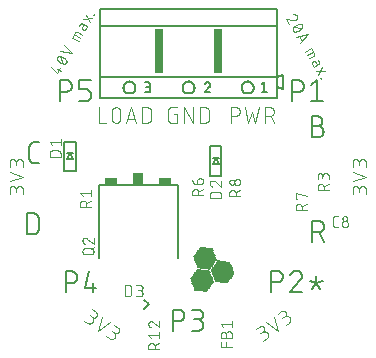
<source format=gbr>
G04 EAGLE Gerber RS-274X export*
G75*
%MOMM*%
%FSLAX34Y34*%
%LPD*%
%INSilkscreen Top*%
%IPPOS*%
%AMOC8*
5,1,8,0,0,1.08239X$1,22.5*%
G01*
%ADD10C,0.101600*%
%ADD11C,0.152400*%
%ADD12R,0.014731X0.014731*%
%ADD13R,0.147319X0.014731*%
%ADD14R,0.265175X0.014731*%
%ADD15R,0.383031X0.014731*%
%ADD16R,0.515619X0.014731*%
%ADD17R,0.633475X0.014731*%
%ADD18R,0.751331X0.014731*%
%ADD19R,0.883919X0.014731*%
%ADD20R,1.001775X0.014731*%
%ADD21R,1.119631X0.014731*%
%ADD22R,1.134363X0.014731*%
%ADD23R,1.149094X0.014731*%
%ADD24R,1.163825X0.014731*%
%ADD25R,1.178556X0.014731*%
%ADD26R,1.193288X0.014731*%
%ADD27R,1.222756X0.014731*%
%ADD28R,1.237488X0.014731*%
%ADD29R,1.266950X0.014731*%
%ADD30R,1.281681X0.014731*%
%ADD31R,1.311144X0.014731*%
%ADD32R,1.325881X0.014731*%
%ADD33R,1.355344X0.014731*%
%ADD34R,1.370075X0.014731*%
%ADD35R,1.384806X0.014731*%
%ADD36R,1.399538X0.014731*%
%ADD37R,1.414275X0.014731*%
%ADD38R,1.443738X0.014731*%
%ADD39R,1.458469X0.014731*%
%ADD40R,1.487931X0.014731*%
%ADD41R,1.502663X0.014731*%
%ADD42R,1.517394X0.014731*%
%ADD43R,1.532125X0.014731*%
%ADD44R,1.546856X0.014731*%
%ADD45R,1.576319X0.014731*%
%ADD46R,1.605788X0.014731*%
%ADD47R,1.620519X0.014731*%
%ADD48R,1.649981X0.014731*%
%ADD49R,1.664713X0.014731*%
%ADD50R,1.694175X0.014731*%
%ADD51R,1.708913X0.014731*%
%ADD52R,1.738375X0.014731*%
%ADD53R,1.753106X0.014731*%
%ADD54R,1.767838X0.014731*%
%ADD55R,1.782569X0.014731*%
%ADD56R,1.797306X0.014731*%
%ADD57R,0.117856X0.014731*%
%ADD58R,1.826769X0.014731*%
%ADD59R,0.235713X0.014731*%
%ADD60R,0.353569X0.014731*%
%ADD61R,1.856231X0.014731*%
%ADD62R,0.486156X0.014731*%
%ADD63R,1.870963X0.014731*%
%ADD64R,0.604013X0.014731*%
%ADD65R,0.721869X0.014731*%
%ADD66R,1.885694X0.014731*%
%ADD67R,0.839719X0.014731*%
%ADD68R,0.972306X0.014731*%
%ADD69R,1.090169X0.014731*%
%ADD70R,1.208025X0.014731*%
%ADD71R,1.252219X0.014731*%
%ADD72R,1.296412X0.014731*%
%ADD73R,1.340612X0.014731*%
%ADD74R,1.826763X0.014731*%
%ADD75R,1.414269X0.014731*%
%ADD76R,1.812031X0.014731*%
%ADD77R,1.429000X0.014731*%
%ADD78R,1.458462X0.014731*%
%ADD79R,1.473200X0.014731*%
%ADD80R,1.723644X0.014731*%
%ADD81R,1.694181X0.014731*%
%ADD82R,1.679450X0.014731*%
%ADD83R,1.561594X0.014731*%
%ADD84R,1.576325X0.014731*%
%ADD85R,1.591056X0.014731*%
%ADD86R,1.635250X0.014731*%
%ADD87R,1.561588X0.014731*%
%ADD88R,1.443731X0.014731*%
%ADD89R,1.797300X0.014731*%
%ADD90R,1.841500X0.014731*%
%ADD91R,1.311150X0.014731*%
%ADD92R,1.296419X0.014731*%
%ADD93R,1.193294X0.014731*%
%ADD94R,0.957575X0.014731*%
%ADD95R,0.589281X0.014731*%
%ADD96R,0.471425X0.014731*%
%ADD97R,0.220975X0.014731*%
%ADD98R,1.812038X0.014731*%
%ADD99R,0.103119X0.014731*%
%ADD100R,0.029463X0.014731*%
%ADD101R,0.162050X0.014731*%
%ADD102R,0.397763X0.014731*%
%ADD103R,0.648206X0.014731*%
%ADD104R,1.679444X0.014731*%
%ADD105R,1.016506X0.014731*%
%ADD106R,1.104900X0.014731*%
%ADD107R,1.222750X0.014731*%
%ADD108R,1.429006X0.014731*%
%ADD109R,1.208019X0.014731*%
%ADD110R,0.987044X0.014731*%
%ADD111R,0.854456X0.014731*%
%ADD112R,0.618744X0.014731*%
%ADD113R,0.500888X0.014731*%
%ADD114R,0.368300X0.014731*%
%ADD115R,0.132587X0.014731*%
%ADD116R,1.664719X0.014731*%
%ADD117R,1.075438X0.014731*%
%ADD118R,0.942844X0.014731*%
%ADD119R,0.707131X0.014731*%
%ADD120R,0.456694X0.014731*%
%ADD121R,0.088388X0.014731*%
%ADD122C,0.076200*%
%ADD123C,0.127000*%
%ADD124R,1.140000X0.600000*%
%ADD125R,0.880000X1.000000*%
%ADD126R,0.762000X3.810000*%


D10*
X497242Y331524D02*
X497242Y334770D01*
X497240Y334883D01*
X497234Y334996D01*
X497224Y335109D01*
X497210Y335222D01*
X497193Y335334D01*
X497171Y335445D01*
X497146Y335555D01*
X497116Y335665D01*
X497083Y335773D01*
X497046Y335880D01*
X497006Y335986D01*
X496961Y336090D01*
X496913Y336193D01*
X496862Y336294D01*
X496807Y336393D01*
X496749Y336490D01*
X496687Y336585D01*
X496622Y336678D01*
X496554Y336768D01*
X496483Y336856D01*
X496408Y336942D01*
X496331Y337025D01*
X496251Y337105D01*
X496168Y337182D01*
X496082Y337257D01*
X495994Y337328D01*
X495904Y337396D01*
X495811Y337461D01*
X495716Y337523D01*
X495619Y337581D01*
X495520Y337636D01*
X495419Y337687D01*
X495316Y337735D01*
X495212Y337780D01*
X495106Y337820D01*
X494999Y337857D01*
X494891Y337890D01*
X494781Y337920D01*
X494671Y337945D01*
X494560Y337967D01*
X494448Y337984D01*
X494335Y337998D01*
X494222Y338008D01*
X494109Y338014D01*
X493996Y338016D01*
X493883Y338014D01*
X493770Y338008D01*
X493657Y337998D01*
X493544Y337984D01*
X493432Y337967D01*
X493321Y337945D01*
X493211Y337920D01*
X493101Y337890D01*
X492993Y337857D01*
X492886Y337820D01*
X492780Y337780D01*
X492676Y337735D01*
X492573Y337687D01*
X492472Y337636D01*
X492373Y337581D01*
X492276Y337523D01*
X492181Y337461D01*
X492088Y337396D01*
X491998Y337328D01*
X491910Y337257D01*
X491824Y337182D01*
X491741Y337105D01*
X491661Y337025D01*
X491584Y336942D01*
X491509Y336856D01*
X491438Y336768D01*
X491370Y336678D01*
X491305Y336585D01*
X491243Y336490D01*
X491185Y336393D01*
X491130Y336294D01*
X491079Y336193D01*
X491031Y336090D01*
X490986Y335986D01*
X490946Y335880D01*
X490909Y335773D01*
X490876Y335665D01*
X490846Y335555D01*
X490821Y335445D01*
X490799Y335334D01*
X490782Y335222D01*
X490768Y335109D01*
X490758Y334996D01*
X490752Y334883D01*
X490750Y334770D01*
X485558Y335419D02*
X485558Y331524D01*
X485558Y335419D02*
X485560Y335520D01*
X485566Y335620D01*
X485576Y335720D01*
X485589Y335820D01*
X485607Y335919D01*
X485628Y336018D01*
X485653Y336115D01*
X485682Y336212D01*
X485715Y336307D01*
X485751Y336401D01*
X485791Y336493D01*
X485834Y336584D01*
X485881Y336673D01*
X485931Y336760D01*
X485985Y336846D01*
X486042Y336929D01*
X486102Y337009D01*
X486165Y337088D01*
X486232Y337164D01*
X486301Y337237D01*
X486373Y337307D01*
X486447Y337375D01*
X486524Y337440D01*
X486604Y337501D01*
X486686Y337560D01*
X486770Y337615D01*
X486856Y337667D01*
X486944Y337716D01*
X487034Y337761D01*
X487126Y337803D01*
X487219Y337841D01*
X487314Y337875D01*
X487409Y337906D01*
X487506Y337933D01*
X487604Y337956D01*
X487703Y337976D01*
X487803Y337991D01*
X487903Y338003D01*
X488003Y338011D01*
X488104Y338015D01*
X488204Y338015D01*
X488305Y338011D01*
X488405Y338003D01*
X488505Y337991D01*
X488605Y337976D01*
X488704Y337956D01*
X488802Y337933D01*
X488899Y337906D01*
X488994Y337875D01*
X489089Y337841D01*
X489182Y337803D01*
X489274Y337761D01*
X489364Y337716D01*
X489452Y337667D01*
X489538Y337615D01*
X489622Y337560D01*
X489704Y337501D01*
X489784Y337440D01*
X489861Y337375D01*
X489935Y337307D01*
X490007Y337237D01*
X490076Y337164D01*
X490143Y337088D01*
X490206Y337009D01*
X490266Y336929D01*
X490323Y336846D01*
X490377Y336760D01*
X490427Y336673D01*
X490474Y336584D01*
X490517Y336493D01*
X490557Y336401D01*
X490593Y336307D01*
X490626Y336212D01*
X490655Y336115D01*
X490680Y336018D01*
X490701Y335919D01*
X490719Y335820D01*
X490732Y335720D01*
X490742Y335620D01*
X490748Y335520D01*
X490750Y335419D01*
X490751Y335419D02*
X490751Y332823D01*
X485558Y342305D02*
X497242Y346200D01*
X485558Y350095D01*
X497242Y354384D02*
X497242Y357630D01*
X497240Y357743D01*
X497234Y357856D01*
X497224Y357969D01*
X497210Y358082D01*
X497193Y358194D01*
X497171Y358305D01*
X497146Y358415D01*
X497116Y358525D01*
X497083Y358633D01*
X497046Y358740D01*
X497006Y358846D01*
X496961Y358950D01*
X496913Y359053D01*
X496862Y359154D01*
X496807Y359253D01*
X496749Y359350D01*
X496687Y359445D01*
X496622Y359538D01*
X496554Y359628D01*
X496483Y359716D01*
X496408Y359802D01*
X496331Y359885D01*
X496251Y359965D01*
X496168Y360042D01*
X496082Y360117D01*
X495994Y360188D01*
X495904Y360256D01*
X495811Y360321D01*
X495716Y360383D01*
X495619Y360441D01*
X495520Y360496D01*
X495419Y360547D01*
X495316Y360595D01*
X495212Y360640D01*
X495106Y360680D01*
X494999Y360717D01*
X494891Y360750D01*
X494781Y360780D01*
X494671Y360805D01*
X494560Y360827D01*
X494448Y360844D01*
X494335Y360858D01*
X494222Y360868D01*
X494109Y360874D01*
X493996Y360876D01*
X493883Y360874D01*
X493770Y360868D01*
X493657Y360858D01*
X493544Y360844D01*
X493432Y360827D01*
X493321Y360805D01*
X493211Y360780D01*
X493101Y360750D01*
X492993Y360717D01*
X492886Y360680D01*
X492780Y360640D01*
X492676Y360595D01*
X492573Y360547D01*
X492472Y360496D01*
X492373Y360441D01*
X492276Y360383D01*
X492181Y360321D01*
X492088Y360256D01*
X491998Y360188D01*
X491910Y360117D01*
X491824Y360042D01*
X491741Y359965D01*
X491661Y359885D01*
X491584Y359802D01*
X491509Y359716D01*
X491438Y359628D01*
X491370Y359538D01*
X491305Y359445D01*
X491243Y359350D01*
X491185Y359253D01*
X491130Y359154D01*
X491079Y359053D01*
X491031Y358950D01*
X490986Y358846D01*
X490946Y358740D01*
X490909Y358633D01*
X490876Y358525D01*
X490846Y358415D01*
X490821Y358305D01*
X490799Y358194D01*
X490782Y358082D01*
X490768Y357969D01*
X490758Y357856D01*
X490752Y357743D01*
X490750Y357630D01*
X485558Y358279D02*
X485558Y354384D01*
X485558Y358279D02*
X485560Y358380D01*
X485566Y358480D01*
X485576Y358580D01*
X485589Y358680D01*
X485607Y358779D01*
X485628Y358878D01*
X485653Y358975D01*
X485682Y359072D01*
X485715Y359167D01*
X485751Y359261D01*
X485791Y359353D01*
X485834Y359444D01*
X485881Y359533D01*
X485931Y359620D01*
X485985Y359706D01*
X486042Y359789D01*
X486102Y359869D01*
X486165Y359948D01*
X486232Y360024D01*
X486301Y360097D01*
X486373Y360167D01*
X486447Y360235D01*
X486524Y360300D01*
X486604Y360361D01*
X486686Y360420D01*
X486770Y360475D01*
X486856Y360527D01*
X486944Y360576D01*
X487034Y360621D01*
X487126Y360663D01*
X487219Y360701D01*
X487314Y360735D01*
X487409Y360766D01*
X487506Y360793D01*
X487604Y360816D01*
X487703Y360836D01*
X487803Y360851D01*
X487903Y360863D01*
X488003Y360871D01*
X488104Y360875D01*
X488204Y360875D01*
X488305Y360871D01*
X488405Y360863D01*
X488505Y360851D01*
X488605Y360836D01*
X488704Y360816D01*
X488802Y360793D01*
X488899Y360766D01*
X488994Y360735D01*
X489089Y360701D01*
X489182Y360663D01*
X489274Y360621D01*
X489364Y360576D01*
X489452Y360527D01*
X489538Y360475D01*
X489622Y360420D01*
X489704Y360361D01*
X489784Y360300D01*
X489861Y360235D01*
X489935Y360167D01*
X490007Y360097D01*
X490076Y360024D01*
X490143Y359948D01*
X490206Y359869D01*
X490266Y359789D01*
X490323Y359706D01*
X490377Y359620D01*
X490427Y359533D01*
X490474Y359444D01*
X490517Y359353D01*
X490557Y359261D01*
X490593Y359167D01*
X490626Y359072D01*
X490655Y358975D01*
X490680Y358878D01*
X490701Y358779D01*
X490719Y358680D01*
X490732Y358580D01*
X490742Y358480D01*
X490748Y358380D01*
X490750Y358279D01*
X490751Y358279D02*
X490751Y355683D01*
X412788Y209159D02*
X410129Y207297D01*
X412788Y209158D02*
X412879Y209225D01*
X412969Y209294D01*
X413056Y209367D01*
X413140Y209443D01*
X413221Y209522D01*
X413300Y209603D01*
X413376Y209687D01*
X413449Y209774D01*
X413518Y209864D01*
X413585Y209955D01*
X413648Y210049D01*
X413708Y210145D01*
X413765Y210243D01*
X413818Y210343D01*
X413868Y210445D01*
X413914Y210549D01*
X413956Y210654D01*
X413995Y210760D01*
X414030Y210868D01*
X414061Y210977D01*
X414089Y211087D01*
X414112Y211198D01*
X414132Y211309D01*
X414148Y211421D01*
X414160Y211534D01*
X414168Y211647D01*
X414172Y211760D01*
X414172Y211874D01*
X414168Y211987D01*
X414160Y212100D01*
X414148Y212213D01*
X414132Y212325D01*
X414112Y212436D01*
X414089Y212547D01*
X414061Y212657D01*
X414030Y212766D01*
X413995Y212874D01*
X413956Y212980D01*
X413914Y213085D01*
X413868Y213189D01*
X413818Y213291D01*
X413765Y213391D01*
X413708Y213489D01*
X413648Y213585D01*
X413585Y213679D01*
X413518Y213770D01*
X413449Y213860D01*
X413376Y213947D01*
X413300Y214031D01*
X413221Y214112D01*
X413140Y214191D01*
X413056Y214267D01*
X412969Y214340D01*
X412880Y214409D01*
X412788Y214476D01*
X412694Y214539D01*
X412598Y214599D01*
X412500Y214656D01*
X412400Y214709D01*
X412298Y214759D01*
X412194Y214805D01*
X412089Y214847D01*
X411983Y214886D01*
X411875Y214921D01*
X411766Y214952D01*
X411656Y214980D01*
X411545Y215003D01*
X411434Y215023D01*
X411322Y215039D01*
X411209Y215051D01*
X411096Y215059D01*
X410983Y215063D01*
X410869Y215063D01*
X410756Y215059D01*
X410643Y215051D01*
X410530Y215039D01*
X410418Y215023D01*
X410307Y215003D01*
X410196Y214980D01*
X410086Y214952D01*
X409977Y214921D01*
X409869Y214886D01*
X409763Y214847D01*
X409658Y214805D01*
X409554Y214759D01*
X409452Y214709D01*
X409352Y214656D01*
X409254Y214599D01*
X409158Y214539D01*
X409064Y214476D01*
X406618Y219102D02*
X403428Y216868D01*
X406618Y219102D02*
X406702Y219158D01*
X406787Y219211D01*
X406875Y219260D01*
X406964Y219306D01*
X407056Y219349D01*
X407149Y219388D01*
X407243Y219423D01*
X407338Y219455D01*
X407435Y219483D01*
X407533Y219507D01*
X407631Y219527D01*
X407731Y219544D01*
X407831Y219556D01*
X407931Y219565D01*
X408032Y219570D01*
X408132Y219571D01*
X408233Y219568D01*
X408333Y219561D01*
X408433Y219550D01*
X408533Y219536D01*
X408632Y219517D01*
X408730Y219495D01*
X408827Y219469D01*
X408924Y219439D01*
X409019Y219406D01*
X409112Y219369D01*
X409204Y219328D01*
X409295Y219283D01*
X409383Y219236D01*
X409470Y219184D01*
X409554Y219130D01*
X409637Y219072D01*
X409717Y219011D01*
X409795Y218947D01*
X409870Y218880D01*
X409943Y218811D01*
X410012Y218738D01*
X410079Y218663D01*
X410143Y218585D01*
X410204Y218505D01*
X410262Y218422D01*
X410316Y218338D01*
X410368Y218251D01*
X410415Y218163D01*
X410460Y218072D01*
X410501Y217980D01*
X410538Y217886D01*
X410571Y217792D01*
X410601Y217695D01*
X410627Y217598D01*
X410649Y217500D01*
X410668Y217401D01*
X410682Y217301D01*
X410693Y217201D01*
X410700Y217101D01*
X410703Y217000D01*
X410702Y216900D01*
X410697Y216799D01*
X410688Y216699D01*
X410676Y216599D01*
X410659Y216499D01*
X410639Y216401D01*
X410615Y216303D01*
X410587Y216206D01*
X410555Y216111D01*
X410520Y216017D01*
X410481Y215924D01*
X410438Y215832D01*
X410392Y215743D01*
X410343Y215655D01*
X410290Y215570D01*
X410234Y215486D01*
X410174Y215405D01*
X410112Y215326D01*
X410046Y215249D01*
X409978Y215175D01*
X409907Y215104D01*
X409833Y215036D01*
X409756Y214970D01*
X409677Y214908D01*
X409596Y214848D01*
X407470Y213359D01*
X412259Y223052D02*
X422151Y215714D01*
X418639Y227519D01*
X428855Y220409D02*
X431514Y222270D01*
X431605Y222337D01*
X431695Y222406D01*
X431782Y222479D01*
X431866Y222555D01*
X431947Y222634D01*
X432026Y222715D01*
X432102Y222799D01*
X432175Y222886D01*
X432244Y222976D01*
X432311Y223067D01*
X432374Y223161D01*
X432434Y223257D01*
X432491Y223355D01*
X432544Y223455D01*
X432594Y223557D01*
X432640Y223661D01*
X432682Y223766D01*
X432721Y223872D01*
X432756Y223980D01*
X432787Y224089D01*
X432815Y224199D01*
X432838Y224310D01*
X432858Y224421D01*
X432874Y224533D01*
X432886Y224646D01*
X432894Y224759D01*
X432898Y224872D01*
X432898Y224986D01*
X432894Y225099D01*
X432886Y225212D01*
X432874Y225325D01*
X432858Y225437D01*
X432838Y225548D01*
X432815Y225659D01*
X432787Y225769D01*
X432756Y225878D01*
X432721Y225986D01*
X432682Y226092D01*
X432640Y226197D01*
X432594Y226301D01*
X432544Y226403D01*
X432491Y226503D01*
X432434Y226601D01*
X432374Y226697D01*
X432311Y226791D01*
X432244Y226882D01*
X432175Y226972D01*
X432102Y227059D01*
X432026Y227143D01*
X431947Y227224D01*
X431866Y227303D01*
X431782Y227379D01*
X431695Y227452D01*
X431606Y227521D01*
X431514Y227588D01*
X431420Y227651D01*
X431324Y227711D01*
X431226Y227768D01*
X431126Y227821D01*
X431024Y227871D01*
X430920Y227917D01*
X430815Y227959D01*
X430709Y227998D01*
X430601Y228033D01*
X430492Y228064D01*
X430382Y228092D01*
X430271Y228115D01*
X430160Y228135D01*
X430048Y228151D01*
X429935Y228163D01*
X429822Y228171D01*
X429709Y228175D01*
X429595Y228175D01*
X429482Y228171D01*
X429369Y228163D01*
X429256Y228151D01*
X429144Y228135D01*
X429033Y228115D01*
X428922Y228092D01*
X428812Y228064D01*
X428703Y228033D01*
X428595Y227998D01*
X428489Y227959D01*
X428384Y227917D01*
X428280Y227871D01*
X428178Y227821D01*
X428078Y227768D01*
X427980Y227711D01*
X427884Y227651D01*
X427790Y227588D01*
X425344Y232214D02*
X422153Y229980D01*
X425344Y232214D02*
X425428Y232270D01*
X425513Y232323D01*
X425601Y232372D01*
X425690Y232418D01*
X425782Y232461D01*
X425875Y232500D01*
X425969Y232535D01*
X426064Y232567D01*
X426161Y232595D01*
X426259Y232619D01*
X426357Y232639D01*
X426457Y232656D01*
X426557Y232668D01*
X426657Y232677D01*
X426758Y232682D01*
X426858Y232683D01*
X426959Y232680D01*
X427059Y232673D01*
X427159Y232662D01*
X427259Y232648D01*
X427358Y232629D01*
X427456Y232607D01*
X427553Y232581D01*
X427650Y232551D01*
X427745Y232518D01*
X427838Y232481D01*
X427930Y232440D01*
X428021Y232395D01*
X428109Y232348D01*
X428196Y232296D01*
X428280Y232242D01*
X428363Y232184D01*
X428443Y232123D01*
X428521Y232059D01*
X428596Y231992D01*
X428669Y231923D01*
X428738Y231850D01*
X428805Y231775D01*
X428869Y231697D01*
X428930Y231617D01*
X428988Y231534D01*
X429042Y231450D01*
X429094Y231363D01*
X429141Y231275D01*
X429186Y231184D01*
X429227Y231092D01*
X429264Y230998D01*
X429297Y230904D01*
X429327Y230807D01*
X429353Y230710D01*
X429375Y230612D01*
X429394Y230513D01*
X429408Y230413D01*
X429419Y230313D01*
X429426Y230213D01*
X429429Y230112D01*
X429428Y230012D01*
X429423Y229911D01*
X429414Y229811D01*
X429402Y229711D01*
X429385Y229611D01*
X429365Y229513D01*
X429341Y229415D01*
X429313Y229318D01*
X429281Y229223D01*
X429246Y229129D01*
X429207Y229036D01*
X429164Y228944D01*
X429118Y228855D01*
X429069Y228767D01*
X429016Y228682D01*
X428960Y228598D01*
X428900Y228517D01*
X428838Y228438D01*
X428772Y228361D01*
X428704Y228287D01*
X428633Y228216D01*
X428559Y228148D01*
X428482Y228082D01*
X428403Y228020D01*
X428322Y227960D01*
X426195Y226471D01*
X260886Y222270D02*
X258228Y224132D01*
X260886Y222270D02*
X260980Y222207D01*
X261076Y222147D01*
X261174Y222090D01*
X261274Y222037D01*
X261376Y221987D01*
X261480Y221941D01*
X261585Y221899D01*
X261691Y221860D01*
X261799Y221825D01*
X261908Y221794D01*
X262018Y221766D01*
X262129Y221743D01*
X262240Y221723D01*
X262352Y221707D01*
X262465Y221695D01*
X262578Y221687D01*
X262691Y221683D01*
X262805Y221683D01*
X262918Y221687D01*
X263031Y221695D01*
X263144Y221707D01*
X263256Y221723D01*
X263367Y221743D01*
X263478Y221766D01*
X263588Y221794D01*
X263697Y221825D01*
X263805Y221860D01*
X263911Y221899D01*
X264016Y221941D01*
X264120Y221987D01*
X264222Y222037D01*
X264322Y222090D01*
X264420Y222147D01*
X264516Y222207D01*
X264610Y222270D01*
X264701Y222337D01*
X264791Y222406D01*
X264878Y222479D01*
X264962Y222555D01*
X265043Y222634D01*
X265122Y222715D01*
X265198Y222799D01*
X265271Y222886D01*
X265340Y222976D01*
X265407Y223067D01*
X265470Y223161D01*
X265530Y223257D01*
X265587Y223355D01*
X265640Y223455D01*
X265690Y223557D01*
X265736Y223661D01*
X265778Y223766D01*
X265817Y223872D01*
X265852Y223980D01*
X265883Y224089D01*
X265911Y224199D01*
X265934Y224310D01*
X265954Y224421D01*
X265970Y224533D01*
X265982Y224646D01*
X265990Y224759D01*
X265994Y224872D01*
X265994Y224986D01*
X265990Y225099D01*
X265982Y225212D01*
X265970Y225325D01*
X265954Y225437D01*
X265934Y225548D01*
X265911Y225659D01*
X265883Y225769D01*
X265852Y225878D01*
X265817Y225986D01*
X265778Y226092D01*
X265736Y226197D01*
X265690Y226301D01*
X265640Y226403D01*
X265587Y226503D01*
X265530Y226601D01*
X265470Y226697D01*
X265407Y226791D01*
X265340Y226882D01*
X265271Y226972D01*
X265198Y227059D01*
X265122Y227143D01*
X265043Y227224D01*
X264962Y227303D01*
X264878Y227379D01*
X264791Y227452D01*
X264702Y227521D01*
X264610Y227588D01*
X268120Y231469D02*
X264929Y233703D01*
X268119Y231469D02*
X268200Y231409D01*
X268279Y231347D01*
X268356Y231281D01*
X268430Y231213D01*
X268501Y231142D01*
X268569Y231068D01*
X268635Y230991D01*
X268697Y230912D01*
X268757Y230831D01*
X268813Y230747D01*
X268866Y230662D01*
X268915Y230574D01*
X268961Y230485D01*
X269004Y230393D01*
X269043Y230300D01*
X269078Y230206D01*
X269110Y230111D01*
X269138Y230014D01*
X269162Y229916D01*
X269182Y229818D01*
X269199Y229718D01*
X269211Y229618D01*
X269220Y229518D01*
X269225Y229418D01*
X269226Y229317D01*
X269223Y229216D01*
X269216Y229116D01*
X269205Y229016D01*
X269191Y228916D01*
X269172Y228817D01*
X269150Y228719D01*
X269124Y228622D01*
X269094Y228525D01*
X269061Y228431D01*
X269024Y228337D01*
X268983Y228245D01*
X268938Y228154D01*
X268891Y228066D01*
X268839Y227979D01*
X268785Y227895D01*
X268727Y227812D01*
X268666Y227732D01*
X268602Y227654D01*
X268535Y227579D01*
X268466Y227506D01*
X268393Y227437D01*
X268318Y227370D01*
X268240Y227306D01*
X268160Y227245D01*
X268077Y227187D01*
X267993Y227133D01*
X267906Y227081D01*
X267818Y227034D01*
X267727Y226989D01*
X267635Y226948D01*
X267541Y226911D01*
X267447Y226878D01*
X267350Y226848D01*
X267253Y226822D01*
X267155Y226800D01*
X267056Y226781D01*
X266956Y226767D01*
X266856Y226756D01*
X266756Y226749D01*
X266655Y226746D01*
X266554Y226747D01*
X266454Y226752D01*
X266354Y226761D01*
X266254Y226773D01*
X266154Y226790D01*
X266056Y226810D01*
X265958Y226834D01*
X265861Y226862D01*
X265766Y226894D01*
X265672Y226929D01*
X265579Y226968D01*
X265487Y227011D01*
X265398Y227057D01*
X265310Y227106D01*
X265225Y227159D01*
X265141Y227215D01*
X263014Y228705D01*
X273760Y227519D02*
X270249Y215714D01*
X280141Y223052D01*
X276953Y211020D02*
X279612Y209158D01*
X279706Y209095D01*
X279802Y209035D01*
X279900Y208978D01*
X280000Y208925D01*
X280102Y208875D01*
X280206Y208829D01*
X280311Y208787D01*
X280417Y208748D01*
X280525Y208713D01*
X280634Y208682D01*
X280744Y208654D01*
X280855Y208631D01*
X280966Y208611D01*
X281078Y208595D01*
X281191Y208583D01*
X281304Y208575D01*
X281417Y208571D01*
X281531Y208571D01*
X281644Y208575D01*
X281757Y208583D01*
X281870Y208595D01*
X281982Y208611D01*
X282093Y208631D01*
X282204Y208654D01*
X282314Y208682D01*
X282423Y208713D01*
X282531Y208748D01*
X282637Y208787D01*
X282742Y208829D01*
X282846Y208875D01*
X282948Y208925D01*
X283048Y208978D01*
X283146Y209035D01*
X283242Y209095D01*
X283336Y209158D01*
X283427Y209225D01*
X283517Y209294D01*
X283604Y209367D01*
X283688Y209443D01*
X283769Y209522D01*
X283848Y209603D01*
X283924Y209687D01*
X283997Y209774D01*
X284066Y209864D01*
X284133Y209955D01*
X284196Y210049D01*
X284256Y210145D01*
X284313Y210243D01*
X284366Y210343D01*
X284416Y210445D01*
X284462Y210549D01*
X284504Y210654D01*
X284543Y210760D01*
X284578Y210868D01*
X284609Y210977D01*
X284637Y211087D01*
X284660Y211198D01*
X284680Y211309D01*
X284696Y211421D01*
X284708Y211534D01*
X284716Y211647D01*
X284720Y211760D01*
X284720Y211874D01*
X284716Y211987D01*
X284708Y212100D01*
X284696Y212213D01*
X284680Y212325D01*
X284660Y212436D01*
X284637Y212547D01*
X284609Y212657D01*
X284578Y212766D01*
X284543Y212874D01*
X284504Y212980D01*
X284462Y213085D01*
X284416Y213189D01*
X284366Y213291D01*
X284313Y213391D01*
X284256Y213489D01*
X284196Y213585D01*
X284133Y213679D01*
X284066Y213770D01*
X283997Y213860D01*
X283924Y213947D01*
X283848Y214031D01*
X283769Y214112D01*
X283688Y214191D01*
X283604Y214267D01*
X283517Y214340D01*
X283428Y214409D01*
X283336Y214476D01*
X286845Y218357D02*
X283655Y220591D01*
X286845Y218357D02*
X286926Y218297D01*
X287005Y218235D01*
X287082Y218169D01*
X287156Y218101D01*
X287227Y218030D01*
X287295Y217956D01*
X287361Y217879D01*
X287423Y217800D01*
X287483Y217719D01*
X287539Y217635D01*
X287592Y217550D01*
X287641Y217462D01*
X287687Y217373D01*
X287730Y217281D01*
X287769Y217188D01*
X287804Y217094D01*
X287836Y216999D01*
X287864Y216902D01*
X287888Y216804D01*
X287908Y216706D01*
X287925Y216606D01*
X287937Y216506D01*
X287946Y216406D01*
X287951Y216306D01*
X287952Y216205D01*
X287949Y216104D01*
X287942Y216004D01*
X287931Y215904D01*
X287917Y215804D01*
X287898Y215705D01*
X287876Y215607D01*
X287850Y215510D01*
X287820Y215413D01*
X287787Y215319D01*
X287750Y215225D01*
X287709Y215133D01*
X287664Y215042D01*
X287617Y214954D01*
X287565Y214867D01*
X287511Y214783D01*
X287453Y214700D01*
X287392Y214620D01*
X287328Y214542D01*
X287261Y214467D01*
X287192Y214394D01*
X287119Y214325D01*
X287044Y214258D01*
X286966Y214194D01*
X286886Y214133D01*
X286803Y214075D01*
X286719Y214021D01*
X286632Y213969D01*
X286544Y213922D01*
X286453Y213877D01*
X286361Y213836D01*
X286267Y213799D01*
X286173Y213766D01*
X286076Y213736D01*
X285979Y213710D01*
X285881Y213688D01*
X285782Y213669D01*
X285682Y213655D01*
X285582Y213644D01*
X285482Y213637D01*
X285381Y213634D01*
X285280Y213635D01*
X285180Y213640D01*
X285080Y213649D01*
X284980Y213661D01*
X284880Y213678D01*
X284782Y213698D01*
X284684Y213722D01*
X284587Y213750D01*
X284492Y213782D01*
X284398Y213817D01*
X284305Y213856D01*
X284213Y213899D01*
X284124Y213945D01*
X284036Y213994D01*
X283951Y214047D01*
X283867Y214103D01*
X281740Y215593D01*
X206842Y331524D02*
X206842Y334770D01*
X206840Y334883D01*
X206834Y334996D01*
X206824Y335109D01*
X206810Y335222D01*
X206793Y335334D01*
X206771Y335445D01*
X206746Y335555D01*
X206716Y335665D01*
X206683Y335773D01*
X206646Y335880D01*
X206606Y335986D01*
X206561Y336090D01*
X206513Y336193D01*
X206462Y336294D01*
X206407Y336393D01*
X206349Y336490D01*
X206287Y336585D01*
X206222Y336678D01*
X206154Y336768D01*
X206083Y336856D01*
X206008Y336942D01*
X205931Y337025D01*
X205851Y337105D01*
X205768Y337182D01*
X205682Y337257D01*
X205594Y337328D01*
X205504Y337396D01*
X205411Y337461D01*
X205316Y337523D01*
X205219Y337581D01*
X205120Y337636D01*
X205019Y337687D01*
X204916Y337735D01*
X204812Y337780D01*
X204706Y337820D01*
X204599Y337857D01*
X204491Y337890D01*
X204381Y337920D01*
X204271Y337945D01*
X204160Y337967D01*
X204048Y337984D01*
X203935Y337998D01*
X203822Y338008D01*
X203709Y338014D01*
X203596Y338016D01*
X203483Y338014D01*
X203370Y338008D01*
X203257Y337998D01*
X203144Y337984D01*
X203032Y337967D01*
X202921Y337945D01*
X202811Y337920D01*
X202701Y337890D01*
X202593Y337857D01*
X202486Y337820D01*
X202380Y337780D01*
X202276Y337735D01*
X202173Y337687D01*
X202072Y337636D01*
X201973Y337581D01*
X201876Y337523D01*
X201781Y337461D01*
X201688Y337396D01*
X201598Y337328D01*
X201510Y337257D01*
X201424Y337182D01*
X201341Y337105D01*
X201261Y337025D01*
X201184Y336942D01*
X201109Y336856D01*
X201038Y336768D01*
X200970Y336678D01*
X200905Y336585D01*
X200843Y336490D01*
X200785Y336393D01*
X200730Y336294D01*
X200679Y336193D01*
X200631Y336090D01*
X200586Y335986D01*
X200546Y335880D01*
X200509Y335773D01*
X200476Y335665D01*
X200446Y335555D01*
X200421Y335445D01*
X200399Y335334D01*
X200382Y335222D01*
X200368Y335109D01*
X200358Y334996D01*
X200352Y334883D01*
X200350Y334770D01*
X195158Y335419D02*
X195158Y331524D01*
X195158Y335419D02*
X195160Y335520D01*
X195166Y335620D01*
X195176Y335720D01*
X195189Y335820D01*
X195207Y335919D01*
X195228Y336018D01*
X195253Y336115D01*
X195282Y336212D01*
X195315Y336307D01*
X195351Y336401D01*
X195391Y336493D01*
X195434Y336584D01*
X195481Y336673D01*
X195531Y336760D01*
X195585Y336846D01*
X195642Y336929D01*
X195702Y337009D01*
X195765Y337088D01*
X195832Y337164D01*
X195901Y337237D01*
X195973Y337307D01*
X196047Y337375D01*
X196124Y337440D01*
X196204Y337501D01*
X196286Y337560D01*
X196370Y337615D01*
X196456Y337667D01*
X196544Y337716D01*
X196634Y337761D01*
X196726Y337803D01*
X196819Y337841D01*
X196914Y337875D01*
X197009Y337906D01*
X197106Y337933D01*
X197204Y337956D01*
X197303Y337976D01*
X197403Y337991D01*
X197503Y338003D01*
X197603Y338011D01*
X197704Y338015D01*
X197804Y338015D01*
X197905Y338011D01*
X198005Y338003D01*
X198105Y337991D01*
X198205Y337976D01*
X198304Y337956D01*
X198402Y337933D01*
X198499Y337906D01*
X198594Y337875D01*
X198689Y337841D01*
X198782Y337803D01*
X198874Y337761D01*
X198964Y337716D01*
X199052Y337667D01*
X199138Y337615D01*
X199222Y337560D01*
X199304Y337501D01*
X199384Y337440D01*
X199461Y337375D01*
X199535Y337307D01*
X199607Y337237D01*
X199676Y337164D01*
X199743Y337088D01*
X199806Y337009D01*
X199866Y336929D01*
X199923Y336846D01*
X199977Y336760D01*
X200027Y336673D01*
X200074Y336584D01*
X200117Y336493D01*
X200157Y336401D01*
X200193Y336307D01*
X200226Y336212D01*
X200255Y336115D01*
X200280Y336018D01*
X200301Y335919D01*
X200319Y335820D01*
X200332Y335720D01*
X200342Y335620D01*
X200348Y335520D01*
X200350Y335419D01*
X200351Y335419D02*
X200351Y332823D01*
X195158Y342305D02*
X206842Y346200D01*
X195158Y350095D01*
X206842Y354384D02*
X206842Y357630D01*
X206840Y357743D01*
X206834Y357856D01*
X206824Y357969D01*
X206810Y358082D01*
X206793Y358194D01*
X206771Y358305D01*
X206746Y358415D01*
X206716Y358525D01*
X206683Y358633D01*
X206646Y358740D01*
X206606Y358846D01*
X206561Y358950D01*
X206513Y359053D01*
X206462Y359154D01*
X206407Y359253D01*
X206349Y359350D01*
X206287Y359445D01*
X206222Y359538D01*
X206154Y359628D01*
X206083Y359716D01*
X206008Y359802D01*
X205931Y359885D01*
X205851Y359965D01*
X205768Y360042D01*
X205682Y360117D01*
X205594Y360188D01*
X205504Y360256D01*
X205411Y360321D01*
X205316Y360383D01*
X205219Y360441D01*
X205120Y360496D01*
X205019Y360547D01*
X204916Y360595D01*
X204812Y360640D01*
X204706Y360680D01*
X204599Y360717D01*
X204491Y360750D01*
X204381Y360780D01*
X204271Y360805D01*
X204160Y360827D01*
X204048Y360844D01*
X203935Y360858D01*
X203822Y360868D01*
X203709Y360874D01*
X203596Y360876D01*
X203483Y360874D01*
X203370Y360868D01*
X203257Y360858D01*
X203144Y360844D01*
X203032Y360827D01*
X202921Y360805D01*
X202811Y360780D01*
X202701Y360750D01*
X202593Y360717D01*
X202486Y360680D01*
X202380Y360640D01*
X202276Y360595D01*
X202173Y360547D01*
X202072Y360496D01*
X201973Y360441D01*
X201876Y360383D01*
X201781Y360321D01*
X201688Y360256D01*
X201598Y360188D01*
X201510Y360117D01*
X201424Y360042D01*
X201341Y359965D01*
X201261Y359885D01*
X201184Y359802D01*
X201109Y359716D01*
X201038Y359628D01*
X200970Y359538D01*
X200905Y359445D01*
X200843Y359350D01*
X200785Y359253D01*
X200730Y359154D01*
X200679Y359053D01*
X200631Y358950D01*
X200586Y358846D01*
X200546Y358740D01*
X200509Y358633D01*
X200476Y358525D01*
X200446Y358415D01*
X200421Y358305D01*
X200399Y358194D01*
X200382Y358082D01*
X200368Y357969D01*
X200358Y357856D01*
X200352Y357743D01*
X200350Y357630D01*
X195158Y358279D02*
X195158Y354384D01*
X195158Y358279D02*
X195160Y358380D01*
X195166Y358480D01*
X195176Y358580D01*
X195189Y358680D01*
X195207Y358779D01*
X195228Y358878D01*
X195253Y358975D01*
X195282Y359072D01*
X195315Y359167D01*
X195351Y359261D01*
X195391Y359353D01*
X195434Y359444D01*
X195481Y359533D01*
X195531Y359620D01*
X195585Y359706D01*
X195642Y359789D01*
X195702Y359869D01*
X195765Y359948D01*
X195832Y360024D01*
X195901Y360097D01*
X195973Y360167D01*
X196047Y360235D01*
X196124Y360300D01*
X196204Y360361D01*
X196286Y360420D01*
X196370Y360475D01*
X196456Y360527D01*
X196544Y360576D01*
X196634Y360621D01*
X196726Y360663D01*
X196819Y360701D01*
X196914Y360735D01*
X197009Y360766D01*
X197106Y360793D01*
X197204Y360816D01*
X197303Y360836D01*
X197403Y360851D01*
X197503Y360863D01*
X197603Y360871D01*
X197704Y360875D01*
X197804Y360875D01*
X197905Y360871D01*
X198005Y360863D01*
X198105Y360851D01*
X198205Y360836D01*
X198304Y360816D01*
X198402Y360793D01*
X198499Y360766D01*
X198594Y360735D01*
X198689Y360701D01*
X198782Y360663D01*
X198874Y360621D01*
X198964Y360576D01*
X199052Y360527D01*
X199138Y360475D01*
X199222Y360420D01*
X199304Y360361D01*
X199384Y360300D01*
X199461Y360235D01*
X199535Y360167D01*
X199607Y360097D01*
X199676Y360024D01*
X199743Y359948D01*
X199806Y359869D01*
X199866Y359789D01*
X199923Y359706D01*
X199977Y359620D01*
X200027Y359533D01*
X200074Y359444D01*
X200117Y359353D01*
X200157Y359261D01*
X200193Y359167D01*
X200226Y359072D01*
X200255Y358975D01*
X200280Y358878D01*
X200301Y358779D01*
X200319Y358680D01*
X200332Y358580D01*
X200342Y358480D01*
X200348Y358380D01*
X200350Y358279D01*
X200351Y358279D02*
X200351Y355683D01*
D11*
X434551Y409907D02*
X434551Y427687D01*
X439490Y427687D01*
X439630Y427685D01*
X439769Y427679D01*
X439909Y427669D01*
X440048Y427655D01*
X440187Y427638D01*
X440325Y427616D01*
X440462Y427590D01*
X440599Y427561D01*
X440735Y427528D01*
X440869Y427491D01*
X441003Y427450D01*
X441135Y427405D01*
X441267Y427356D01*
X441396Y427304D01*
X441524Y427249D01*
X441651Y427189D01*
X441776Y427126D01*
X441899Y427060D01*
X442020Y426990D01*
X442139Y426917D01*
X442256Y426840D01*
X442370Y426760D01*
X442483Y426677D01*
X442593Y426591D01*
X442700Y426501D01*
X442805Y426409D01*
X442907Y426314D01*
X443007Y426216D01*
X443104Y426115D01*
X443198Y426011D01*
X443288Y425905D01*
X443376Y425796D01*
X443461Y425685D01*
X443542Y425571D01*
X443621Y425456D01*
X443696Y425338D01*
X443767Y425218D01*
X443835Y425095D01*
X443900Y424972D01*
X443961Y424846D01*
X444019Y424718D01*
X444073Y424590D01*
X444123Y424459D01*
X444170Y424327D01*
X444213Y424194D01*
X444252Y424060D01*
X444287Y423925D01*
X444318Y423789D01*
X444346Y423651D01*
X444369Y423514D01*
X444389Y423375D01*
X444405Y423236D01*
X444417Y423097D01*
X444425Y422958D01*
X444429Y422818D01*
X444429Y422678D01*
X444425Y422538D01*
X444417Y422399D01*
X444405Y422260D01*
X444389Y422121D01*
X444369Y421982D01*
X444346Y421845D01*
X444318Y421707D01*
X444287Y421571D01*
X444252Y421436D01*
X444213Y421302D01*
X444170Y421169D01*
X444123Y421037D01*
X444073Y420906D01*
X444019Y420778D01*
X443961Y420650D01*
X443900Y420524D01*
X443835Y420401D01*
X443767Y420279D01*
X443696Y420158D01*
X443621Y420040D01*
X443542Y419925D01*
X443461Y419811D01*
X443376Y419700D01*
X443288Y419591D01*
X443198Y419485D01*
X443104Y419381D01*
X443007Y419280D01*
X442907Y419182D01*
X442805Y419087D01*
X442700Y418995D01*
X442593Y418905D01*
X442483Y418819D01*
X442370Y418736D01*
X442256Y418656D01*
X442139Y418579D01*
X442020Y418506D01*
X441899Y418436D01*
X441776Y418370D01*
X441651Y418307D01*
X441524Y418247D01*
X441396Y418192D01*
X441267Y418140D01*
X441135Y418091D01*
X441003Y418046D01*
X440869Y418005D01*
X440735Y417968D01*
X440599Y417935D01*
X440462Y417906D01*
X440325Y417880D01*
X440187Y417858D01*
X440048Y417841D01*
X439909Y417827D01*
X439769Y417817D01*
X439630Y417811D01*
X439490Y417809D01*
X434551Y417809D01*
X450546Y423736D02*
X455485Y427687D01*
X455485Y409907D01*
X450546Y409907D02*
X460424Y409907D01*
X416696Y266550D02*
X416696Y248770D01*
X416696Y266550D02*
X421635Y266550D01*
X421775Y266548D01*
X421914Y266542D01*
X422054Y266532D01*
X422193Y266518D01*
X422332Y266501D01*
X422470Y266479D01*
X422607Y266453D01*
X422744Y266424D01*
X422880Y266391D01*
X423014Y266354D01*
X423148Y266313D01*
X423280Y266268D01*
X423412Y266219D01*
X423541Y266167D01*
X423669Y266112D01*
X423796Y266052D01*
X423921Y265989D01*
X424044Y265923D01*
X424165Y265853D01*
X424284Y265780D01*
X424401Y265703D01*
X424515Y265623D01*
X424628Y265540D01*
X424738Y265454D01*
X424845Y265364D01*
X424950Y265272D01*
X425052Y265177D01*
X425152Y265079D01*
X425249Y264978D01*
X425343Y264874D01*
X425433Y264768D01*
X425521Y264659D01*
X425606Y264548D01*
X425687Y264434D01*
X425766Y264319D01*
X425841Y264201D01*
X425912Y264081D01*
X425980Y263958D01*
X426045Y263835D01*
X426106Y263709D01*
X426164Y263581D01*
X426218Y263453D01*
X426268Y263322D01*
X426315Y263190D01*
X426358Y263057D01*
X426397Y262923D01*
X426432Y262788D01*
X426463Y262652D01*
X426491Y262514D01*
X426514Y262377D01*
X426534Y262238D01*
X426550Y262099D01*
X426562Y261960D01*
X426570Y261821D01*
X426574Y261681D01*
X426574Y261541D01*
X426570Y261401D01*
X426562Y261262D01*
X426550Y261123D01*
X426534Y260984D01*
X426514Y260845D01*
X426491Y260708D01*
X426463Y260570D01*
X426432Y260434D01*
X426397Y260299D01*
X426358Y260165D01*
X426315Y260032D01*
X426268Y259900D01*
X426218Y259769D01*
X426164Y259641D01*
X426106Y259513D01*
X426045Y259387D01*
X425980Y259264D01*
X425912Y259142D01*
X425841Y259021D01*
X425766Y258903D01*
X425687Y258788D01*
X425606Y258674D01*
X425521Y258563D01*
X425433Y258454D01*
X425343Y258348D01*
X425249Y258244D01*
X425152Y258143D01*
X425052Y258045D01*
X424950Y257950D01*
X424845Y257858D01*
X424738Y257768D01*
X424628Y257682D01*
X424515Y257599D01*
X424401Y257519D01*
X424284Y257442D01*
X424165Y257369D01*
X424044Y257299D01*
X423921Y257233D01*
X423796Y257170D01*
X423669Y257110D01*
X423541Y257055D01*
X423412Y257003D01*
X423280Y256954D01*
X423148Y256909D01*
X423014Y256868D01*
X422880Y256831D01*
X422744Y256798D01*
X422607Y256769D01*
X422470Y256743D01*
X422332Y256721D01*
X422193Y256704D01*
X422054Y256690D01*
X421914Y256680D01*
X421775Y256674D01*
X421635Y256672D01*
X416696Y256672D01*
X438124Y266550D02*
X438256Y266548D01*
X438387Y266542D01*
X438519Y266532D01*
X438650Y266519D01*
X438780Y266501D01*
X438910Y266480D01*
X439040Y266455D01*
X439168Y266426D01*
X439296Y266393D01*
X439422Y266356D01*
X439548Y266316D01*
X439672Y266272D01*
X439795Y266224D01*
X439916Y266173D01*
X440036Y266118D01*
X440154Y266060D01*
X440270Y265998D01*
X440384Y265932D01*
X440497Y265864D01*
X440607Y265792D01*
X440715Y265717D01*
X440821Y265638D01*
X440925Y265557D01*
X441026Y265472D01*
X441124Y265385D01*
X441220Y265294D01*
X441313Y265201D01*
X441404Y265105D01*
X441491Y265007D01*
X441576Y264906D01*
X441657Y264802D01*
X441736Y264696D01*
X441811Y264588D01*
X441883Y264478D01*
X441951Y264365D01*
X442017Y264251D01*
X442079Y264135D01*
X442137Y264017D01*
X442192Y263897D01*
X442243Y263776D01*
X442291Y263653D01*
X442335Y263529D01*
X442375Y263403D01*
X442412Y263277D01*
X442445Y263149D01*
X442474Y263021D01*
X442499Y262891D01*
X442520Y262761D01*
X442538Y262631D01*
X442551Y262500D01*
X442561Y262368D01*
X442567Y262237D01*
X442569Y262105D01*
X438124Y266551D02*
X437974Y266549D01*
X437825Y266543D01*
X437676Y266533D01*
X437527Y266520D01*
X437378Y266502D01*
X437230Y266481D01*
X437082Y266455D01*
X436936Y266426D01*
X436790Y266393D01*
X436645Y266356D01*
X436501Y266315D01*
X436358Y266271D01*
X436216Y266223D01*
X436076Y266171D01*
X435937Y266116D01*
X435799Y266057D01*
X435664Y265994D01*
X435529Y265928D01*
X435397Y265858D01*
X435267Y265785D01*
X435138Y265708D01*
X435011Y265628D01*
X434887Y265545D01*
X434765Y265459D01*
X434645Y265369D01*
X434528Y265276D01*
X434413Y265181D01*
X434300Y265082D01*
X434190Y264980D01*
X434083Y264876D01*
X433979Y264769D01*
X433877Y264659D01*
X433779Y264546D01*
X433683Y264431D01*
X433591Y264313D01*
X433501Y264193D01*
X433415Y264071D01*
X433332Y263947D01*
X433252Y263820D01*
X433176Y263692D01*
X433103Y263561D01*
X433033Y263428D01*
X432967Y263294D01*
X432905Y263158D01*
X432846Y263021D01*
X432790Y262882D01*
X432739Y262741D01*
X432691Y262600D01*
X441087Y258648D02*
X441183Y258741D01*
X441275Y258837D01*
X441365Y258936D01*
X441452Y259037D01*
X441537Y259140D01*
X441618Y259245D01*
X441696Y259353D01*
X441771Y259463D01*
X441844Y259575D01*
X441913Y259689D01*
X441979Y259805D01*
X442041Y259923D01*
X442100Y260042D01*
X442156Y260163D01*
X442209Y260286D01*
X442258Y260410D01*
X442303Y260535D01*
X442346Y260662D01*
X442384Y260789D01*
X442419Y260918D01*
X442450Y261047D01*
X442478Y261178D01*
X442502Y261309D01*
X442523Y261441D01*
X442539Y261573D01*
X442552Y261706D01*
X442562Y261839D01*
X442567Y261972D01*
X442569Y262105D01*
X441088Y258648D02*
X432691Y248770D01*
X442569Y248770D01*
X454939Y255685D02*
X454939Y261611D01*
X454939Y255685D02*
X458396Y251240D01*
X454939Y255685D02*
X451482Y251240D01*
X454939Y255685D02*
X460372Y257660D01*
X454939Y255685D02*
X449506Y257660D01*
X333264Y233490D02*
X333264Y215710D01*
X333264Y233490D02*
X338203Y233490D01*
X338343Y233488D01*
X338482Y233482D01*
X338622Y233472D01*
X338761Y233458D01*
X338900Y233441D01*
X339038Y233419D01*
X339175Y233393D01*
X339312Y233364D01*
X339448Y233331D01*
X339582Y233294D01*
X339716Y233253D01*
X339848Y233208D01*
X339980Y233159D01*
X340109Y233107D01*
X340237Y233052D01*
X340364Y232992D01*
X340489Y232929D01*
X340612Y232863D01*
X340733Y232793D01*
X340852Y232720D01*
X340969Y232643D01*
X341083Y232563D01*
X341196Y232480D01*
X341306Y232394D01*
X341413Y232304D01*
X341518Y232212D01*
X341620Y232117D01*
X341720Y232019D01*
X341817Y231918D01*
X341911Y231814D01*
X342001Y231708D01*
X342089Y231599D01*
X342174Y231488D01*
X342255Y231374D01*
X342334Y231259D01*
X342409Y231141D01*
X342480Y231021D01*
X342548Y230898D01*
X342613Y230775D01*
X342674Y230649D01*
X342732Y230521D01*
X342786Y230393D01*
X342836Y230262D01*
X342883Y230130D01*
X342926Y229997D01*
X342965Y229863D01*
X343000Y229728D01*
X343031Y229592D01*
X343059Y229454D01*
X343082Y229317D01*
X343102Y229178D01*
X343118Y229039D01*
X343130Y228900D01*
X343138Y228761D01*
X343142Y228621D01*
X343142Y228481D01*
X343138Y228341D01*
X343130Y228202D01*
X343118Y228063D01*
X343102Y227924D01*
X343082Y227785D01*
X343059Y227648D01*
X343031Y227510D01*
X343000Y227374D01*
X342965Y227239D01*
X342926Y227105D01*
X342883Y226972D01*
X342836Y226840D01*
X342786Y226709D01*
X342732Y226581D01*
X342674Y226453D01*
X342613Y226327D01*
X342548Y226204D01*
X342480Y226082D01*
X342409Y225961D01*
X342334Y225843D01*
X342255Y225728D01*
X342174Y225614D01*
X342089Y225503D01*
X342001Y225394D01*
X341911Y225288D01*
X341817Y225184D01*
X341720Y225083D01*
X341620Y224985D01*
X341518Y224890D01*
X341413Y224798D01*
X341306Y224708D01*
X341196Y224622D01*
X341083Y224539D01*
X340969Y224459D01*
X340852Y224382D01*
X340733Y224309D01*
X340612Y224239D01*
X340489Y224173D01*
X340364Y224110D01*
X340237Y224050D01*
X340109Y223995D01*
X339980Y223943D01*
X339848Y223894D01*
X339716Y223849D01*
X339582Y223808D01*
X339448Y223771D01*
X339312Y223738D01*
X339175Y223709D01*
X339038Y223683D01*
X338900Y223661D01*
X338761Y223644D01*
X338622Y223630D01*
X338482Y223620D01*
X338343Y223614D01*
X338203Y223612D01*
X333264Y223612D01*
X349259Y215710D02*
X354198Y215710D01*
X354338Y215712D01*
X354477Y215718D01*
X354617Y215728D01*
X354756Y215742D01*
X354895Y215759D01*
X355033Y215781D01*
X355170Y215807D01*
X355307Y215836D01*
X355443Y215869D01*
X355577Y215906D01*
X355711Y215947D01*
X355843Y215992D01*
X355975Y216041D01*
X356104Y216093D01*
X356232Y216148D01*
X356359Y216208D01*
X356484Y216271D01*
X356607Y216337D01*
X356728Y216407D01*
X356847Y216480D01*
X356964Y216557D01*
X357078Y216637D01*
X357191Y216720D01*
X357301Y216806D01*
X357408Y216896D01*
X357513Y216988D01*
X357615Y217083D01*
X357715Y217181D01*
X357812Y217282D01*
X357906Y217386D01*
X357996Y217492D01*
X358084Y217601D01*
X358169Y217712D01*
X358250Y217826D01*
X358329Y217941D01*
X358404Y218059D01*
X358475Y218180D01*
X358543Y218302D01*
X358608Y218425D01*
X358669Y218551D01*
X358727Y218679D01*
X358781Y218807D01*
X358831Y218938D01*
X358878Y219070D01*
X358921Y219203D01*
X358960Y219337D01*
X358995Y219472D01*
X359026Y219608D01*
X359054Y219746D01*
X359077Y219883D01*
X359097Y220022D01*
X359113Y220161D01*
X359125Y220300D01*
X359133Y220439D01*
X359137Y220579D01*
X359137Y220719D01*
X359133Y220859D01*
X359125Y220998D01*
X359113Y221137D01*
X359097Y221276D01*
X359077Y221415D01*
X359054Y221552D01*
X359026Y221690D01*
X358995Y221826D01*
X358960Y221961D01*
X358921Y222095D01*
X358878Y222228D01*
X358831Y222360D01*
X358781Y222491D01*
X358727Y222619D01*
X358669Y222747D01*
X358608Y222873D01*
X358543Y222996D01*
X358475Y223119D01*
X358404Y223239D01*
X358329Y223357D01*
X358250Y223472D01*
X358169Y223586D01*
X358084Y223697D01*
X357996Y223806D01*
X357906Y223912D01*
X357812Y224016D01*
X357715Y224117D01*
X357615Y224215D01*
X357513Y224310D01*
X357408Y224402D01*
X357301Y224492D01*
X357191Y224578D01*
X357078Y224661D01*
X356964Y224741D01*
X356847Y224818D01*
X356728Y224891D01*
X356607Y224961D01*
X356484Y225027D01*
X356359Y225090D01*
X356232Y225150D01*
X356104Y225205D01*
X355975Y225257D01*
X355843Y225306D01*
X355711Y225351D01*
X355577Y225392D01*
X355443Y225429D01*
X355307Y225462D01*
X355170Y225491D01*
X355033Y225517D01*
X354895Y225539D01*
X354756Y225556D01*
X354617Y225570D01*
X354477Y225580D01*
X354338Y225586D01*
X354198Y225588D01*
X355185Y233490D02*
X349259Y233490D01*
X355185Y233490D02*
X355309Y233488D01*
X355433Y233482D01*
X355557Y233472D01*
X355680Y233459D01*
X355803Y233441D01*
X355925Y233420D01*
X356047Y233395D01*
X356168Y233366D01*
X356287Y233333D01*
X356406Y233297D01*
X356523Y233256D01*
X356639Y233213D01*
X356754Y233165D01*
X356867Y233114D01*
X356979Y233059D01*
X357088Y233001D01*
X357196Y232940D01*
X357302Y232875D01*
X357406Y232807D01*
X357507Y232735D01*
X357607Y232661D01*
X357703Y232583D01*
X357798Y232503D01*
X357890Y232419D01*
X357979Y232333D01*
X358065Y232244D01*
X358149Y232152D01*
X358229Y232057D01*
X358307Y231961D01*
X358381Y231861D01*
X358453Y231760D01*
X358521Y231656D01*
X358586Y231550D01*
X358647Y231442D01*
X358705Y231333D01*
X358760Y231221D01*
X358811Y231108D01*
X358859Y230993D01*
X358902Y230877D01*
X358943Y230760D01*
X358979Y230641D01*
X359012Y230522D01*
X359041Y230401D01*
X359066Y230279D01*
X359087Y230157D01*
X359105Y230034D01*
X359118Y229911D01*
X359128Y229787D01*
X359134Y229663D01*
X359136Y229539D01*
X359134Y229415D01*
X359128Y229291D01*
X359118Y229167D01*
X359105Y229044D01*
X359087Y228921D01*
X359066Y228799D01*
X359041Y228677D01*
X359012Y228556D01*
X358979Y228437D01*
X358943Y228318D01*
X358902Y228201D01*
X358859Y228085D01*
X358811Y227970D01*
X358760Y227857D01*
X358705Y227745D01*
X358647Y227636D01*
X358586Y227528D01*
X358521Y227422D01*
X358453Y227318D01*
X358381Y227217D01*
X358307Y227117D01*
X358229Y227021D01*
X358149Y226926D01*
X358065Y226834D01*
X357979Y226745D01*
X357890Y226659D01*
X357798Y226575D01*
X357703Y226495D01*
X357607Y226417D01*
X357507Y226343D01*
X357406Y226271D01*
X357302Y226203D01*
X357196Y226138D01*
X357088Y226077D01*
X356979Y226019D01*
X356867Y225964D01*
X356754Y225913D01*
X356639Y225865D01*
X356523Y225822D01*
X356406Y225781D01*
X356287Y225745D01*
X356168Y225712D01*
X356047Y225683D01*
X355925Y225658D01*
X355803Y225637D01*
X355680Y225619D01*
X355557Y225606D01*
X355433Y225596D01*
X355309Y225590D01*
X355185Y225588D01*
X351234Y225588D01*
X242707Y248219D02*
X242707Y265999D01*
X247646Y265999D01*
X247786Y265997D01*
X247925Y265991D01*
X248065Y265981D01*
X248204Y265967D01*
X248343Y265950D01*
X248481Y265928D01*
X248618Y265902D01*
X248755Y265873D01*
X248891Y265840D01*
X249025Y265803D01*
X249159Y265762D01*
X249291Y265717D01*
X249423Y265668D01*
X249552Y265616D01*
X249680Y265561D01*
X249807Y265501D01*
X249932Y265438D01*
X250055Y265372D01*
X250176Y265302D01*
X250295Y265229D01*
X250412Y265152D01*
X250526Y265072D01*
X250639Y264989D01*
X250749Y264903D01*
X250856Y264813D01*
X250961Y264721D01*
X251063Y264626D01*
X251163Y264528D01*
X251260Y264427D01*
X251354Y264323D01*
X251444Y264217D01*
X251532Y264108D01*
X251617Y263997D01*
X251698Y263883D01*
X251777Y263768D01*
X251852Y263650D01*
X251923Y263530D01*
X251991Y263407D01*
X252056Y263284D01*
X252117Y263158D01*
X252175Y263030D01*
X252229Y262902D01*
X252279Y262771D01*
X252326Y262639D01*
X252369Y262506D01*
X252408Y262372D01*
X252443Y262237D01*
X252474Y262101D01*
X252502Y261963D01*
X252525Y261826D01*
X252545Y261687D01*
X252561Y261548D01*
X252573Y261409D01*
X252581Y261270D01*
X252585Y261130D01*
X252585Y260990D01*
X252581Y260850D01*
X252573Y260711D01*
X252561Y260572D01*
X252545Y260433D01*
X252525Y260294D01*
X252502Y260157D01*
X252474Y260019D01*
X252443Y259883D01*
X252408Y259748D01*
X252369Y259614D01*
X252326Y259481D01*
X252279Y259349D01*
X252229Y259218D01*
X252175Y259090D01*
X252117Y258962D01*
X252056Y258836D01*
X251991Y258713D01*
X251923Y258591D01*
X251852Y258470D01*
X251777Y258352D01*
X251698Y258237D01*
X251617Y258123D01*
X251532Y258012D01*
X251444Y257903D01*
X251354Y257797D01*
X251260Y257693D01*
X251163Y257592D01*
X251063Y257494D01*
X250961Y257399D01*
X250856Y257307D01*
X250749Y257217D01*
X250639Y257131D01*
X250526Y257048D01*
X250412Y256968D01*
X250295Y256891D01*
X250176Y256818D01*
X250055Y256748D01*
X249932Y256682D01*
X249807Y256619D01*
X249680Y256559D01*
X249552Y256504D01*
X249423Y256452D01*
X249291Y256403D01*
X249159Y256358D01*
X249025Y256317D01*
X248891Y256280D01*
X248755Y256247D01*
X248618Y256218D01*
X248481Y256192D01*
X248343Y256170D01*
X248204Y256153D01*
X248065Y256139D01*
X247925Y256129D01*
X247786Y256123D01*
X247646Y256121D01*
X242707Y256121D01*
X258702Y252170D02*
X262653Y265999D01*
X258702Y252170D02*
X268580Y252170D01*
X265617Y256121D02*
X265617Y248219D01*
X238078Y410198D02*
X238078Y427978D01*
X243017Y427978D01*
X243157Y427976D01*
X243296Y427970D01*
X243436Y427960D01*
X243575Y427946D01*
X243714Y427929D01*
X243852Y427907D01*
X243989Y427881D01*
X244126Y427852D01*
X244262Y427819D01*
X244396Y427782D01*
X244530Y427741D01*
X244662Y427696D01*
X244794Y427647D01*
X244923Y427595D01*
X245051Y427540D01*
X245178Y427480D01*
X245303Y427417D01*
X245426Y427351D01*
X245547Y427281D01*
X245666Y427208D01*
X245783Y427131D01*
X245897Y427051D01*
X246010Y426968D01*
X246120Y426882D01*
X246227Y426792D01*
X246332Y426700D01*
X246434Y426605D01*
X246534Y426507D01*
X246631Y426406D01*
X246725Y426302D01*
X246815Y426196D01*
X246903Y426087D01*
X246988Y425976D01*
X247069Y425862D01*
X247148Y425747D01*
X247223Y425629D01*
X247294Y425509D01*
X247362Y425386D01*
X247427Y425263D01*
X247488Y425137D01*
X247546Y425009D01*
X247600Y424881D01*
X247650Y424750D01*
X247697Y424618D01*
X247740Y424485D01*
X247779Y424351D01*
X247814Y424216D01*
X247845Y424080D01*
X247873Y423942D01*
X247896Y423805D01*
X247916Y423666D01*
X247932Y423527D01*
X247944Y423388D01*
X247952Y423249D01*
X247956Y423109D01*
X247956Y422969D01*
X247952Y422829D01*
X247944Y422690D01*
X247932Y422551D01*
X247916Y422412D01*
X247896Y422273D01*
X247873Y422136D01*
X247845Y421998D01*
X247814Y421862D01*
X247779Y421727D01*
X247740Y421593D01*
X247697Y421460D01*
X247650Y421328D01*
X247600Y421197D01*
X247546Y421069D01*
X247488Y420941D01*
X247427Y420815D01*
X247362Y420692D01*
X247294Y420570D01*
X247223Y420449D01*
X247148Y420331D01*
X247069Y420216D01*
X246988Y420102D01*
X246903Y419991D01*
X246815Y419882D01*
X246725Y419776D01*
X246631Y419672D01*
X246534Y419571D01*
X246434Y419473D01*
X246332Y419378D01*
X246227Y419286D01*
X246120Y419196D01*
X246010Y419110D01*
X245897Y419027D01*
X245783Y418947D01*
X245666Y418870D01*
X245547Y418797D01*
X245426Y418727D01*
X245303Y418661D01*
X245178Y418598D01*
X245051Y418538D01*
X244923Y418483D01*
X244794Y418431D01*
X244662Y418382D01*
X244530Y418337D01*
X244396Y418296D01*
X244262Y418259D01*
X244126Y418226D01*
X243989Y418197D01*
X243852Y418171D01*
X243714Y418149D01*
X243575Y418132D01*
X243436Y418118D01*
X243296Y418108D01*
X243157Y418102D01*
X243017Y418100D01*
X238078Y418100D01*
X254073Y410198D02*
X260000Y410198D01*
X260124Y410200D01*
X260248Y410206D01*
X260372Y410216D01*
X260495Y410229D01*
X260618Y410247D01*
X260740Y410268D01*
X260862Y410293D01*
X260983Y410322D01*
X261102Y410355D01*
X261221Y410391D01*
X261338Y410432D01*
X261454Y410475D01*
X261569Y410523D01*
X261682Y410574D01*
X261794Y410629D01*
X261903Y410687D01*
X262011Y410748D01*
X262117Y410813D01*
X262221Y410881D01*
X262322Y410953D01*
X262422Y411027D01*
X262518Y411105D01*
X262613Y411185D01*
X262705Y411269D01*
X262794Y411355D01*
X262880Y411444D01*
X262964Y411536D01*
X263044Y411631D01*
X263122Y411727D01*
X263196Y411827D01*
X263268Y411928D01*
X263336Y412032D01*
X263401Y412138D01*
X263462Y412246D01*
X263520Y412355D01*
X263575Y412467D01*
X263626Y412580D01*
X263674Y412695D01*
X263717Y412811D01*
X263758Y412928D01*
X263794Y413047D01*
X263827Y413166D01*
X263856Y413287D01*
X263881Y413409D01*
X263902Y413531D01*
X263920Y413654D01*
X263933Y413777D01*
X263943Y413901D01*
X263949Y414025D01*
X263951Y414149D01*
X263951Y416125D01*
X263949Y416249D01*
X263943Y416373D01*
X263933Y416497D01*
X263920Y416620D01*
X263902Y416743D01*
X263881Y416865D01*
X263856Y416987D01*
X263827Y417108D01*
X263794Y417227D01*
X263758Y417346D01*
X263717Y417463D01*
X263674Y417579D01*
X263626Y417694D01*
X263575Y417807D01*
X263520Y417919D01*
X263462Y418028D01*
X263401Y418136D01*
X263336Y418242D01*
X263268Y418346D01*
X263196Y418447D01*
X263122Y418547D01*
X263044Y418643D01*
X262964Y418738D01*
X262880Y418830D01*
X262794Y418919D01*
X262705Y419005D01*
X262613Y419089D01*
X262518Y419169D01*
X262422Y419247D01*
X262322Y419321D01*
X262221Y419393D01*
X262117Y419461D01*
X262011Y419526D01*
X261903Y419587D01*
X261794Y419645D01*
X261682Y419700D01*
X261569Y419751D01*
X261454Y419799D01*
X261338Y419842D01*
X261221Y419883D01*
X261102Y419919D01*
X260983Y419952D01*
X260862Y419981D01*
X260740Y420006D01*
X260618Y420027D01*
X260495Y420045D01*
X260372Y420058D01*
X260248Y420068D01*
X260124Y420074D01*
X260000Y420076D01*
X254073Y420076D01*
X254073Y427978D01*
X263951Y427978D01*
D12*
X362044Y248336D03*
D13*
X361528Y248483D03*
D14*
X360939Y248630D03*
D15*
X360497Y248778D03*
D16*
X359982Y248925D03*
D17*
X359540Y249072D03*
D18*
X358950Y249220D03*
D19*
X358435Y249367D03*
D20*
X357993Y249514D03*
D21*
X357551Y249662D03*
D22*
X357477Y249809D03*
D23*
X357551Y249956D03*
D24*
X357624Y250104D03*
D25*
X357551Y250251D03*
D26*
X357624Y250398D03*
D27*
X357624Y250546D03*
D28*
X357698Y250693D03*
X357698Y250840D03*
D29*
X357698Y250988D03*
D30*
X357772Y251135D03*
D31*
X357772Y251282D03*
X357772Y251430D03*
D32*
X357845Y251577D03*
D33*
X357845Y251724D03*
D34*
X357919Y251871D03*
D35*
X357845Y252019D03*
D36*
X357919Y252166D03*
D37*
X357993Y252313D03*
D38*
X357993Y252461D03*
X357993Y252608D03*
D39*
X358066Y252755D03*
D40*
X358066Y252903D03*
D41*
X358140Y253050D03*
D42*
X358066Y253197D03*
D43*
X358140Y253345D03*
D44*
X358214Y253492D03*
D45*
X358214Y253639D03*
X358214Y253787D03*
D46*
X358214Y253934D03*
D47*
X358287Y254081D03*
X358287Y254229D03*
D48*
X358287Y254376D03*
D49*
X358361Y254523D03*
D50*
X358361Y254671D03*
X358361Y254818D03*
D51*
X358435Y254965D03*
D52*
X358435Y255113D03*
D53*
X358508Y255260D03*
D54*
X358435Y255407D03*
D55*
X358508Y255554D03*
D56*
X358582Y255702D03*
D57*
X379059Y255702D03*
D58*
X358582Y255849D03*
D59*
X378470Y255849D03*
D58*
X358582Y255996D03*
D60*
X378028Y255996D03*
D61*
X358582Y256144D03*
D62*
X377513Y256144D03*
D63*
X358656Y256291D03*
D64*
X377071Y256291D03*
D63*
X358656Y256438D03*
D65*
X376481Y256438D03*
D66*
X358582Y256586D03*
D67*
X376039Y256586D03*
D66*
X358582Y256733D03*
D68*
X375524Y256733D03*
D63*
X358508Y256880D03*
D69*
X375082Y256880D03*
D66*
X358435Y257028D03*
D21*
X374934Y257028D03*
D66*
X358435Y257175D03*
D23*
X374934Y257175D03*
D66*
X358287Y257322D03*
D24*
X375008Y257322D03*
D66*
X358287Y257470D03*
D25*
X375082Y257470D03*
D63*
X358214Y257617D03*
D26*
X375008Y257617D03*
D66*
X358140Y257764D03*
D70*
X375082Y257764D03*
D66*
X358140Y257912D03*
D28*
X375082Y257912D03*
D66*
X357993Y258059D03*
D71*
X375155Y258059D03*
D66*
X357993Y258206D03*
D71*
X375155Y258206D03*
D63*
X357919Y258354D03*
D30*
X375155Y258354D03*
D66*
X357845Y258501D03*
D72*
X375229Y258501D03*
D66*
X357845Y258648D03*
D32*
X375229Y258648D03*
D66*
X357698Y258796D03*
D32*
X375229Y258796D03*
D66*
X357698Y258943D03*
D73*
X375303Y258943D03*
D63*
X357624Y259090D03*
D34*
X375303Y259090D03*
D61*
X357698Y259237D03*
D35*
X375376Y259237D03*
D61*
X357698Y259385D03*
D36*
X375303Y259385D03*
D74*
X357698Y259532D03*
D75*
X375376Y259532D03*
D76*
X357772Y259679D03*
D77*
X375450Y259679D03*
D55*
X357772Y259827D03*
D78*
X375450Y259827D03*
D55*
X357772Y259974D03*
D78*
X375450Y259974D03*
D54*
X357845Y260121D03*
D79*
X375524Y260121D03*
D52*
X357845Y260269D03*
D41*
X375524Y260269D03*
D80*
X357919Y260416D03*
D41*
X375524Y260416D03*
D51*
X357845Y260563D03*
D43*
X375524Y260563D03*
D81*
X357919Y260711D03*
D44*
X375597Y260711D03*
D82*
X357993Y260858D03*
D83*
X375671Y260858D03*
D48*
X357993Y261005D03*
D84*
X375597Y261005D03*
D48*
X357993Y261153D03*
D85*
X375671Y261153D03*
D86*
X358066Y261300D03*
D47*
X375671Y261300D03*
D46*
X358066Y261447D03*
D86*
X375745Y261447D03*
D46*
X358066Y261595D03*
D86*
X375745Y261595D03*
D84*
X358066Y261742D03*
D49*
X375745Y261742D03*
D87*
X358140Y261889D03*
D82*
X375818Y261889D03*
D44*
X358214Y262037D03*
D51*
X375818Y262037D03*
D43*
X358140Y262184D03*
D51*
X375818Y262184D03*
D42*
X358214Y262331D03*
D80*
X375892Y262331D03*
D40*
X358214Y262479D03*
D53*
X375892Y262479D03*
D79*
X358287Y262626D03*
D54*
X375966Y262626D03*
D79*
X358287Y262773D03*
D55*
X375892Y262773D03*
D88*
X358287Y262920D03*
D89*
X375966Y262920D03*
D77*
X358361Y263068D03*
D76*
X376039Y263068D03*
D36*
X358361Y263215D03*
D90*
X376039Y263215D03*
D36*
X358361Y263362D03*
D90*
X376039Y263362D03*
D35*
X358435Y263510D03*
D63*
X376039Y263510D03*
D33*
X358435Y263657D03*
D66*
X376113Y263657D03*
D73*
X358508Y263804D03*
D63*
X376039Y263804D03*
D32*
X358435Y263952D03*
D66*
X375966Y263952D03*
D91*
X358508Y264099D03*
D66*
X375966Y264099D03*
D92*
X358582Y264246D03*
D63*
X375892Y264246D03*
D29*
X358582Y264394D03*
D66*
X375818Y264394D03*
D29*
X358582Y264541D03*
D66*
X375818Y264541D03*
D71*
X358656Y264688D03*
D66*
X375671Y264688D03*
D27*
X358656Y264836D03*
D66*
X375671Y264836D03*
D70*
X358729Y264983D03*
D63*
X375597Y264983D03*
D93*
X358656Y265130D03*
D66*
X375524Y265130D03*
D25*
X358729Y265278D03*
D66*
X375524Y265278D03*
D24*
X358803Y265425D03*
D66*
X375376Y265425D03*
D23*
X358729Y265572D03*
D66*
X375376Y265572D03*
D22*
X358803Y265720D03*
D63*
X375303Y265720D03*
D69*
X358729Y265867D03*
D66*
X375229Y265867D03*
D94*
X358214Y266014D03*
D66*
X375229Y266014D03*
D67*
X357624Y266162D03*
D66*
X375082Y266162D03*
D65*
X357182Y266309D03*
D66*
X375082Y266309D03*
D95*
X356667Y266456D03*
D61*
X375082Y266456D03*
D96*
X356225Y266603D03*
D90*
X375155Y266603D03*
D60*
X355636Y266751D03*
D90*
X375155Y266751D03*
D97*
X355120Y266898D03*
D98*
X375155Y266898D03*
D99*
X354678Y267045D03*
D56*
X375229Y267045D03*
D100*
X364475Y267193D03*
D55*
X375155Y267193D03*
D101*
X363959Y267340D03*
D54*
X375229Y267340D03*
D14*
X363444Y267487D03*
D53*
X375303Y267487D03*
D102*
X362928Y267635D03*
D80*
X375303Y267635D03*
D16*
X362486Y267782D03*
D80*
X375303Y267782D03*
D103*
X361970Y267929D03*
D81*
X375303Y267929D03*
D18*
X361455Y268077D03*
D104*
X375376Y268077D03*
D19*
X360939Y268224D03*
D49*
X375450Y268224D03*
D105*
X360423Y268371D03*
D48*
X375376Y268371D03*
D106*
X359982Y268519D03*
D86*
X375450Y268519D03*
D22*
X359982Y268666D03*
D47*
X375524Y268666D03*
D23*
X360055Y268813D03*
D85*
X375524Y268813D03*
D24*
X360129Y268961D03*
D85*
X375524Y268961D03*
D25*
X360055Y269108D03*
D87*
X375524Y269108D03*
D26*
X360129Y269255D03*
D44*
X375597Y269255D03*
D107*
X360129Y269403D03*
D43*
X375671Y269403D03*
D28*
X360203Y269550D03*
D42*
X375597Y269550D03*
D28*
X360203Y269697D03*
D41*
X375671Y269697D03*
D29*
X360202Y269845D03*
D79*
X375671Y269845D03*
D30*
X360276Y269992D03*
D39*
X375745Y269992D03*
D31*
X360276Y270139D03*
D39*
X375745Y270139D03*
D31*
X360276Y270286D03*
D108*
X375745Y270286D03*
D32*
X360350Y270434D03*
D75*
X375818Y270434D03*
D33*
X360350Y270581D03*
D35*
X375818Y270581D03*
D34*
X360423Y270728D03*
D35*
X375818Y270728D03*
X360350Y270876D03*
D34*
X375892Y270876D03*
D36*
X360423Y271023D03*
D73*
X375892Y271023D03*
D75*
X360497Y271170D03*
D73*
X375892Y271170D03*
D38*
X360497Y271318D03*
D91*
X375892Y271318D03*
D38*
X360497Y271465D03*
D72*
X375966Y271465D03*
D79*
X360497Y271612D03*
D30*
X376039Y271612D03*
D40*
X360571Y271760D03*
D29*
X375966Y271760D03*
D41*
X360644Y271907D03*
D71*
X376039Y271907D03*
D42*
X360571Y272054D03*
D27*
X376039Y272054D03*
D43*
X360644Y272202D03*
D109*
X376113Y272202D03*
D87*
X360644Y272349D03*
D109*
X376113Y272349D03*
D45*
X360718Y272496D03*
D25*
X376113Y272496D03*
D45*
X360718Y272644D03*
D24*
X376187Y272644D03*
D46*
X360718Y272791D03*
D23*
X376260Y272791D03*
D47*
X360792Y272938D03*
D22*
X376187Y272938D03*
D47*
X360792Y273086D03*
D106*
X376187Y273086D03*
D48*
X360792Y273233D03*
D110*
X375745Y273233D03*
D49*
X360865Y273380D03*
D111*
X375229Y273380D03*
D50*
X360865Y273528D03*
D18*
X374714Y273528D03*
D50*
X360865Y273675D03*
D112*
X374198Y273675D03*
D51*
X360939Y273822D03*
D113*
X373756Y273822D03*
D52*
X360939Y273969D03*
D114*
X373240Y273969D03*
D53*
X361013Y274117D03*
D14*
X372725Y274117D03*
D54*
X360939Y274264D03*
D115*
X372209Y274264D03*
D55*
X361013Y274411D03*
D12*
X371767Y274411D03*
D56*
X361086Y274559D03*
D58*
X361086Y274706D03*
X361086Y274853D03*
D61*
X361086Y275001D03*
D63*
X361160Y275148D03*
X361160Y275295D03*
D66*
X361086Y275443D03*
X361086Y275590D03*
X360939Y275737D03*
X360939Y275885D03*
D63*
X360865Y276032D03*
D66*
X360792Y276179D03*
X360792Y276327D03*
X360644Y276474D03*
X360644Y276621D03*
D63*
X360571Y276769D03*
D66*
X360497Y276916D03*
X360497Y277063D03*
D63*
X360423Y277211D03*
D66*
X360350Y277358D03*
X360350Y277505D03*
X360202Y277652D03*
X360202Y277800D03*
D63*
X360129Y277947D03*
D61*
X360202Y278094D03*
X360202Y278242D03*
D74*
X360202Y278389D03*
D76*
X360276Y278536D03*
D55*
X360276Y278684D03*
X360276Y278831D03*
D54*
X360350Y278978D03*
D52*
X360350Y279126D03*
D80*
X360423Y279273D03*
D51*
X360350Y279420D03*
D81*
X360423Y279568D03*
D82*
X360497Y279715D03*
D116*
X360423Y279862D03*
D48*
X360497Y280010D03*
D47*
X360497Y280157D03*
D46*
X360571Y280304D03*
X360571Y280452D03*
D84*
X360571Y280599D03*
D87*
X360644Y280746D03*
D43*
X360644Y280894D03*
X360644Y281041D03*
D42*
X360718Y281188D03*
D40*
X360718Y281335D03*
D79*
X360792Y281483D03*
X360792Y281630D03*
D88*
X360792Y281777D03*
D77*
X360865Y281925D03*
D36*
X360865Y282072D03*
X360865Y282219D03*
D35*
X360939Y282367D03*
D33*
X360939Y282514D03*
D73*
X361013Y282661D03*
D32*
X360939Y282809D03*
D91*
X361013Y282956D03*
D92*
X361086Y283103D03*
D29*
X361086Y283251D03*
X361086Y283398D03*
D28*
X361086Y283545D03*
D27*
X361160Y283693D03*
D70*
X361234Y283840D03*
D93*
X361160Y283987D03*
D25*
X361234Y284135D03*
D23*
X361234Y284282D03*
X361234Y284429D03*
D22*
X361307Y284577D03*
D117*
X361160Y284724D03*
D118*
X360644Y284871D03*
D67*
X360129Y285018D03*
D119*
X359613Y285166D03*
D95*
X359171Y285313D03*
D120*
X358656Y285460D03*
D60*
X358140Y285608D03*
D97*
X357624Y285755D03*
D121*
X357109Y285902D03*
D10*
X437618Y478997D02*
X437699Y479046D01*
X437778Y479098D01*
X437854Y479154D01*
X437928Y479212D01*
X438000Y479274D01*
X438069Y479338D01*
X438135Y479406D01*
X438199Y479476D01*
X438259Y479548D01*
X438317Y479623D01*
X438371Y479700D01*
X438422Y479780D01*
X438470Y479861D01*
X438515Y479945D01*
X438556Y480030D01*
X438593Y480117D01*
X438627Y480205D01*
X438657Y480295D01*
X438683Y480385D01*
X438706Y480477D01*
X438724Y480570D01*
X438739Y480663D01*
X438750Y480757D01*
X438758Y480851D01*
X438761Y480946D01*
X438760Y481040D01*
X438756Y481134D01*
X438747Y481229D01*
X438735Y481322D01*
X438719Y481415D01*
X438699Y481508D01*
X438675Y481599D01*
X438647Y481689D01*
X438616Y481779D01*
X438581Y481866D01*
X438542Y481953D01*
X438500Y482037D01*
X438455Y482120D01*
X438454Y482120D02*
X438400Y482210D01*
X438342Y482298D01*
X438282Y482385D01*
X438218Y482469D01*
X438151Y482550D01*
X438081Y482630D01*
X438009Y482706D01*
X437934Y482780D01*
X437856Y482852D01*
X437776Y482920D01*
X437693Y482986D01*
X437608Y483048D01*
X437521Y483108D01*
X437431Y483164D01*
X437340Y483217D01*
X437247Y483266D01*
X437152Y483313D01*
X437056Y483356D01*
X436958Y483395D01*
X436859Y483431D01*
X436758Y483463D01*
X436657Y483492D01*
X436554Y483517D01*
X436451Y483538D01*
X436347Y483555D01*
X436242Y483569D01*
X436137Y483579D01*
X436032Y483586D01*
X435926Y483588D01*
X435821Y483587D01*
X435715Y483581D01*
X435610Y483573D01*
X435505Y483560D01*
X435401Y483543D01*
X435298Y483523D01*
X435697Y478768D02*
X435788Y478743D01*
X435880Y478721D01*
X435973Y478704D01*
X436067Y478689D01*
X436161Y478679D01*
X436255Y478672D01*
X436350Y478668D01*
X436445Y478669D01*
X436539Y478673D01*
X436634Y478680D01*
X436728Y478691D01*
X436821Y478706D01*
X436914Y478725D01*
X437006Y478747D01*
X437097Y478772D01*
X437187Y478801D01*
X437276Y478834D01*
X437364Y478869D01*
X437450Y478909D01*
X437535Y478951D01*
X437617Y478997D01*
X435697Y478768D02*
X429139Y479967D01*
X431679Y475568D01*
X437669Y474334D02*
X437826Y474423D01*
X437985Y474507D01*
X438146Y474587D01*
X438309Y474664D01*
X438473Y474737D01*
X438640Y474806D01*
X438807Y474870D01*
X438977Y474931D01*
X439148Y474988D01*
X439320Y475040D01*
X439493Y475089D01*
X439667Y475133D01*
X439842Y475173D01*
X440019Y475209D01*
X440196Y475241D01*
X440374Y475269D01*
X440552Y475292D01*
X440731Y475311D01*
X440910Y475326D01*
X440911Y475326D02*
X440993Y475340D01*
X441076Y475351D01*
X441159Y475358D01*
X441242Y475361D01*
X441325Y475360D01*
X441408Y475356D01*
X441491Y475348D01*
X441574Y475337D01*
X441656Y475321D01*
X441737Y475303D01*
X441817Y475280D01*
X441896Y475254D01*
X441974Y475225D01*
X442050Y475192D01*
X442126Y475156D01*
X442199Y475117D01*
X442270Y475074D01*
X442340Y475028D01*
X442407Y474979D01*
X442473Y474928D01*
X442536Y474873D01*
X442596Y474816D01*
X442654Y474756D01*
X442709Y474693D01*
X442761Y474628D01*
X442811Y474561D01*
X442857Y474492D01*
X442900Y474421D01*
X442940Y474348D01*
X442977Y474273D01*
X443010Y474197D01*
X443040Y474119D01*
X443067Y474040D01*
X443090Y473960D01*
X443109Y473879D01*
X443125Y473798D01*
X443137Y473715D01*
X443146Y473632D01*
X443151Y473549D01*
X443152Y473466D01*
X443149Y473383D01*
X443143Y473300D01*
X443133Y473217D01*
X443120Y473135D01*
X443103Y473053D01*
X443082Y472973D01*
X443058Y472893D01*
X443030Y472814D01*
X442999Y472737D01*
X442964Y472661D01*
X442926Y472587D01*
X442885Y472515D01*
X442840Y472444D01*
X442793Y472376D01*
X442743Y472310D01*
X442689Y472246D01*
X442688Y472246D02*
X442586Y472098D01*
X442480Y471953D01*
X442370Y471810D01*
X442258Y471670D01*
X442142Y471533D01*
X442022Y471398D01*
X441900Y471266D01*
X441774Y471137D01*
X441646Y471012D01*
X441514Y470889D01*
X441380Y470769D01*
X441242Y470653D01*
X441102Y470540D01*
X440960Y470431D01*
X440815Y470324D01*
X440667Y470222D01*
X440517Y470123D01*
X440364Y470027D01*
X440210Y469936D01*
X437670Y474335D02*
X437515Y474243D01*
X437363Y474147D01*
X437213Y474048D01*
X437065Y473946D01*
X436920Y473840D01*
X436777Y473730D01*
X436637Y473617D01*
X436500Y473501D01*
X436365Y473381D01*
X436234Y473259D01*
X436105Y473133D01*
X435980Y473004D01*
X435857Y472872D01*
X435738Y472738D01*
X435622Y472600D01*
X435509Y472460D01*
X435400Y472317D01*
X435294Y472172D01*
X435192Y472024D01*
X435191Y472024D02*
X435137Y471960D01*
X435087Y471894D01*
X435040Y471826D01*
X434995Y471755D01*
X434954Y471683D01*
X434916Y471609D01*
X434881Y471533D01*
X434850Y471456D01*
X434822Y471377D01*
X434798Y471297D01*
X434777Y471217D01*
X434760Y471135D01*
X434747Y471053D01*
X434737Y470970D01*
X434731Y470887D01*
X434728Y470804D01*
X434729Y470721D01*
X434734Y470638D01*
X434743Y470555D01*
X434755Y470472D01*
X434771Y470391D01*
X434790Y470310D01*
X434813Y470230D01*
X434840Y470151D01*
X434870Y470073D01*
X434903Y469997D01*
X434940Y469922D01*
X434980Y469849D01*
X436969Y468944D02*
X437149Y468959D01*
X437327Y468978D01*
X437506Y469001D01*
X437684Y469029D01*
X437861Y469061D01*
X438037Y469097D01*
X438212Y469137D01*
X438387Y469181D01*
X438560Y469230D01*
X438732Y469282D01*
X438903Y469339D01*
X439072Y469400D01*
X439240Y469465D01*
X439406Y469533D01*
X439570Y469606D01*
X439733Y469683D01*
X439894Y469763D01*
X440053Y469847D01*
X440210Y469936D01*
X436969Y468944D02*
X436887Y468930D01*
X436804Y468919D01*
X436721Y468912D01*
X436638Y468909D01*
X436555Y468910D01*
X436472Y468914D01*
X436389Y468922D01*
X436306Y468933D01*
X436225Y468949D01*
X436143Y468967D01*
X436063Y468990D01*
X435984Y469016D01*
X435906Y469045D01*
X435830Y469078D01*
X435754Y469114D01*
X435681Y469153D01*
X435610Y469196D01*
X435540Y469242D01*
X435473Y469291D01*
X435407Y469342D01*
X435344Y469397D01*
X435284Y469454D01*
X435226Y469514D01*
X435171Y469577D01*
X435119Y469642D01*
X435069Y469709D01*
X435023Y469778D01*
X434980Y469849D01*
X435724Y472625D02*
X442156Y471645D01*
X447471Y466502D02*
X438028Y464570D01*
X441076Y459290D02*
X447471Y466502D01*
X440389Y465053D02*
X442675Y461093D01*
X445496Y451635D02*
X450775Y454683D01*
X453061Y450724D01*
X453098Y450656D01*
X453131Y450587D01*
X453161Y450515D01*
X453187Y450443D01*
X453210Y450369D01*
X453228Y450294D01*
X453243Y450218D01*
X453254Y450142D01*
X453262Y450065D01*
X453265Y449988D01*
X453264Y449911D01*
X453260Y449833D01*
X453251Y449757D01*
X453239Y449680D01*
X453223Y449605D01*
X453203Y449530D01*
X453179Y449457D01*
X453151Y449385D01*
X453120Y449314D01*
X453086Y449245D01*
X453048Y449178D01*
X453006Y449113D01*
X452962Y449050D01*
X452914Y448989D01*
X452863Y448931D01*
X452809Y448875D01*
X452753Y448823D01*
X452694Y448773D01*
X452633Y448726D01*
X452569Y448682D01*
X452503Y448642D01*
X448544Y446356D01*
X447020Y448996D02*
X452299Y452044D01*
X454670Y442857D02*
X455813Y440877D01*
X454671Y442857D02*
X454627Y442928D01*
X454581Y442997D01*
X454531Y443064D01*
X454478Y443129D01*
X454422Y443190D01*
X454363Y443250D01*
X454302Y443306D01*
X454238Y443359D01*
X454172Y443410D01*
X454103Y443457D01*
X454032Y443501D01*
X453959Y443541D01*
X453885Y443578D01*
X453808Y443612D01*
X453730Y443642D01*
X453651Y443668D01*
X453571Y443691D01*
X453490Y443709D01*
X453408Y443724D01*
X453325Y443735D01*
X453242Y443743D01*
X453159Y443746D01*
X453075Y443745D01*
X452992Y443741D01*
X452909Y443732D01*
X452827Y443720D01*
X452745Y443704D01*
X452664Y443684D01*
X452584Y443660D01*
X452506Y443632D01*
X452428Y443601D01*
X452352Y443566D01*
X452278Y443528D01*
X452206Y443487D01*
X452136Y443442D01*
X452068Y443393D01*
X452002Y443342D01*
X451939Y443287D01*
X451879Y443230D01*
X451821Y443170D01*
X451766Y443107D01*
X451714Y443042D01*
X451665Y442974D01*
X451620Y442905D01*
X451577Y442833D01*
X451539Y442759D01*
X451503Y442684D01*
X451472Y442606D01*
X451443Y442528D01*
X451419Y442448D01*
X451398Y442368D01*
X451382Y442286D01*
X451369Y442204D01*
X451360Y442121D01*
X451354Y442037D01*
X451353Y441954D01*
X451356Y441871D01*
X451362Y441788D01*
X451373Y441705D01*
X451387Y441623D01*
X451405Y441541D01*
X451427Y441461D01*
X451452Y441382D01*
X451482Y441304D01*
X451515Y441227D01*
X451551Y441152D01*
X451591Y441079D01*
X452734Y439099D01*
X456693Y441385D01*
X456759Y441425D01*
X456823Y441469D01*
X456884Y441516D01*
X456943Y441566D01*
X456999Y441618D01*
X457053Y441674D01*
X457104Y441732D01*
X457152Y441793D01*
X457196Y441856D01*
X457238Y441921D01*
X457276Y441988D01*
X457310Y442057D01*
X457341Y442128D01*
X457369Y442200D01*
X457393Y442273D01*
X457413Y442348D01*
X457429Y442423D01*
X457441Y442500D01*
X457450Y442576D01*
X457454Y442654D01*
X457455Y442731D01*
X457452Y442808D01*
X457444Y442885D01*
X457433Y442961D01*
X457418Y443037D01*
X457400Y443112D01*
X457377Y443186D01*
X457351Y443258D01*
X457321Y443330D01*
X457288Y443399D01*
X457251Y443467D01*
X456235Y445226D01*
X454691Y435709D02*
X462002Y435238D01*
X459970Y438757D02*
X456723Y432190D01*
X458323Y429418D02*
X458763Y429672D01*
X459017Y429232D01*
X458577Y428978D01*
X458323Y429418D01*
X235544Y433510D02*
X230401Y438826D01*
X235544Y433510D02*
X238084Y437909D01*
X235563Y437606D02*
X239082Y435574D01*
X237916Y442699D02*
X237761Y442790D01*
X237609Y442886D01*
X237459Y442985D01*
X237311Y443088D01*
X237166Y443194D01*
X237023Y443303D01*
X236883Y443416D01*
X236746Y443533D01*
X236611Y443652D01*
X236480Y443775D01*
X236351Y443901D01*
X236225Y444029D01*
X236103Y444161D01*
X235984Y444296D01*
X235868Y444433D01*
X235755Y444574D01*
X235645Y444716D01*
X235540Y444862D01*
X235437Y445010D01*
X235438Y445010D02*
X235384Y445074D01*
X235334Y445140D01*
X235287Y445208D01*
X235242Y445279D01*
X235201Y445351D01*
X235163Y445425D01*
X235128Y445501D01*
X235097Y445578D01*
X235069Y445657D01*
X235045Y445737D01*
X235024Y445817D01*
X235007Y445899D01*
X234994Y445981D01*
X234984Y446064D01*
X234978Y446147D01*
X234975Y446230D01*
X234976Y446313D01*
X234981Y446396D01*
X234990Y446479D01*
X235002Y446562D01*
X235018Y446643D01*
X235037Y446724D01*
X235060Y446804D01*
X235087Y446883D01*
X235117Y446961D01*
X235150Y447037D01*
X235187Y447112D01*
X235227Y447185D01*
X235270Y447256D01*
X235316Y447325D01*
X235366Y447392D01*
X235418Y447457D01*
X235473Y447520D01*
X235531Y447580D01*
X235591Y447637D01*
X235654Y447692D01*
X235720Y447743D01*
X235787Y447792D01*
X235857Y447838D01*
X235928Y447881D01*
X236001Y447920D01*
X236077Y447956D01*
X236153Y447989D01*
X236231Y448018D01*
X236310Y448044D01*
X236390Y448067D01*
X236472Y448085D01*
X236553Y448101D01*
X236636Y448112D01*
X236719Y448120D01*
X236802Y448124D01*
X236885Y448125D01*
X236968Y448122D01*
X237051Y448115D01*
X237134Y448104D01*
X237216Y448090D01*
X237395Y448075D01*
X237574Y448056D01*
X237752Y448033D01*
X237930Y448005D01*
X238107Y447973D01*
X238284Y447937D01*
X238459Y447897D01*
X238633Y447853D01*
X238806Y447804D01*
X238978Y447752D01*
X239149Y447695D01*
X239319Y447634D01*
X239486Y447570D01*
X239653Y447501D01*
X239817Y447428D01*
X239980Y447351D01*
X240141Y447271D01*
X240300Y447187D01*
X240457Y447098D01*
X237917Y442700D02*
X238074Y442611D01*
X238233Y442527D01*
X238394Y442447D01*
X238557Y442370D01*
X238721Y442297D01*
X238887Y442229D01*
X239055Y442164D01*
X239224Y442103D01*
X239395Y442046D01*
X239567Y441994D01*
X239740Y441945D01*
X239915Y441901D01*
X240090Y441861D01*
X240266Y441825D01*
X240443Y441793D01*
X240621Y441765D01*
X240800Y441742D01*
X240978Y441723D01*
X241158Y441708D01*
X241157Y441707D02*
X241239Y441693D01*
X241322Y441682D01*
X241405Y441675D01*
X241488Y441672D01*
X241571Y441673D01*
X241654Y441677D01*
X241737Y441685D01*
X241820Y441696D01*
X241901Y441712D01*
X241983Y441730D01*
X242063Y441753D01*
X242142Y441779D01*
X242220Y441808D01*
X242296Y441841D01*
X242372Y441877D01*
X242445Y441916D01*
X242516Y441959D01*
X242586Y442005D01*
X242653Y442054D01*
X242719Y442105D01*
X242782Y442160D01*
X242842Y442217D01*
X242900Y442277D01*
X242955Y442340D01*
X243007Y442405D01*
X243057Y442472D01*
X243103Y442541D01*
X243146Y442612D01*
X242935Y444787D02*
X242833Y444935D01*
X242727Y445080D01*
X242618Y445223D01*
X242505Y445363D01*
X242389Y445501D01*
X242270Y445635D01*
X242147Y445767D01*
X242022Y445896D01*
X241893Y446022D01*
X241762Y446144D01*
X241627Y446264D01*
X241490Y446380D01*
X241350Y446493D01*
X241207Y446603D01*
X241062Y446709D01*
X240914Y446811D01*
X240764Y446910D01*
X240612Y447006D01*
X240457Y447098D01*
X242935Y444787D02*
X242989Y444723D01*
X243039Y444657D01*
X243086Y444589D01*
X243131Y444518D01*
X243172Y444446D01*
X243210Y444372D01*
X243245Y444296D01*
X243276Y444219D01*
X243304Y444140D01*
X243328Y444060D01*
X243349Y443980D01*
X243366Y443898D01*
X243379Y443816D01*
X243389Y443733D01*
X243395Y443650D01*
X243398Y443567D01*
X243397Y443484D01*
X243392Y443401D01*
X243383Y443318D01*
X243371Y443235D01*
X243355Y443154D01*
X243336Y443073D01*
X243313Y442993D01*
X243286Y442914D01*
X243256Y442836D01*
X243223Y442760D01*
X243186Y442685D01*
X243146Y442612D01*
X240370Y441869D02*
X238003Y447928D01*
X238275Y452464D02*
X247718Y450531D01*
X241323Y457743D01*
X248382Y463874D02*
X253662Y460826D01*
X248382Y463874D02*
X250668Y467833D01*
X250708Y467899D01*
X250752Y467963D01*
X250799Y468024D01*
X250849Y468083D01*
X250901Y468139D01*
X250957Y468193D01*
X251015Y468244D01*
X251076Y468292D01*
X251139Y468336D01*
X251204Y468378D01*
X251271Y468416D01*
X251340Y468450D01*
X251411Y468481D01*
X251483Y468509D01*
X251556Y468533D01*
X251631Y468553D01*
X251706Y468569D01*
X251783Y468581D01*
X251859Y468590D01*
X251937Y468594D01*
X252014Y468595D01*
X252091Y468592D01*
X252168Y468584D01*
X252244Y468573D01*
X252320Y468558D01*
X252395Y468540D01*
X252469Y468517D01*
X252541Y468491D01*
X252613Y468461D01*
X252682Y468428D01*
X252750Y468391D01*
X256710Y466105D01*
X255186Y463466D02*
X249906Y466514D01*
X256677Y473160D02*
X257820Y475140D01*
X256677Y473160D02*
X256637Y473087D01*
X256601Y473012D01*
X256568Y472935D01*
X256538Y472857D01*
X256513Y472778D01*
X256491Y472698D01*
X256473Y472616D01*
X256459Y472534D01*
X256448Y472451D01*
X256442Y472368D01*
X256439Y472285D01*
X256440Y472202D01*
X256446Y472118D01*
X256455Y472035D01*
X256468Y471953D01*
X256484Y471871D01*
X256505Y471791D01*
X256529Y471711D01*
X256558Y471633D01*
X256589Y471555D01*
X256625Y471480D01*
X256664Y471406D01*
X256706Y471334D01*
X256751Y471265D01*
X256800Y471197D01*
X256852Y471132D01*
X256907Y471069D01*
X256965Y471009D01*
X257025Y470952D01*
X257088Y470897D01*
X257154Y470846D01*
X257222Y470797D01*
X257292Y470752D01*
X257364Y470711D01*
X257438Y470673D01*
X257514Y470638D01*
X257592Y470607D01*
X257670Y470579D01*
X257750Y470555D01*
X257831Y470535D01*
X257913Y470519D01*
X257995Y470507D01*
X258078Y470498D01*
X258161Y470494D01*
X258245Y470493D01*
X258328Y470496D01*
X258411Y470504D01*
X258494Y470515D01*
X258576Y470530D01*
X258657Y470548D01*
X258737Y470571D01*
X258816Y470597D01*
X258894Y470627D01*
X258971Y470661D01*
X259045Y470698D01*
X259118Y470738D01*
X259189Y470782D01*
X259258Y470829D01*
X259324Y470880D01*
X259388Y470933D01*
X259449Y470989D01*
X259508Y471049D01*
X259564Y471110D01*
X259617Y471175D01*
X259667Y471242D01*
X259713Y471311D01*
X259757Y471382D01*
X259756Y471382D02*
X260899Y473362D01*
X256940Y475648D01*
X256872Y475685D01*
X256803Y475718D01*
X256731Y475748D01*
X256659Y475774D01*
X256585Y475797D01*
X256510Y475815D01*
X256434Y475830D01*
X256358Y475841D01*
X256281Y475849D01*
X256204Y475852D01*
X256127Y475851D01*
X256049Y475847D01*
X255973Y475838D01*
X255897Y475826D01*
X255821Y475810D01*
X255746Y475790D01*
X255673Y475766D01*
X255601Y475738D01*
X255530Y475707D01*
X255461Y475673D01*
X255394Y475635D01*
X255329Y475593D01*
X255266Y475549D01*
X255205Y475501D01*
X255147Y475450D01*
X255091Y475397D01*
X255039Y475340D01*
X254989Y475281D01*
X254942Y475220D01*
X254898Y475156D01*
X254858Y475090D01*
X253842Y473331D01*
X262856Y476752D02*
X259609Y483319D01*
X257577Y479800D02*
X264888Y480271D01*
X266488Y483043D02*
X266048Y483297D01*
X266302Y483737D01*
X266742Y483483D01*
X266488Y483043D01*
X382778Y404876D02*
X382778Y391668D01*
X382778Y404876D02*
X386447Y404876D01*
X386567Y404874D01*
X386687Y404868D01*
X386807Y404858D01*
X386926Y404845D01*
X387045Y404827D01*
X387163Y404806D01*
X387280Y404780D01*
X387397Y404751D01*
X387512Y404718D01*
X387626Y404681D01*
X387739Y404641D01*
X387851Y404597D01*
X387961Y404549D01*
X388070Y404498D01*
X388177Y404443D01*
X388281Y404384D01*
X388384Y404323D01*
X388485Y404258D01*
X388584Y404189D01*
X388681Y404118D01*
X388775Y404043D01*
X388866Y403966D01*
X388955Y403885D01*
X389041Y403801D01*
X389125Y403715D01*
X389206Y403626D01*
X389283Y403535D01*
X389358Y403441D01*
X389429Y403344D01*
X389498Y403245D01*
X389563Y403144D01*
X389624Y403042D01*
X389683Y402937D01*
X389738Y402830D01*
X389789Y402721D01*
X389837Y402611D01*
X389881Y402499D01*
X389921Y402386D01*
X389958Y402272D01*
X389991Y402157D01*
X390020Y402040D01*
X390046Y401923D01*
X390067Y401805D01*
X390085Y401686D01*
X390098Y401567D01*
X390108Y401447D01*
X390114Y401327D01*
X390116Y401207D01*
X390114Y401087D01*
X390108Y400967D01*
X390098Y400847D01*
X390085Y400728D01*
X390067Y400609D01*
X390046Y400491D01*
X390020Y400374D01*
X389991Y400257D01*
X389958Y400142D01*
X389921Y400028D01*
X389881Y399915D01*
X389837Y399803D01*
X389789Y399693D01*
X389738Y399584D01*
X389683Y399477D01*
X389624Y399373D01*
X389563Y399270D01*
X389498Y399169D01*
X389429Y399070D01*
X389358Y398973D01*
X389283Y398879D01*
X389206Y398788D01*
X389125Y398699D01*
X389041Y398613D01*
X388955Y398529D01*
X388866Y398448D01*
X388775Y398371D01*
X388681Y398296D01*
X388584Y398225D01*
X388485Y398156D01*
X388384Y398091D01*
X388282Y398030D01*
X388177Y397971D01*
X388070Y397916D01*
X387961Y397865D01*
X387851Y397817D01*
X387739Y397773D01*
X387626Y397733D01*
X387512Y397696D01*
X387397Y397663D01*
X387280Y397634D01*
X387163Y397608D01*
X387045Y397587D01*
X386926Y397569D01*
X386807Y397556D01*
X386687Y397546D01*
X386567Y397540D01*
X386447Y397538D01*
X382778Y397538D01*
X394479Y404876D02*
X397414Y391668D01*
X400349Y400473D01*
X403284Y391668D01*
X406219Y404876D01*
X411694Y404876D02*
X411694Y391668D01*
X411694Y404876D02*
X415362Y404876D01*
X415482Y404874D01*
X415602Y404868D01*
X415722Y404858D01*
X415841Y404845D01*
X415960Y404827D01*
X416078Y404806D01*
X416195Y404780D01*
X416312Y404751D01*
X416427Y404718D01*
X416541Y404681D01*
X416654Y404641D01*
X416766Y404597D01*
X416876Y404549D01*
X416985Y404498D01*
X417092Y404443D01*
X417196Y404384D01*
X417299Y404323D01*
X417400Y404258D01*
X417499Y404189D01*
X417596Y404118D01*
X417690Y404043D01*
X417781Y403966D01*
X417870Y403885D01*
X417956Y403801D01*
X418040Y403715D01*
X418121Y403626D01*
X418198Y403535D01*
X418273Y403441D01*
X418344Y403344D01*
X418413Y403245D01*
X418478Y403144D01*
X418539Y403042D01*
X418598Y402937D01*
X418653Y402830D01*
X418704Y402721D01*
X418752Y402611D01*
X418796Y402499D01*
X418836Y402386D01*
X418873Y402272D01*
X418906Y402157D01*
X418935Y402040D01*
X418961Y401923D01*
X418982Y401805D01*
X419000Y401686D01*
X419013Y401567D01*
X419023Y401447D01*
X419029Y401327D01*
X419031Y401207D01*
X419029Y401087D01*
X419023Y400967D01*
X419013Y400847D01*
X419000Y400728D01*
X418982Y400609D01*
X418961Y400491D01*
X418935Y400374D01*
X418906Y400257D01*
X418873Y400142D01*
X418836Y400028D01*
X418796Y399915D01*
X418752Y399803D01*
X418704Y399693D01*
X418653Y399584D01*
X418598Y399477D01*
X418539Y399373D01*
X418478Y399270D01*
X418413Y399169D01*
X418344Y399070D01*
X418273Y398973D01*
X418198Y398879D01*
X418121Y398788D01*
X418040Y398699D01*
X417956Y398613D01*
X417870Y398529D01*
X417781Y398448D01*
X417690Y398371D01*
X417596Y398296D01*
X417499Y398225D01*
X417400Y398156D01*
X417299Y398091D01*
X417197Y398030D01*
X417092Y397971D01*
X416985Y397916D01*
X416876Y397865D01*
X416766Y397817D01*
X416654Y397773D01*
X416541Y397733D01*
X416427Y397696D01*
X416312Y397663D01*
X416195Y397634D01*
X416078Y397608D01*
X415960Y397587D01*
X415841Y397569D01*
X415722Y397556D01*
X415602Y397546D01*
X415482Y397540D01*
X415362Y397538D01*
X411694Y397538D01*
X416096Y397538D02*
X419031Y391668D01*
X336776Y399006D02*
X334574Y399006D01*
X336776Y399006D02*
X336776Y391668D01*
X332373Y391668D01*
X332266Y391670D01*
X332159Y391676D01*
X332052Y391686D01*
X331946Y391699D01*
X331840Y391717D01*
X331735Y391738D01*
X331631Y391763D01*
X331527Y391792D01*
X331425Y391825D01*
X331325Y391862D01*
X331225Y391902D01*
X331127Y391946D01*
X331031Y391993D01*
X330937Y392044D01*
X330844Y392098D01*
X330754Y392155D01*
X330665Y392216D01*
X330579Y392280D01*
X330496Y392347D01*
X330414Y392417D01*
X330336Y392490D01*
X330260Y392566D01*
X330187Y392644D01*
X330117Y392726D01*
X330050Y392809D01*
X329986Y392895D01*
X329925Y392984D01*
X329868Y393074D01*
X329814Y393167D01*
X329763Y393261D01*
X329716Y393357D01*
X329672Y393455D01*
X329632Y393555D01*
X329595Y393655D01*
X329562Y393757D01*
X329533Y393861D01*
X329508Y393965D01*
X329487Y394070D01*
X329469Y394176D01*
X329456Y394282D01*
X329446Y394389D01*
X329440Y394496D01*
X329438Y394603D01*
X329438Y401941D01*
X329440Y402048D01*
X329446Y402155D01*
X329456Y402262D01*
X329469Y402368D01*
X329487Y402474D01*
X329508Y402579D01*
X329533Y402683D01*
X329562Y402787D01*
X329595Y402889D01*
X329632Y402989D01*
X329672Y403089D01*
X329716Y403187D01*
X329763Y403283D01*
X329814Y403377D01*
X329868Y403470D01*
X329925Y403560D01*
X329986Y403649D01*
X330050Y403735D01*
X330117Y403818D01*
X330187Y403900D01*
X330260Y403978D01*
X330336Y404054D01*
X330414Y404127D01*
X330496Y404197D01*
X330579Y404264D01*
X330665Y404328D01*
X330754Y404389D01*
X330844Y404446D01*
X330937Y404500D01*
X331031Y404551D01*
X331127Y404598D01*
X331225Y404642D01*
X331325Y404682D01*
X331425Y404719D01*
X331527Y404752D01*
X331631Y404781D01*
X331735Y404806D01*
X331840Y404827D01*
X331946Y404845D01*
X332052Y404858D01*
X332159Y404868D01*
X332266Y404874D01*
X332373Y404876D01*
X336776Y404876D01*
X343093Y404876D02*
X343093Y391668D01*
X350431Y391668D02*
X343093Y404876D01*
X350431Y404876D02*
X350431Y391668D01*
X356748Y391668D02*
X356748Y404876D01*
X360417Y404876D01*
X360537Y404874D01*
X360657Y404868D01*
X360777Y404858D01*
X360896Y404845D01*
X361015Y404827D01*
X361133Y404806D01*
X361250Y404780D01*
X361367Y404751D01*
X361482Y404718D01*
X361596Y404681D01*
X361709Y404641D01*
X361821Y404597D01*
X361931Y404549D01*
X362040Y404498D01*
X362147Y404443D01*
X362252Y404384D01*
X362354Y404323D01*
X362455Y404258D01*
X362554Y404189D01*
X362651Y404118D01*
X362745Y404043D01*
X362836Y403966D01*
X362925Y403885D01*
X363011Y403801D01*
X363095Y403715D01*
X363176Y403626D01*
X363253Y403535D01*
X363328Y403441D01*
X363399Y403344D01*
X363468Y403245D01*
X363533Y403144D01*
X363594Y403042D01*
X363653Y402937D01*
X363708Y402830D01*
X363759Y402721D01*
X363807Y402611D01*
X363851Y402499D01*
X363891Y402386D01*
X363928Y402272D01*
X363961Y402157D01*
X363990Y402040D01*
X364016Y401923D01*
X364037Y401805D01*
X364055Y401686D01*
X364068Y401567D01*
X364078Y401447D01*
X364084Y401327D01*
X364086Y401207D01*
X364086Y395337D01*
X364084Y395217D01*
X364078Y395097D01*
X364068Y394977D01*
X364055Y394858D01*
X364037Y394739D01*
X364016Y394621D01*
X363990Y394504D01*
X363961Y394387D01*
X363928Y394272D01*
X363891Y394158D01*
X363851Y394045D01*
X363807Y393933D01*
X363759Y393823D01*
X363708Y393714D01*
X363653Y393607D01*
X363594Y393503D01*
X363533Y393400D01*
X363468Y393299D01*
X363399Y393200D01*
X363328Y393103D01*
X363253Y393009D01*
X363176Y392918D01*
X363095Y392829D01*
X363011Y392743D01*
X362925Y392659D01*
X362836Y392578D01*
X362745Y392501D01*
X362651Y392426D01*
X362554Y392355D01*
X362455Y392286D01*
X362354Y392221D01*
X362252Y392160D01*
X362147Y392101D01*
X362040Y392046D01*
X361931Y391995D01*
X361821Y391947D01*
X361709Y391903D01*
X361596Y391863D01*
X361482Y391826D01*
X361367Y391793D01*
X361250Y391764D01*
X361133Y391738D01*
X361015Y391717D01*
X360896Y391699D01*
X360777Y391686D01*
X360657Y391676D01*
X360537Y391670D01*
X360417Y391668D01*
X356748Y391668D01*
X271018Y391668D02*
X271018Y404876D01*
X271018Y391668D02*
X276888Y391668D01*
X281662Y395337D02*
X281662Y401207D01*
X281664Y401327D01*
X281670Y401447D01*
X281680Y401567D01*
X281693Y401686D01*
X281711Y401805D01*
X281732Y401923D01*
X281758Y402040D01*
X281787Y402157D01*
X281820Y402272D01*
X281857Y402386D01*
X281897Y402499D01*
X281941Y402611D01*
X281989Y402721D01*
X282040Y402830D01*
X282095Y402937D01*
X282154Y403042D01*
X282215Y403144D01*
X282280Y403245D01*
X282349Y403344D01*
X282420Y403441D01*
X282495Y403535D01*
X282572Y403626D01*
X282653Y403715D01*
X282737Y403801D01*
X282823Y403885D01*
X282912Y403966D01*
X283003Y404043D01*
X283097Y404118D01*
X283194Y404189D01*
X283293Y404258D01*
X283394Y404323D01*
X283497Y404384D01*
X283601Y404443D01*
X283708Y404498D01*
X283817Y404549D01*
X283927Y404597D01*
X284039Y404641D01*
X284152Y404681D01*
X284266Y404718D01*
X284381Y404751D01*
X284498Y404780D01*
X284615Y404806D01*
X284733Y404827D01*
X284852Y404845D01*
X284971Y404858D01*
X285091Y404868D01*
X285211Y404874D01*
X285331Y404876D01*
X285451Y404874D01*
X285571Y404868D01*
X285691Y404858D01*
X285810Y404845D01*
X285929Y404827D01*
X286047Y404806D01*
X286164Y404780D01*
X286281Y404751D01*
X286396Y404718D01*
X286510Y404681D01*
X286623Y404641D01*
X286735Y404597D01*
X286845Y404549D01*
X286954Y404498D01*
X287061Y404443D01*
X287166Y404384D01*
X287268Y404323D01*
X287369Y404258D01*
X287468Y404189D01*
X287565Y404118D01*
X287659Y404043D01*
X287750Y403966D01*
X287839Y403885D01*
X287925Y403801D01*
X288009Y403715D01*
X288090Y403626D01*
X288167Y403535D01*
X288242Y403441D01*
X288313Y403344D01*
X288382Y403245D01*
X288447Y403144D01*
X288508Y403042D01*
X288567Y402937D01*
X288622Y402830D01*
X288673Y402721D01*
X288721Y402611D01*
X288765Y402499D01*
X288805Y402386D01*
X288842Y402272D01*
X288875Y402157D01*
X288904Y402040D01*
X288930Y401923D01*
X288951Y401805D01*
X288969Y401686D01*
X288982Y401567D01*
X288992Y401447D01*
X288998Y401327D01*
X289000Y401207D01*
X289000Y395337D01*
X288998Y395217D01*
X288992Y395097D01*
X288982Y394977D01*
X288969Y394858D01*
X288951Y394739D01*
X288930Y394621D01*
X288904Y394504D01*
X288875Y394387D01*
X288842Y394272D01*
X288805Y394158D01*
X288765Y394045D01*
X288721Y393933D01*
X288673Y393823D01*
X288622Y393714D01*
X288567Y393607D01*
X288508Y393503D01*
X288447Y393400D01*
X288382Y393299D01*
X288313Y393200D01*
X288242Y393103D01*
X288167Y393009D01*
X288090Y392918D01*
X288009Y392829D01*
X287925Y392743D01*
X287839Y392659D01*
X287750Y392578D01*
X287659Y392501D01*
X287565Y392426D01*
X287468Y392355D01*
X287369Y392286D01*
X287268Y392221D01*
X287166Y392160D01*
X287061Y392101D01*
X286954Y392046D01*
X286845Y391995D01*
X286735Y391947D01*
X286623Y391903D01*
X286510Y391863D01*
X286396Y391826D01*
X286281Y391793D01*
X286164Y391764D01*
X286047Y391738D01*
X285929Y391717D01*
X285810Y391699D01*
X285691Y391686D01*
X285571Y391676D01*
X285451Y391670D01*
X285331Y391668D01*
X285211Y391670D01*
X285091Y391676D01*
X284971Y391686D01*
X284852Y391699D01*
X284733Y391717D01*
X284615Y391738D01*
X284498Y391764D01*
X284381Y391793D01*
X284266Y391826D01*
X284152Y391863D01*
X284039Y391903D01*
X283927Y391947D01*
X283817Y391995D01*
X283708Y392046D01*
X283601Y392101D01*
X283497Y392160D01*
X283394Y392221D01*
X283293Y392286D01*
X283194Y392355D01*
X283097Y392426D01*
X283003Y392501D01*
X282912Y392578D01*
X282823Y392659D01*
X282737Y392743D01*
X282653Y392829D01*
X282572Y392918D01*
X282495Y393009D01*
X282420Y393103D01*
X282349Y393200D01*
X282280Y393299D01*
X282215Y393400D01*
X282154Y393503D01*
X282095Y393607D01*
X282040Y393714D01*
X281989Y393823D01*
X281941Y393933D01*
X281897Y394045D01*
X281857Y394158D01*
X281820Y394272D01*
X281787Y394387D01*
X281758Y394504D01*
X281732Y394621D01*
X281711Y394739D01*
X281693Y394858D01*
X281680Y394977D01*
X281670Y395097D01*
X281664Y395217D01*
X281662Y395337D01*
X293730Y391668D02*
X298133Y404876D01*
X302535Y391668D01*
X301435Y394970D02*
X294831Y394970D01*
X307692Y391668D02*
X307692Y404876D01*
X311361Y404876D01*
X311481Y404874D01*
X311601Y404868D01*
X311721Y404858D01*
X311840Y404845D01*
X311959Y404827D01*
X312077Y404806D01*
X312194Y404780D01*
X312311Y404751D01*
X312426Y404718D01*
X312540Y404681D01*
X312653Y404641D01*
X312765Y404597D01*
X312875Y404549D01*
X312984Y404498D01*
X313091Y404443D01*
X313196Y404384D01*
X313298Y404323D01*
X313399Y404258D01*
X313498Y404189D01*
X313595Y404118D01*
X313689Y404043D01*
X313780Y403966D01*
X313869Y403885D01*
X313955Y403801D01*
X314039Y403715D01*
X314120Y403626D01*
X314197Y403535D01*
X314272Y403441D01*
X314343Y403344D01*
X314412Y403245D01*
X314477Y403144D01*
X314538Y403042D01*
X314597Y402937D01*
X314652Y402830D01*
X314703Y402721D01*
X314751Y402611D01*
X314795Y402499D01*
X314835Y402386D01*
X314872Y402272D01*
X314905Y402157D01*
X314934Y402040D01*
X314960Y401923D01*
X314981Y401805D01*
X314999Y401686D01*
X315012Y401567D01*
X315022Y401447D01*
X315028Y401327D01*
X315030Y401207D01*
X315030Y395337D01*
X315028Y395217D01*
X315022Y395097D01*
X315012Y394977D01*
X314999Y394858D01*
X314981Y394739D01*
X314960Y394621D01*
X314934Y394504D01*
X314905Y394387D01*
X314872Y394272D01*
X314835Y394158D01*
X314795Y394045D01*
X314751Y393933D01*
X314703Y393823D01*
X314652Y393714D01*
X314597Y393607D01*
X314538Y393503D01*
X314477Y393400D01*
X314412Y393299D01*
X314343Y393200D01*
X314272Y393103D01*
X314197Y393009D01*
X314120Y392918D01*
X314039Y392829D01*
X313955Y392743D01*
X313869Y392659D01*
X313780Y392578D01*
X313689Y392501D01*
X313595Y392426D01*
X313498Y392355D01*
X313399Y392286D01*
X313298Y392221D01*
X313196Y392160D01*
X313091Y392101D01*
X312984Y392046D01*
X312875Y391995D01*
X312765Y391947D01*
X312653Y391903D01*
X312540Y391863D01*
X312426Y391826D01*
X312311Y391793D01*
X312194Y391764D01*
X312077Y391738D01*
X311959Y391717D01*
X311840Y391699D01*
X311721Y391686D01*
X311601Y391676D01*
X311481Y391670D01*
X311361Y391668D01*
X307692Y391668D01*
D122*
X470926Y303310D02*
X473014Y303310D01*
X470926Y303310D02*
X470837Y303312D01*
X470749Y303318D01*
X470661Y303327D01*
X470573Y303340D01*
X470486Y303357D01*
X470400Y303377D01*
X470315Y303402D01*
X470230Y303429D01*
X470147Y303461D01*
X470066Y303495D01*
X469986Y303534D01*
X469908Y303575D01*
X469831Y303620D01*
X469757Y303668D01*
X469684Y303719D01*
X469614Y303773D01*
X469547Y303831D01*
X469481Y303891D01*
X469419Y303953D01*
X469359Y304019D01*
X469301Y304086D01*
X469247Y304156D01*
X469196Y304229D01*
X469148Y304303D01*
X469103Y304380D01*
X469062Y304458D01*
X469023Y304538D01*
X468989Y304619D01*
X468957Y304702D01*
X468930Y304787D01*
X468905Y304872D01*
X468885Y304958D01*
X468868Y305045D01*
X468855Y305133D01*
X468846Y305221D01*
X468840Y305309D01*
X468838Y305398D01*
X468838Y310619D01*
X468840Y310710D01*
X468846Y310801D01*
X468856Y310892D01*
X468870Y310982D01*
X468887Y311071D01*
X468909Y311159D01*
X468935Y311247D01*
X468964Y311333D01*
X468997Y311418D01*
X469034Y311501D01*
X469074Y311583D01*
X469118Y311663D01*
X469165Y311741D01*
X469216Y311817D01*
X469269Y311890D01*
X469326Y311961D01*
X469387Y312030D01*
X469450Y312095D01*
X469515Y312158D01*
X469584Y312218D01*
X469655Y312276D01*
X469728Y312329D01*
X469804Y312380D01*
X469882Y312427D01*
X469962Y312471D01*
X470044Y312511D01*
X470127Y312548D01*
X470212Y312581D01*
X470298Y312610D01*
X470386Y312636D01*
X470474Y312658D01*
X470563Y312675D01*
X470653Y312689D01*
X470744Y312699D01*
X470835Y312705D01*
X470926Y312707D01*
X470926Y312708D02*
X473014Y312708D01*
X476483Y305920D02*
X476485Y306021D01*
X476491Y306122D01*
X476501Y306223D01*
X476514Y306323D01*
X476532Y306423D01*
X476553Y306522D01*
X476579Y306620D01*
X476608Y306717D01*
X476640Y306813D01*
X476677Y306907D01*
X476717Y307000D01*
X476761Y307092D01*
X476808Y307181D01*
X476859Y307269D01*
X476913Y307355D01*
X476970Y307438D01*
X477030Y307520D01*
X477094Y307598D01*
X477160Y307675D01*
X477230Y307748D01*
X477302Y307819D01*
X477377Y307887D01*
X477455Y307952D01*
X477535Y308014D01*
X477617Y308073D01*
X477702Y308129D01*
X477789Y308181D01*
X477877Y308230D01*
X477968Y308276D01*
X478060Y308317D01*
X478154Y308356D01*
X478249Y308390D01*
X478345Y308421D01*
X478443Y308448D01*
X478541Y308472D01*
X478641Y308491D01*
X478741Y308507D01*
X478841Y308519D01*
X478942Y308527D01*
X479043Y308531D01*
X479145Y308531D01*
X479246Y308527D01*
X479347Y308519D01*
X479447Y308507D01*
X479547Y308491D01*
X479647Y308472D01*
X479745Y308448D01*
X479843Y308421D01*
X479939Y308390D01*
X480034Y308356D01*
X480128Y308317D01*
X480220Y308276D01*
X480311Y308230D01*
X480400Y308181D01*
X480486Y308129D01*
X480571Y308073D01*
X480653Y308014D01*
X480733Y307952D01*
X480811Y307887D01*
X480886Y307819D01*
X480958Y307748D01*
X481028Y307675D01*
X481094Y307598D01*
X481158Y307520D01*
X481218Y307438D01*
X481275Y307355D01*
X481329Y307269D01*
X481380Y307181D01*
X481427Y307092D01*
X481471Y307000D01*
X481511Y306907D01*
X481548Y306813D01*
X481580Y306717D01*
X481609Y306620D01*
X481635Y306522D01*
X481656Y306423D01*
X481674Y306323D01*
X481687Y306223D01*
X481697Y306122D01*
X481703Y306021D01*
X481705Y305920D01*
X481703Y305819D01*
X481697Y305718D01*
X481687Y305617D01*
X481674Y305517D01*
X481656Y305417D01*
X481635Y305318D01*
X481609Y305220D01*
X481580Y305123D01*
X481548Y305027D01*
X481511Y304933D01*
X481471Y304840D01*
X481427Y304748D01*
X481380Y304659D01*
X481329Y304571D01*
X481275Y304485D01*
X481218Y304402D01*
X481158Y304320D01*
X481094Y304242D01*
X481028Y304165D01*
X480958Y304092D01*
X480886Y304021D01*
X480811Y303953D01*
X480733Y303888D01*
X480653Y303826D01*
X480571Y303767D01*
X480486Y303711D01*
X480399Y303659D01*
X480311Y303610D01*
X480220Y303564D01*
X480128Y303523D01*
X480034Y303484D01*
X479939Y303450D01*
X479843Y303419D01*
X479745Y303392D01*
X479647Y303368D01*
X479547Y303349D01*
X479447Y303333D01*
X479347Y303321D01*
X479246Y303313D01*
X479145Y303309D01*
X479043Y303309D01*
X478942Y303313D01*
X478841Y303321D01*
X478741Y303333D01*
X478641Y303349D01*
X478541Y303368D01*
X478443Y303392D01*
X478345Y303419D01*
X478249Y303450D01*
X478154Y303484D01*
X478060Y303523D01*
X477968Y303564D01*
X477877Y303610D01*
X477789Y303659D01*
X477702Y303711D01*
X477617Y303767D01*
X477535Y303826D01*
X477455Y303888D01*
X477377Y303953D01*
X477302Y304021D01*
X477230Y304092D01*
X477160Y304165D01*
X477094Y304242D01*
X477030Y304320D01*
X476970Y304402D01*
X476913Y304485D01*
X476859Y304571D01*
X476808Y304659D01*
X476761Y304748D01*
X476717Y304840D01*
X476677Y304933D01*
X476640Y305027D01*
X476608Y305123D01*
X476579Y305220D01*
X476553Y305318D01*
X476532Y305417D01*
X476514Y305517D01*
X476501Y305617D01*
X476491Y305718D01*
X476485Y305819D01*
X476483Y305920D01*
X477006Y310619D02*
X477008Y310709D01*
X477014Y310798D01*
X477023Y310888D01*
X477037Y310977D01*
X477054Y311065D01*
X477075Y311152D01*
X477100Y311239D01*
X477129Y311324D01*
X477161Y311408D01*
X477196Y311490D01*
X477236Y311571D01*
X477278Y311650D01*
X477324Y311727D01*
X477374Y311802D01*
X477426Y311875D01*
X477482Y311946D01*
X477540Y312014D01*
X477602Y312079D01*
X477666Y312142D01*
X477733Y312202D01*
X477802Y312259D01*
X477874Y312313D01*
X477948Y312364D01*
X478024Y312412D01*
X478102Y312456D01*
X478182Y312497D01*
X478264Y312535D01*
X478347Y312569D01*
X478432Y312599D01*
X478518Y312626D01*
X478604Y312649D01*
X478692Y312668D01*
X478781Y312683D01*
X478870Y312695D01*
X478959Y312703D01*
X479049Y312707D01*
X479139Y312707D01*
X479229Y312703D01*
X479318Y312695D01*
X479407Y312683D01*
X479496Y312668D01*
X479584Y312649D01*
X479670Y312626D01*
X479756Y312599D01*
X479841Y312569D01*
X479924Y312535D01*
X480006Y312497D01*
X480086Y312456D01*
X480164Y312412D01*
X480240Y312364D01*
X480314Y312313D01*
X480386Y312259D01*
X480455Y312202D01*
X480522Y312142D01*
X480586Y312079D01*
X480648Y312014D01*
X480706Y311946D01*
X480762Y311875D01*
X480814Y311802D01*
X480864Y311727D01*
X480910Y311650D01*
X480952Y311571D01*
X480992Y311490D01*
X481027Y311408D01*
X481059Y311324D01*
X481088Y311239D01*
X481113Y311152D01*
X481134Y311065D01*
X481151Y310977D01*
X481165Y310888D01*
X481174Y310798D01*
X481180Y310709D01*
X481182Y310619D01*
X481180Y310529D01*
X481174Y310440D01*
X481165Y310350D01*
X481151Y310261D01*
X481134Y310173D01*
X481113Y310086D01*
X481088Y309999D01*
X481059Y309914D01*
X481027Y309830D01*
X480992Y309748D01*
X480952Y309667D01*
X480910Y309588D01*
X480864Y309511D01*
X480814Y309436D01*
X480762Y309363D01*
X480706Y309292D01*
X480648Y309224D01*
X480586Y309159D01*
X480522Y309096D01*
X480455Y309036D01*
X480386Y308979D01*
X480314Y308925D01*
X480240Y308874D01*
X480164Y308826D01*
X480086Y308782D01*
X480006Y308741D01*
X479924Y308703D01*
X479841Y308669D01*
X479756Y308639D01*
X479670Y308612D01*
X479584Y308589D01*
X479496Y308570D01*
X479407Y308555D01*
X479318Y308543D01*
X479229Y308535D01*
X479139Y308531D01*
X479049Y308531D01*
X478959Y308535D01*
X478870Y308543D01*
X478781Y308555D01*
X478692Y308570D01*
X478604Y308589D01*
X478518Y308612D01*
X478432Y308639D01*
X478347Y308669D01*
X478264Y308703D01*
X478182Y308741D01*
X478102Y308782D01*
X478024Y308826D01*
X477948Y308874D01*
X477874Y308925D01*
X477802Y308979D01*
X477733Y309036D01*
X477666Y309096D01*
X477602Y309159D01*
X477540Y309224D01*
X477482Y309292D01*
X477426Y309363D01*
X477374Y309436D01*
X477324Y309511D01*
X477278Y309588D01*
X477236Y309667D01*
X477196Y309748D01*
X477161Y309830D01*
X477129Y309914D01*
X477100Y309999D01*
X477075Y310086D01*
X477054Y310173D01*
X477037Y310261D01*
X477023Y310350D01*
X477014Y310440D01*
X477008Y310529D01*
X477006Y310619D01*
D123*
X248880Y365720D02*
X246380Y365720D01*
X243880Y365720D01*
X246380Y365720D02*
X248880Y360720D01*
X243880Y360720D02*
X246380Y365720D01*
X243880Y360720D02*
X248880Y360720D01*
X251380Y350720D02*
X241380Y350720D01*
X241380Y375720D01*
X251380Y375720D01*
X251380Y350720D01*
D122*
X238393Y363089D02*
X228995Y363089D01*
X228995Y365700D01*
X228997Y365800D01*
X229003Y365900D01*
X229012Y365999D01*
X229026Y366099D01*
X229043Y366197D01*
X229064Y366295D01*
X229088Y366392D01*
X229117Y366488D01*
X229149Y366583D01*
X229184Y366676D01*
X229223Y366768D01*
X229266Y366859D01*
X229312Y366947D01*
X229362Y367034D01*
X229414Y367119D01*
X229470Y367202D01*
X229529Y367283D01*
X229592Y367361D01*
X229657Y367437D01*
X229725Y367511D01*
X229795Y367581D01*
X229869Y367649D01*
X229945Y367714D01*
X230023Y367777D01*
X230104Y367836D01*
X230187Y367892D01*
X230272Y367944D01*
X230359Y367994D01*
X230447Y368040D01*
X230538Y368083D01*
X230630Y368122D01*
X230723Y368157D01*
X230818Y368189D01*
X230914Y368218D01*
X231011Y368242D01*
X231109Y368263D01*
X231207Y368280D01*
X231307Y368294D01*
X231406Y368303D01*
X231506Y368309D01*
X231606Y368311D01*
X231606Y368310D02*
X235782Y368310D01*
X235782Y368311D02*
X235882Y368309D01*
X235982Y368303D01*
X236081Y368294D01*
X236181Y368280D01*
X236279Y368263D01*
X236377Y368242D01*
X236474Y368218D01*
X236570Y368189D01*
X236665Y368157D01*
X236758Y368122D01*
X236850Y368083D01*
X236941Y368040D01*
X237029Y367994D01*
X237116Y367944D01*
X237201Y367892D01*
X237284Y367836D01*
X237365Y367777D01*
X237443Y367714D01*
X237519Y367649D01*
X237593Y367581D01*
X237663Y367511D01*
X237731Y367437D01*
X237796Y367361D01*
X237859Y367283D01*
X237918Y367202D01*
X237974Y367119D01*
X238026Y367034D01*
X238076Y366947D01*
X238122Y366859D01*
X238165Y366768D01*
X238204Y366676D01*
X238239Y366583D01*
X238271Y366488D01*
X238300Y366392D01*
X238324Y366295D01*
X238345Y366197D01*
X238362Y366099D01*
X238376Y365999D01*
X238385Y365900D01*
X238391Y365800D01*
X238393Y365700D01*
X238393Y363089D01*
X231083Y372538D02*
X228995Y375148D01*
X238393Y375148D01*
X238393Y372538D02*
X238393Y377759D01*
X374048Y201811D02*
X383446Y201811D01*
X374048Y201811D02*
X374048Y205988D01*
X378225Y205988D02*
X378225Y201811D01*
X378225Y209850D02*
X378225Y212460D01*
X378227Y212561D01*
X378233Y212662D01*
X378243Y212763D01*
X378256Y212863D01*
X378274Y212963D01*
X378295Y213062D01*
X378321Y213160D01*
X378350Y213257D01*
X378382Y213353D01*
X378419Y213447D01*
X378459Y213540D01*
X378503Y213632D01*
X378550Y213721D01*
X378601Y213809D01*
X378655Y213895D01*
X378712Y213978D01*
X378772Y214060D01*
X378836Y214138D01*
X378902Y214215D01*
X378972Y214288D01*
X379044Y214359D01*
X379119Y214427D01*
X379197Y214492D01*
X379277Y214554D01*
X379359Y214613D01*
X379444Y214669D01*
X379531Y214721D01*
X379619Y214770D01*
X379710Y214816D01*
X379802Y214857D01*
X379896Y214896D01*
X379991Y214930D01*
X380087Y214961D01*
X380185Y214988D01*
X380283Y215012D01*
X380383Y215031D01*
X380483Y215047D01*
X380583Y215059D01*
X380684Y215067D01*
X380785Y215071D01*
X380887Y215071D01*
X380988Y215067D01*
X381089Y215059D01*
X381189Y215047D01*
X381289Y215031D01*
X381389Y215012D01*
X381487Y214988D01*
X381585Y214961D01*
X381681Y214930D01*
X381776Y214896D01*
X381870Y214857D01*
X381962Y214816D01*
X382053Y214770D01*
X382142Y214721D01*
X382228Y214669D01*
X382313Y214613D01*
X382395Y214554D01*
X382475Y214492D01*
X382553Y214427D01*
X382628Y214359D01*
X382700Y214288D01*
X382770Y214215D01*
X382836Y214138D01*
X382900Y214060D01*
X382960Y213978D01*
X383017Y213895D01*
X383071Y213809D01*
X383122Y213721D01*
X383169Y213632D01*
X383213Y213540D01*
X383253Y213447D01*
X383290Y213353D01*
X383322Y213257D01*
X383351Y213160D01*
X383377Y213062D01*
X383398Y212963D01*
X383416Y212863D01*
X383429Y212763D01*
X383439Y212662D01*
X383445Y212561D01*
X383447Y212460D01*
X383446Y212460D02*
X383446Y209850D01*
X374048Y209850D01*
X374048Y212460D01*
X374049Y212460D02*
X374051Y212550D01*
X374057Y212639D01*
X374066Y212729D01*
X374080Y212818D01*
X374097Y212906D01*
X374118Y212993D01*
X374143Y213080D01*
X374172Y213165D01*
X374204Y213249D01*
X374239Y213331D01*
X374279Y213412D01*
X374321Y213491D01*
X374367Y213568D01*
X374417Y213643D01*
X374469Y213716D01*
X374525Y213787D01*
X374583Y213855D01*
X374645Y213920D01*
X374709Y213983D01*
X374776Y214043D01*
X374845Y214100D01*
X374917Y214154D01*
X374991Y214205D01*
X375067Y214253D01*
X375145Y214297D01*
X375225Y214338D01*
X375307Y214376D01*
X375390Y214410D01*
X375475Y214440D01*
X375561Y214467D01*
X375647Y214490D01*
X375735Y214509D01*
X375824Y214524D01*
X375913Y214536D01*
X376002Y214544D01*
X376092Y214548D01*
X376182Y214548D01*
X376272Y214544D01*
X376361Y214536D01*
X376450Y214524D01*
X376539Y214509D01*
X376627Y214490D01*
X376713Y214467D01*
X376799Y214440D01*
X376884Y214410D01*
X376967Y214376D01*
X377049Y214338D01*
X377129Y214297D01*
X377207Y214253D01*
X377283Y214205D01*
X377357Y214154D01*
X377429Y214100D01*
X377498Y214043D01*
X377565Y213983D01*
X377629Y213920D01*
X377691Y213855D01*
X377749Y213787D01*
X377805Y213716D01*
X377857Y213643D01*
X377907Y213568D01*
X377953Y213491D01*
X377995Y213412D01*
X378035Y213331D01*
X378070Y213249D01*
X378102Y213165D01*
X378131Y213080D01*
X378156Y212993D01*
X378177Y212906D01*
X378194Y212818D01*
X378208Y212729D01*
X378217Y212639D01*
X378223Y212550D01*
X378225Y212460D01*
X376137Y218558D02*
X374048Y221168D01*
X383446Y221168D01*
X383446Y218558D02*
X383446Y223779D01*
X264356Y320643D02*
X254958Y320643D01*
X254958Y323254D01*
X254957Y323254D02*
X254959Y323355D01*
X254965Y323456D01*
X254975Y323557D01*
X254988Y323657D01*
X255006Y323757D01*
X255027Y323856D01*
X255053Y323954D01*
X255082Y324051D01*
X255114Y324147D01*
X255151Y324241D01*
X255191Y324334D01*
X255235Y324426D01*
X255282Y324515D01*
X255333Y324603D01*
X255387Y324689D01*
X255444Y324772D01*
X255504Y324854D01*
X255568Y324932D01*
X255634Y325009D01*
X255704Y325082D01*
X255776Y325153D01*
X255851Y325221D01*
X255929Y325286D01*
X256009Y325348D01*
X256091Y325407D01*
X256176Y325463D01*
X256263Y325515D01*
X256351Y325564D01*
X256442Y325610D01*
X256534Y325651D01*
X256628Y325690D01*
X256723Y325724D01*
X256819Y325755D01*
X256917Y325782D01*
X257015Y325806D01*
X257115Y325825D01*
X257215Y325841D01*
X257315Y325853D01*
X257416Y325861D01*
X257517Y325865D01*
X257619Y325865D01*
X257720Y325861D01*
X257821Y325853D01*
X257921Y325841D01*
X258021Y325825D01*
X258121Y325806D01*
X258219Y325782D01*
X258317Y325755D01*
X258413Y325724D01*
X258508Y325690D01*
X258602Y325651D01*
X258694Y325610D01*
X258785Y325564D01*
X258874Y325515D01*
X258960Y325463D01*
X259045Y325407D01*
X259127Y325348D01*
X259207Y325286D01*
X259285Y325221D01*
X259360Y325153D01*
X259432Y325082D01*
X259502Y325009D01*
X259568Y324932D01*
X259632Y324854D01*
X259692Y324772D01*
X259749Y324689D01*
X259803Y324603D01*
X259854Y324515D01*
X259901Y324426D01*
X259945Y324334D01*
X259985Y324241D01*
X260022Y324147D01*
X260054Y324051D01*
X260083Y323954D01*
X260109Y323856D01*
X260130Y323757D01*
X260148Y323657D01*
X260161Y323557D01*
X260171Y323456D01*
X260177Y323355D01*
X260179Y323254D01*
X260179Y320643D01*
X260179Y323776D02*
X264356Y325865D01*
X257046Y329730D02*
X254958Y332341D01*
X264356Y332341D01*
X264356Y334951D02*
X264356Y329730D01*
X455911Y334779D02*
X465309Y334779D01*
X455911Y334779D02*
X455911Y337390D01*
X455910Y337390D02*
X455912Y337491D01*
X455918Y337592D01*
X455928Y337693D01*
X455941Y337793D01*
X455959Y337893D01*
X455980Y337992D01*
X456006Y338090D01*
X456035Y338187D01*
X456067Y338283D01*
X456104Y338377D01*
X456144Y338470D01*
X456188Y338562D01*
X456235Y338651D01*
X456286Y338739D01*
X456340Y338825D01*
X456397Y338908D01*
X456457Y338990D01*
X456521Y339068D01*
X456587Y339145D01*
X456657Y339218D01*
X456729Y339289D01*
X456804Y339357D01*
X456882Y339422D01*
X456962Y339484D01*
X457044Y339543D01*
X457129Y339599D01*
X457216Y339651D01*
X457304Y339700D01*
X457395Y339746D01*
X457487Y339787D01*
X457581Y339826D01*
X457676Y339860D01*
X457772Y339891D01*
X457870Y339918D01*
X457968Y339942D01*
X458068Y339961D01*
X458168Y339977D01*
X458268Y339989D01*
X458369Y339997D01*
X458470Y340001D01*
X458572Y340001D01*
X458673Y339997D01*
X458774Y339989D01*
X458874Y339977D01*
X458974Y339961D01*
X459074Y339942D01*
X459172Y339918D01*
X459270Y339891D01*
X459366Y339860D01*
X459461Y339826D01*
X459555Y339787D01*
X459647Y339746D01*
X459738Y339700D01*
X459827Y339651D01*
X459913Y339599D01*
X459998Y339543D01*
X460080Y339484D01*
X460160Y339422D01*
X460238Y339357D01*
X460313Y339289D01*
X460385Y339218D01*
X460455Y339145D01*
X460521Y339068D01*
X460585Y338990D01*
X460645Y338908D01*
X460702Y338825D01*
X460756Y338739D01*
X460807Y338651D01*
X460854Y338562D01*
X460898Y338470D01*
X460938Y338377D01*
X460975Y338283D01*
X461007Y338187D01*
X461036Y338090D01*
X461062Y337992D01*
X461083Y337893D01*
X461101Y337793D01*
X461114Y337693D01*
X461124Y337592D01*
X461130Y337491D01*
X461132Y337390D01*
X461132Y334779D01*
X461132Y337912D02*
X465309Y340000D01*
X465309Y343866D02*
X465309Y346477D01*
X465307Y346578D01*
X465301Y346679D01*
X465291Y346780D01*
X465278Y346880D01*
X465260Y346980D01*
X465239Y347079D01*
X465213Y347177D01*
X465184Y347274D01*
X465152Y347370D01*
X465115Y347464D01*
X465075Y347557D01*
X465031Y347649D01*
X464984Y347738D01*
X464933Y347826D01*
X464879Y347912D01*
X464822Y347995D01*
X464762Y348077D01*
X464698Y348155D01*
X464632Y348232D01*
X464562Y348305D01*
X464490Y348376D01*
X464415Y348444D01*
X464337Y348509D01*
X464257Y348571D01*
X464175Y348630D01*
X464090Y348686D01*
X464004Y348738D01*
X463915Y348787D01*
X463824Y348833D01*
X463732Y348874D01*
X463638Y348913D01*
X463543Y348947D01*
X463447Y348978D01*
X463349Y349005D01*
X463251Y349029D01*
X463151Y349048D01*
X463051Y349064D01*
X462951Y349076D01*
X462850Y349084D01*
X462749Y349088D01*
X462647Y349088D01*
X462546Y349084D01*
X462445Y349076D01*
X462345Y349064D01*
X462245Y349048D01*
X462145Y349029D01*
X462047Y349005D01*
X461949Y348978D01*
X461853Y348947D01*
X461758Y348913D01*
X461664Y348874D01*
X461572Y348833D01*
X461481Y348787D01*
X461393Y348738D01*
X461306Y348686D01*
X461221Y348630D01*
X461139Y348571D01*
X461059Y348509D01*
X460981Y348444D01*
X460906Y348376D01*
X460834Y348305D01*
X460764Y348232D01*
X460698Y348155D01*
X460634Y348077D01*
X460574Y347995D01*
X460517Y347912D01*
X460463Y347826D01*
X460412Y347738D01*
X460365Y347649D01*
X460321Y347557D01*
X460281Y347464D01*
X460244Y347370D01*
X460212Y347274D01*
X460183Y347177D01*
X460157Y347079D01*
X460136Y346980D01*
X460118Y346880D01*
X460105Y346780D01*
X460095Y346679D01*
X460089Y346578D01*
X460087Y346477D01*
X455911Y346999D02*
X455911Y343866D01*
X455911Y346999D02*
X455913Y347089D01*
X455919Y347178D01*
X455928Y347268D01*
X455942Y347357D01*
X455959Y347445D01*
X455980Y347532D01*
X456005Y347619D01*
X456034Y347704D01*
X456066Y347788D01*
X456101Y347870D01*
X456141Y347951D01*
X456183Y348030D01*
X456229Y348107D01*
X456279Y348182D01*
X456331Y348255D01*
X456387Y348326D01*
X456445Y348394D01*
X456507Y348459D01*
X456571Y348522D01*
X456638Y348582D01*
X456707Y348639D01*
X456779Y348693D01*
X456853Y348744D01*
X456929Y348792D01*
X457007Y348836D01*
X457087Y348877D01*
X457169Y348915D01*
X457252Y348949D01*
X457337Y348979D01*
X457423Y349006D01*
X457509Y349029D01*
X457597Y349048D01*
X457686Y349063D01*
X457775Y349075D01*
X457864Y349083D01*
X457954Y349087D01*
X458044Y349087D01*
X458134Y349083D01*
X458223Y349075D01*
X458312Y349063D01*
X458401Y349048D01*
X458489Y349029D01*
X458575Y349006D01*
X458661Y348979D01*
X458746Y348949D01*
X458829Y348915D01*
X458911Y348877D01*
X458991Y348836D01*
X459069Y348792D01*
X459145Y348744D01*
X459219Y348693D01*
X459291Y348639D01*
X459360Y348582D01*
X459427Y348522D01*
X459491Y348459D01*
X459553Y348394D01*
X459611Y348326D01*
X459667Y348255D01*
X459719Y348182D01*
X459769Y348107D01*
X459815Y348030D01*
X459857Y347951D01*
X459897Y347870D01*
X459932Y347788D01*
X459964Y347704D01*
X459993Y347619D01*
X460018Y347532D01*
X460039Y347445D01*
X460056Y347357D01*
X460070Y347268D01*
X460079Y347178D01*
X460085Y347089D01*
X460087Y346999D01*
X460088Y346999D02*
X460088Y344910D01*
D11*
X219893Y357482D02*
X215942Y357482D01*
X215818Y357484D01*
X215694Y357490D01*
X215570Y357500D01*
X215447Y357513D01*
X215324Y357531D01*
X215202Y357552D01*
X215080Y357577D01*
X214959Y357606D01*
X214840Y357639D01*
X214721Y357675D01*
X214604Y357716D01*
X214488Y357759D01*
X214373Y357807D01*
X214260Y357858D01*
X214148Y357913D01*
X214039Y357971D01*
X213931Y358032D01*
X213825Y358097D01*
X213721Y358165D01*
X213620Y358237D01*
X213520Y358311D01*
X213424Y358389D01*
X213329Y358469D01*
X213237Y358553D01*
X213148Y358639D01*
X213062Y358728D01*
X212978Y358820D01*
X212898Y358915D01*
X212820Y359011D01*
X212746Y359111D01*
X212674Y359212D01*
X212606Y359316D01*
X212541Y359422D01*
X212480Y359530D01*
X212422Y359639D01*
X212367Y359751D01*
X212316Y359864D01*
X212268Y359979D01*
X212225Y360095D01*
X212184Y360212D01*
X212148Y360331D01*
X212115Y360450D01*
X212086Y360571D01*
X212061Y360693D01*
X212040Y360815D01*
X212022Y360938D01*
X212009Y361061D01*
X211999Y361185D01*
X211993Y361309D01*
X211991Y361433D01*
X211991Y371311D01*
X211993Y371435D01*
X211999Y371559D01*
X212009Y371683D01*
X212022Y371806D01*
X212040Y371929D01*
X212061Y372051D01*
X212086Y372173D01*
X212115Y372294D01*
X212148Y372413D01*
X212184Y372532D01*
X212225Y372649D01*
X212268Y372765D01*
X212316Y372880D01*
X212367Y372993D01*
X212422Y373105D01*
X212480Y373214D01*
X212541Y373322D01*
X212606Y373428D01*
X212674Y373532D01*
X212746Y373633D01*
X212820Y373733D01*
X212898Y373829D01*
X212978Y373924D01*
X213062Y374016D01*
X213148Y374105D01*
X213237Y374191D01*
X213329Y374275D01*
X213424Y374355D01*
X213520Y374433D01*
X213620Y374507D01*
X213721Y374579D01*
X213825Y374647D01*
X213931Y374712D01*
X214039Y374773D01*
X214148Y374831D01*
X214260Y374886D01*
X214373Y374937D01*
X214488Y374985D01*
X214604Y375028D01*
X214721Y375069D01*
X214840Y375105D01*
X214959Y375138D01*
X215080Y375167D01*
X215202Y375192D01*
X215324Y375213D01*
X215447Y375231D01*
X215570Y375244D01*
X215694Y375254D01*
X215818Y375260D01*
X215942Y375262D01*
X219893Y375262D01*
X210038Y315102D02*
X210038Y297322D01*
X210038Y315102D02*
X214977Y315102D01*
X215116Y315100D01*
X215254Y315094D01*
X215392Y315085D01*
X215530Y315071D01*
X215667Y315054D01*
X215804Y315032D01*
X215941Y315007D01*
X216076Y314978D01*
X216211Y314945D01*
X216344Y314909D01*
X216477Y314869D01*
X216608Y314825D01*
X216738Y314777D01*
X216867Y314726D01*
X216994Y314671D01*
X217120Y314613D01*
X217244Y314551D01*
X217366Y314486D01*
X217486Y314417D01*
X217605Y314345D01*
X217721Y314270D01*
X217835Y314191D01*
X217947Y314109D01*
X218056Y314024D01*
X218164Y313937D01*
X218268Y313846D01*
X218370Y313752D01*
X218469Y313655D01*
X218566Y313556D01*
X218660Y313454D01*
X218751Y313350D01*
X218838Y313242D01*
X218923Y313133D01*
X219005Y313021D01*
X219084Y312907D01*
X219159Y312791D01*
X219231Y312672D01*
X219300Y312552D01*
X219365Y312430D01*
X219427Y312306D01*
X219485Y312180D01*
X219540Y312053D01*
X219591Y311924D01*
X219639Y311794D01*
X219683Y311663D01*
X219723Y311530D01*
X219759Y311397D01*
X219792Y311262D01*
X219821Y311127D01*
X219846Y310990D01*
X219868Y310853D01*
X219885Y310716D01*
X219899Y310578D01*
X219908Y310440D01*
X219914Y310302D01*
X219916Y310163D01*
X219916Y302261D01*
X219914Y302122D01*
X219908Y301984D01*
X219899Y301846D01*
X219885Y301708D01*
X219868Y301571D01*
X219846Y301434D01*
X219821Y301297D01*
X219792Y301162D01*
X219759Y301027D01*
X219723Y300894D01*
X219683Y300761D01*
X219639Y300630D01*
X219591Y300500D01*
X219540Y300371D01*
X219485Y300244D01*
X219427Y300118D01*
X219365Y299994D01*
X219300Y299872D01*
X219231Y299752D01*
X219159Y299633D01*
X219084Y299517D01*
X219005Y299403D01*
X218923Y299291D01*
X218838Y299182D01*
X218751Y299074D01*
X218660Y298970D01*
X218566Y298868D01*
X218469Y298769D01*
X218370Y298672D01*
X218268Y298578D01*
X218164Y298487D01*
X218056Y298400D01*
X217947Y298315D01*
X217835Y298233D01*
X217721Y298154D01*
X217605Y298079D01*
X217486Y298007D01*
X217366Y297938D01*
X217244Y297873D01*
X217120Y297811D01*
X216994Y297753D01*
X216867Y297698D01*
X216738Y297647D01*
X216608Y297599D01*
X216477Y297555D01*
X216344Y297515D01*
X216211Y297479D01*
X216076Y297446D01*
X215941Y297417D01*
X215804Y297392D01*
X215667Y297370D01*
X215530Y297353D01*
X215392Y297339D01*
X215254Y297330D01*
X215116Y297324D01*
X214977Y297322D01*
X210038Y297322D01*
X451101Y389344D02*
X456040Y389344D01*
X456180Y389342D01*
X456319Y389336D01*
X456459Y389326D01*
X456598Y389312D01*
X456737Y389295D01*
X456875Y389273D01*
X457012Y389247D01*
X457149Y389218D01*
X457285Y389185D01*
X457419Y389148D01*
X457553Y389107D01*
X457685Y389062D01*
X457817Y389013D01*
X457946Y388961D01*
X458074Y388906D01*
X458201Y388846D01*
X458326Y388783D01*
X458449Y388717D01*
X458570Y388647D01*
X458689Y388574D01*
X458806Y388497D01*
X458920Y388417D01*
X459033Y388334D01*
X459143Y388248D01*
X459250Y388158D01*
X459355Y388066D01*
X459457Y387971D01*
X459557Y387873D01*
X459654Y387772D01*
X459748Y387668D01*
X459838Y387562D01*
X459926Y387453D01*
X460011Y387342D01*
X460092Y387228D01*
X460171Y387113D01*
X460246Y386995D01*
X460317Y386875D01*
X460385Y386752D01*
X460450Y386629D01*
X460511Y386503D01*
X460569Y386375D01*
X460623Y386247D01*
X460673Y386116D01*
X460720Y385984D01*
X460763Y385851D01*
X460802Y385717D01*
X460837Y385582D01*
X460868Y385446D01*
X460896Y385308D01*
X460919Y385171D01*
X460939Y385032D01*
X460955Y384893D01*
X460967Y384754D01*
X460975Y384615D01*
X460979Y384475D01*
X460979Y384335D01*
X460975Y384195D01*
X460967Y384056D01*
X460955Y383917D01*
X460939Y383778D01*
X460919Y383639D01*
X460896Y383502D01*
X460868Y383364D01*
X460837Y383228D01*
X460802Y383093D01*
X460763Y382959D01*
X460720Y382826D01*
X460673Y382694D01*
X460623Y382563D01*
X460569Y382435D01*
X460511Y382307D01*
X460450Y382181D01*
X460385Y382058D01*
X460317Y381936D01*
X460246Y381815D01*
X460171Y381697D01*
X460092Y381582D01*
X460011Y381468D01*
X459926Y381357D01*
X459838Y381248D01*
X459748Y381142D01*
X459654Y381038D01*
X459557Y380937D01*
X459457Y380839D01*
X459355Y380744D01*
X459250Y380652D01*
X459143Y380562D01*
X459033Y380476D01*
X458920Y380393D01*
X458806Y380313D01*
X458689Y380236D01*
X458570Y380163D01*
X458449Y380093D01*
X458326Y380027D01*
X458201Y379964D01*
X458074Y379904D01*
X457946Y379849D01*
X457817Y379797D01*
X457685Y379748D01*
X457553Y379703D01*
X457419Y379662D01*
X457285Y379625D01*
X457149Y379592D01*
X457012Y379563D01*
X456875Y379537D01*
X456737Y379515D01*
X456598Y379498D01*
X456459Y379484D01*
X456319Y379474D01*
X456180Y379468D01*
X456040Y379466D01*
X451101Y379466D01*
X451101Y397246D01*
X456040Y397246D01*
X456164Y397244D01*
X456288Y397238D01*
X456412Y397228D01*
X456535Y397215D01*
X456658Y397197D01*
X456780Y397176D01*
X456902Y397151D01*
X457023Y397122D01*
X457142Y397089D01*
X457261Y397053D01*
X457378Y397012D01*
X457494Y396969D01*
X457609Y396921D01*
X457722Y396870D01*
X457834Y396815D01*
X457943Y396757D01*
X458051Y396696D01*
X458157Y396631D01*
X458261Y396563D01*
X458362Y396491D01*
X458462Y396417D01*
X458558Y396339D01*
X458653Y396259D01*
X458745Y396175D01*
X458834Y396089D01*
X458920Y396000D01*
X459004Y395908D01*
X459084Y395813D01*
X459162Y395717D01*
X459236Y395617D01*
X459308Y395516D01*
X459376Y395412D01*
X459441Y395306D01*
X459502Y395198D01*
X459560Y395089D01*
X459615Y394977D01*
X459666Y394864D01*
X459714Y394749D01*
X459757Y394633D01*
X459798Y394516D01*
X459834Y394397D01*
X459867Y394278D01*
X459896Y394157D01*
X459921Y394035D01*
X459942Y393913D01*
X459960Y393790D01*
X459973Y393667D01*
X459983Y393543D01*
X459989Y393419D01*
X459991Y393295D01*
X459989Y393171D01*
X459983Y393047D01*
X459973Y392923D01*
X459960Y392800D01*
X459942Y392677D01*
X459921Y392555D01*
X459896Y392433D01*
X459867Y392312D01*
X459834Y392193D01*
X459798Y392074D01*
X459757Y391957D01*
X459714Y391841D01*
X459666Y391726D01*
X459615Y391613D01*
X459560Y391501D01*
X459502Y391392D01*
X459441Y391284D01*
X459376Y391178D01*
X459308Y391074D01*
X459236Y390973D01*
X459162Y390873D01*
X459084Y390777D01*
X459004Y390682D01*
X458920Y390590D01*
X458834Y390501D01*
X458745Y390415D01*
X458653Y390331D01*
X458558Y390251D01*
X458462Y390173D01*
X458362Y390099D01*
X458261Y390027D01*
X458157Y389959D01*
X458051Y389894D01*
X457943Y389833D01*
X457834Y389775D01*
X457722Y389720D01*
X457609Y389669D01*
X457494Y389621D01*
X457378Y389578D01*
X457261Y389537D01*
X457142Y389501D01*
X457023Y389468D01*
X456902Y389439D01*
X456780Y389414D01*
X456658Y389393D01*
X456535Y389375D01*
X456412Y389362D01*
X456288Y389352D01*
X456164Y389346D01*
X456040Y389344D01*
X451604Y308826D02*
X451604Y291046D01*
X451604Y308826D02*
X456543Y308826D01*
X456683Y308824D01*
X456822Y308818D01*
X456962Y308808D01*
X457101Y308794D01*
X457240Y308777D01*
X457378Y308755D01*
X457515Y308729D01*
X457652Y308700D01*
X457788Y308667D01*
X457922Y308630D01*
X458056Y308589D01*
X458188Y308544D01*
X458320Y308495D01*
X458449Y308443D01*
X458577Y308388D01*
X458704Y308328D01*
X458829Y308265D01*
X458952Y308199D01*
X459073Y308129D01*
X459192Y308056D01*
X459309Y307979D01*
X459423Y307899D01*
X459536Y307816D01*
X459646Y307730D01*
X459753Y307640D01*
X459858Y307548D01*
X459960Y307453D01*
X460060Y307355D01*
X460157Y307254D01*
X460251Y307150D01*
X460341Y307044D01*
X460429Y306935D01*
X460514Y306824D01*
X460595Y306710D01*
X460674Y306595D01*
X460749Y306477D01*
X460820Y306357D01*
X460888Y306234D01*
X460953Y306111D01*
X461014Y305985D01*
X461072Y305857D01*
X461126Y305729D01*
X461176Y305598D01*
X461223Y305466D01*
X461266Y305333D01*
X461305Y305199D01*
X461340Y305064D01*
X461371Y304928D01*
X461399Y304790D01*
X461422Y304653D01*
X461442Y304514D01*
X461458Y304375D01*
X461470Y304236D01*
X461478Y304097D01*
X461482Y303957D01*
X461482Y303817D01*
X461478Y303677D01*
X461470Y303538D01*
X461458Y303399D01*
X461442Y303260D01*
X461422Y303121D01*
X461399Y302984D01*
X461371Y302846D01*
X461340Y302710D01*
X461305Y302575D01*
X461266Y302441D01*
X461223Y302308D01*
X461176Y302176D01*
X461126Y302045D01*
X461072Y301917D01*
X461014Y301789D01*
X460953Y301663D01*
X460888Y301540D01*
X460820Y301418D01*
X460749Y301297D01*
X460674Y301179D01*
X460595Y301064D01*
X460514Y300950D01*
X460429Y300839D01*
X460341Y300730D01*
X460251Y300624D01*
X460157Y300520D01*
X460060Y300419D01*
X459960Y300321D01*
X459858Y300226D01*
X459753Y300134D01*
X459646Y300044D01*
X459536Y299958D01*
X459423Y299875D01*
X459309Y299795D01*
X459192Y299718D01*
X459073Y299645D01*
X458952Y299575D01*
X458829Y299509D01*
X458704Y299446D01*
X458577Y299386D01*
X458449Y299331D01*
X458320Y299279D01*
X458188Y299230D01*
X458056Y299185D01*
X457922Y299144D01*
X457788Y299107D01*
X457652Y299074D01*
X457515Y299045D01*
X457378Y299019D01*
X457240Y298997D01*
X457101Y298980D01*
X456962Y298966D01*
X456822Y298956D01*
X456683Y298950D01*
X456543Y298948D01*
X451604Y298948D01*
X457531Y298948D02*
X461482Y291046D01*
D123*
X313055Y238125D02*
X309245Y241935D01*
X313055Y238125D02*
X309245Y234315D01*
D122*
X293126Y244736D02*
X293126Y254134D01*
X295737Y254134D01*
X295837Y254132D01*
X295937Y254126D01*
X296036Y254117D01*
X296136Y254103D01*
X296234Y254086D01*
X296332Y254065D01*
X296429Y254041D01*
X296525Y254012D01*
X296620Y253980D01*
X296713Y253945D01*
X296805Y253906D01*
X296896Y253863D01*
X296984Y253817D01*
X297071Y253767D01*
X297156Y253715D01*
X297239Y253659D01*
X297320Y253600D01*
X297398Y253537D01*
X297474Y253472D01*
X297548Y253404D01*
X297618Y253334D01*
X297686Y253260D01*
X297751Y253184D01*
X297814Y253106D01*
X297873Y253025D01*
X297929Y252942D01*
X297981Y252857D01*
X298031Y252770D01*
X298077Y252682D01*
X298120Y252591D01*
X298159Y252499D01*
X298194Y252406D01*
X298226Y252311D01*
X298255Y252215D01*
X298279Y252118D01*
X298300Y252020D01*
X298317Y251922D01*
X298331Y251822D01*
X298340Y251723D01*
X298346Y251623D01*
X298348Y251523D01*
X298347Y251523D02*
X298347Y247347D01*
X298348Y247347D02*
X298346Y247247D01*
X298340Y247147D01*
X298331Y247048D01*
X298317Y246948D01*
X298300Y246850D01*
X298279Y246752D01*
X298255Y246655D01*
X298226Y246559D01*
X298194Y246464D01*
X298159Y246371D01*
X298120Y246279D01*
X298077Y246188D01*
X298031Y246100D01*
X297981Y246013D01*
X297929Y245928D01*
X297873Y245845D01*
X297814Y245764D01*
X297751Y245686D01*
X297686Y245610D01*
X297618Y245536D01*
X297548Y245466D01*
X297474Y245398D01*
X297398Y245333D01*
X297320Y245270D01*
X297239Y245211D01*
X297156Y245155D01*
X297071Y245103D01*
X296984Y245053D01*
X296896Y245007D01*
X296805Y244964D01*
X296713Y244925D01*
X296620Y244890D01*
X296525Y244858D01*
X296429Y244829D01*
X296332Y244805D01*
X296234Y244784D01*
X296136Y244767D01*
X296036Y244753D01*
X295937Y244744D01*
X295837Y244738D01*
X295737Y244736D01*
X293126Y244736D01*
X302575Y244736D02*
X305185Y244736D01*
X305286Y244738D01*
X305387Y244744D01*
X305488Y244754D01*
X305588Y244767D01*
X305688Y244785D01*
X305787Y244806D01*
X305885Y244832D01*
X305982Y244861D01*
X306078Y244893D01*
X306172Y244930D01*
X306265Y244970D01*
X306357Y245014D01*
X306446Y245061D01*
X306534Y245112D01*
X306620Y245166D01*
X306703Y245223D01*
X306785Y245283D01*
X306863Y245347D01*
X306940Y245413D01*
X307013Y245483D01*
X307084Y245555D01*
X307152Y245630D01*
X307217Y245708D01*
X307279Y245788D01*
X307338Y245870D01*
X307394Y245955D01*
X307446Y246041D01*
X307495Y246130D01*
X307541Y246221D01*
X307582Y246313D01*
X307621Y246407D01*
X307655Y246502D01*
X307686Y246598D01*
X307713Y246696D01*
X307737Y246794D01*
X307756Y246894D01*
X307772Y246994D01*
X307784Y247094D01*
X307792Y247195D01*
X307796Y247296D01*
X307796Y247398D01*
X307792Y247499D01*
X307784Y247600D01*
X307772Y247700D01*
X307756Y247800D01*
X307737Y247900D01*
X307713Y247998D01*
X307686Y248096D01*
X307655Y248192D01*
X307621Y248287D01*
X307582Y248381D01*
X307541Y248473D01*
X307495Y248564D01*
X307446Y248652D01*
X307394Y248739D01*
X307338Y248824D01*
X307279Y248906D01*
X307217Y248986D01*
X307152Y249064D01*
X307084Y249139D01*
X307013Y249211D01*
X306940Y249281D01*
X306863Y249347D01*
X306785Y249411D01*
X306703Y249471D01*
X306620Y249528D01*
X306534Y249582D01*
X306446Y249633D01*
X306357Y249680D01*
X306265Y249724D01*
X306172Y249764D01*
X306078Y249801D01*
X305982Y249833D01*
X305885Y249862D01*
X305787Y249888D01*
X305688Y249909D01*
X305588Y249927D01*
X305488Y249940D01*
X305387Y249950D01*
X305286Y249956D01*
X305185Y249958D01*
X305707Y254134D02*
X302575Y254134D01*
X305707Y254134D02*
X305797Y254132D01*
X305886Y254126D01*
X305976Y254117D01*
X306065Y254103D01*
X306153Y254086D01*
X306240Y254065D01*
X306327Y254040D01*
X306412Y254011D01*
X306496Y253979D01*
X306578Y253944D01*
X306659Y253904D01*
X306738Y253862D01*
X306815Y253816D01*
X306890Y253766D01*
X306963Y253714D01*
X307034Y253658D01*
X307102Y253600D01*
X307167Y253538D01*
X307230Y253474D01*
X307290Y253407D01*
X307347Y253338D01*
X307401Y253266D01*
X307452Y253192D01*
X307500Y253116D01*
X307544Y253038D01*
X307585Y252958D01*
X307623Y252876D01*
X307657Y252793D01*
X307687Y252708D01*
X307714Y252622D01*
X307737Y252536D01*
X307756Y252448D01*
X307771Y252359D01*
X307783Y252270D01*
X307791Y252181D01*
X307795Y252091D01*
X307795Y252001D01*
X307791Y251911D01*
X307783Y251822D01*
X307771Y251733D01*
X307756Y251644D01*
X307737Y251556D01*
X307714Y251470D01*
X307687Y251384D01*
X307657Y251299D01*
X307623Y251216D01*
X307585Y251134D01*
X307544Y251054D01*
X307500Y250976D01*
X307452Y250900D01*
X307401Y250826D01*
X307347Y250754D01*
X307290Y250685D01*
X307230Y250618D01*
X307167Y250554D01*
X307102Y250492D01*
X307034Y250434D01*
X306963Y250378D01*
X306890Y250326D01*
X306815Y250276D01*
X306738Y250230D01*
X306659Y250188D01*
X306578Y250148D01*
X306496Y250113D01*
X306412Y250081D01*
X306327Y250052D01*
X306240Y250027D01*
X306153Y250006D01*
X306065Y249989D01*
X305976Y249975D01*
X305886Y249966D01*
X305797Y249960D01*
X305707Y249958D01*
X305707Y249957D02*
X303619Y249957D01*
D11*
X337815Y277230D02*
X337815Y339430D01*
X270515Y339430D02*
X270515Y277230D01*
X270515Y339430D02*
X337815Y339430D01*
D124*
X281265Y342430D03*
X327065Y342430D03*
D125*
X304165Y344430D03*
D122*
X263643Y280346D02*
X259467Y280346D01*
X259366Y280348D01*
X259265Y280354D01*
X259164Y280364D01*
X259064Y280377D01*
X258964Y280395D01*
X258865Y280416D01*
X258767Y280442D01*
X258670Y280471D01*
X258574Y280503D01*
X258480Y280540D01*
X258387Y280580D01*
X258295Y280624D01*
X258206Y280671D01*
X258118Y280722D01*
X258032Y280776D01*
X257949Y280833D01*
X257867Y280893D01*
X257789Y280957D01*
X257712Y281023D01*
X257639Y281093D01*
X257568Y281165D01*
X257500Y281240D01*
X257435Y281318D01*
X257373Y281398D01*
X257314Y281480D01*
X257258Y281565D01*
X257206Y281652D01*
X257157Y281740D01*
X257111Y281831D01*
X257070Y281923D01*
X257031Y282017D01*
X256997Y282112D01*
X256966Y282208D01*
X256939Y282306D01*
X256915Y282404D01*
X256896Y282504D01*
X256880Y282604D01*
X256868Y282704D01*
X256860Y282805D01*
X256856Y282906D01*
X256856Y283008D01*
X256860Y283109D01*
X256868Y283210D01*
X256880Y283310D01*
X256896Y283410D01*
X256915Y283510D01*
X256939Y283608D01*
X256966Y283706D01*
X256997Y283802D01*
X257031Y283897D01*
X257070Y283991D01*
X257111Y284083D01*
X257157Y284174D01*
X257206Y284263D01*
X257258Y284349D01*
X257314Y284434D01*
X257373Y284516D01*
X257435Y284596D01*
X257500Y284674D01*
X257568Y284749D01*
X257639Y284821D01*
X257712Y284891D01*
X257789Y284957D01*
X257867Y285021D01*
X257949Y285081D01*
X258032Y285138D01*
X258118Y285192D01*
X258206Y285243D01*
X258295Y285290D01*
X258387Y285334D01*
X258480Y285374D01*
X258574Y285411D01*
X258670Y285443D01*
X258767Y285472D01*
X258865Y285498D01*
X258964Y285519D01*
X259064Y285537D01*
X259164Y285550D01*
X259265Y285560D01*
X259366Y285566D01*
X259467Y285568D01*
X259467Y285567D02*
X263643Y285567D01*
X263643Y285568D02*
X263744Y285566D01*
X263845Y285560D01*
X263946Y285550D01*
X264046Y285537D01*
X264146Y285519D01*
X264245Y285498D01*
X264343Y285472D01*
X264440Y285443D01*
X264536Y285411D01*
X264630Y285374D01*
X264723Y285334D01*
X264815Y285290D01*
X264904Y285243D01*
X264992Y285192D01*
X265078Y285138D01*
X265161Y285081D01*
X265243Y285021D01*
X265321Y284957D01*
X265398Y284891D01*
X265471Y284821D01*
X265542Y284749D01*
X265610Y284674D01*
X265675Y284596D01*
X265737Y284516D01*
X265796Y284434D01*
X265852Y284349D01*
X265904Y284262D01*
X265953Y284174D01*
X265999Y284083D01*
X266040Y283991D01*
X266079Y283897D01*
X266113Y283802D01*
X266144Y283706D01*
X266171Y283608D01*
X266195Y283510D01*
X266214Y283410D01*
X266230Y283310D01*
X266242Y283210D01*
X266250Y283109D01*
X266254Y283008D01*
X266254Y282906D01*
X266250Y282805D01*
X266242Y282704D01*
X266230Y282604D01*
X266214Y282504D01*
X266195Y282404D01*
X266171Y282306D01*
X266144Y282208D01*
X266113Y282112D01*
X266079Y282017D01*
X266040Y281923D01*
X265999Y281831D01*
X265953Y281740D01*
X265904Y281652D01*
X265852Y281565D01*
X265796Y281480D01*
X265737Y281398D01*
X265675Y281318D01*
X265610Y281240D01*
X265542Y281165D01*
X265471Y281093D01*
X265398Y281023D01*
X265321Y280957D01*
X265243Y280893D01*
X265161Y280833D01*
X265078Y280776D01*
X264992Y280722D01*
X264904Y280671D01*
X264815Y280624D01*
X264723Y280580D01*
X264630Y280540D01*
X264536Y280503D01*
X264440Y280471D01*
X264343Y280442D01*
X264245Y280416D01*
X264146Y280395D01*
X264046Y280377D01*
X263946Y280364D01*
X263845Y280354D01*
X263744Y280348D01*
X263643Y280346D01*
X264166Y284523D02*
X266254Y286611D01*
X259206Y294500D02*
X259111Y294498D01*
X259017Y294492D01*
X258923Y294483D01*
X258829Y294470D01*
X258736Y294453D01*
X258644Y294432D01*
X258552Y294407D01*
X258462Y294379D01*
X258373Y294347D01*
X258285Y294312D01*
X258199Y294273D01*
X258114Y294231D01*
X258031Y294185D01*
X257950Y294136D01*
X257871Y294084D01*
X257794Y294029D01*
X257720Y293970D01*
X257648Y293909D01*
X257578Y293845D01*
X257511Y293778D01*
X257447Y293708D01*
X257386Y293636D01*
X257327Y293562D01*
X257272Y293485D01*
X257220Y293406D01*
X257171Y293325D01*
X257125Y293242D01*
X257083Y293157D01*
X257044Y293071D01*
X257009Y292983D01*
X256977Y292894D01*
X256949Y292804D01*
X256924Y292712D01*
X256903Y292620D01*
X256886Y292527D01*
X256873Y292433D01*
X256864Y292339D01*
X256858Y292245D01*
X256856Y292150D01*
X256858Y292042D01*
X256864Y291933D01*
X256874Y291825D01*
X256887Y291718D01*
X256905Y291611D01*
X256926Y291504D01*
X256951Y291399D01*
X256980Y291294D01*
X257012Y291191D01*
X257049Y291089D01*
X257089Y290988D01*
X257132Y290889D01*
X257179Y290791D01*
X257230Y290695D01*
X257284Y290601D01*
X257341Y290509D01*
X257402Y290419D01*
X257466Y290331D01*
X257532Y290246D01*
X257602Y290163D01*
X257675Y290083D01*
X257751Y290005D01*
X257829Y289930D01*
X257910Y289858D01*
X257994Y289789D01*
X258080Y289723D01*
X258168Y289660D01*
X258259Y289601D01*
X258351Y289544D01*
X258446Y289491D01*
X258543Y289442D01*
X258641Y289396D01*
X258740Y289353D01*
X258842Y289314D01*
X258944Y289279D01*
X261034Y293716D02*
X260965Y293785D01*
X260894Y293851D01*
X260821Y293915D01*
X260745Y293976D01*
X260666Y294034D01*
X260586Y294088D01*
X260503Y294140D01*
X260419Y294188D01*
X260333Y294234D01*
X260245Y294275D01*
X260155Y294314D01*
X260064Y294349D01*
X259972Y294380D01*
X259879Y294408D01*
X259785Y294432D01*
X259690Y294452D01*
X259594Y294469D01*
X259497Y294482D01*
X259400Y294491D01*
X259303Y294497D01*
X259206Y294499D01*
X261033Y293716D02*
X266254Y289278D01*
X266254Y294499D01*
X437261Y317821D02*
X446659Y317821D01*
X437261Y317821D02*
X437261Y320432D01*
X437263Y320533D01*
X437269Y320634D01*
X437279Y320735D01*
X437292Y320835D01*
X437310Y320935D01*
X437331Y321034D01*
X437357Y321132D01*
X437386Y321229D01*
X437418Y321325D01*
X437455Y321419D01*
X437495Y321512D01*
X437539Y321604D01*
X437586Y321693D01*
X437637Y321781D01*
X437691Y321867D01*
X437748Y321950D01*
X437808Y322032D01*
X437872Y322110D01*
X437938Y322187D01*
X438008Y322260D01*
X438080Y322331D01*
X438155Y322399D01*
X438233Y322464D01*
X438313Y322526D01*
X438395Y322585D01*
X438480Y322641D01*
X438567Y322693D01*
X438655Y322742D01*
X438746Y322788D01*
X438838Y322829D01*
X438932Y322868D01*
X439027Y322902D01*
X439123Y322933D01*
X439221Y322960D01*
X439319Y322984D01*
X439419Y323003D01*
X439519Y323019D01*
X439619Y323031D01*
X439720Y323039D01*
X439821Y323043D01*
X439923Y323043D01*
X440024Y323039D01*
X440125Y323031D01*
X440225Y323019D01*
X440325Y323003D01*
X440425Y322984D01*
X440523Y322960D01*
X440621Y322933D01*
X440717Y322902D01*
X440812Y322868D01*
X440906Y322829D01*
X440998Y322788D01*
X441089Y322742D01*
X441178Y322693D01*
X441264Y322641D01*
X441349Y322585D01*
X441431Y322526D01*
X441511Y322464D01*
X441589Y322399D01*
X441664Y322331D01*
X441736Y322260D01*
X441806Y322187D01*
X441872Y322110D01*
X441936Y322032D01*
X441996Y321950D01*
X442053Y321867D01*
X442107Y321781D01*
X442158Y321693D01*
X442205Y321604D01*
X442249Y321512D01*
X442289Y321419D01*
X442326Y321325D01*
X442358Y321229D01*
X442387Y321132D01*
X442413Y321034D01*
X442434Y320935D01*
X442452Y320835D01*
X442465Y320735D01*
X442475Y320634D01*
X442481Y320533D01*
X442483Y320432D01*
X442482Y320432D02*
X442482Y317821D01*
X442482Y320954D02*
X446659Y323042D01*
X438305Y326908D02*
X437261Y326908D01*
X437261Y332129D01*
X446659Y329518D01*
X390657Y329697D02*
X381259Y329697D01*
X381259Y332308D01*
X381261Y332409D01*
X381267Y332510D01*
X381277Y332611D01*
X381290Y332711D01*
X381308Y332811D01*
X381329Y332910D01*
X381355Y333008D01*
X381384Y333105D01*
X381416Y333201D01*
X381453Y333295D01*
X381493Y333388D01*
X381537Y333480D01*
X381584Y333569D01*
X381635Y333657D01*
X381689Y333743D01*
X381746Y333826D01*
X381806Y333908D01*
X381870Y333986D01*
X381936Y334063D01*
X382006Y334136D01*
X382078Y334207D01*
X382153Y334275D01*
X382231Y334340D01*
X382311Y334402D01*
X382393Y334461D01*
X382478Y334517D01*
X382565Y334569D01*
X382653Y334618D01*
X382744Y334664D01*
X382836Y334705D01*
X382930Y334744D01*
X383025Y334778D01*
X383121Y334809D01*
X383219Y334836D01*
X383317Y334860D01*
X383417Y334879D01*
X383517Y334895D01*
X383617Y334907D01*
X383718Y334915D01*
X383819Y334919D01*
X383921Y334919D01*
X384022Y334915D01*
X384123Y334907D01*
X384223Y334895D01*
X384323Y334879D01*
X384423Y334860D01*
X384521Y334836D01*
X384619Y334809D01*
X384715Y334778D01*
X384810Y334744D01*
X384904Y334705D01*
X384996Y334664D01*
X385087Y334618D01*
X385176Y334569D01*
X385262Y334517D01*
X385347Y334461D01*
X385429Y334402D01*
X385509Y334340D01*
X385587Y334275D01*
X385662Y334207D01*
X385734Y334136D01*
X385804Y334063D01*
X385870Y333986D01*
X385934Y333908D01*
X385994Y333826D01*
X386051Y333743D01*
X386105Y333657D01*
X386156Y333569D01*
X386203Y333480D01*
X386247Y333388D01*
X386287Y333295D01*
X386324Y333201D01*
X386356Y333105D01*
X386385Y333008D01*
X386411Y332910D01*
X386432Y332811D01*
X386450Y332711D01*
X386463Y332611D01*
X386473Y332510D01*
X386479Y332409D01*
X386481Y332308D01*
X386480Y332308D02*
X386480Y329697D01*
X386480Y332830D02*
X390657Y334918D01*
X388047Y338784D02*
X387946Y338786D01*
X387845Y338792D01*
X387744Y338802D01*
X387644Y338815D01*
X387544Y338833D01*
X387445Y338854D01*
X387347Y338880D01*
X387250Y338909D01*
X387154Y338941D01*
X387060Y338978D01*
X386967Y339018D01*
X386875Y339062D01*
X386786Y339109D01*
X386698Y339160D01*
X386612Y339214D01*
X386529Y339271D01*
X386447Y339331D01*
X386369Y339395D01*
X386292Y339461D01*
X386219Y339531D01*
X386148Y339603D01*
X386080Y339678D01*
X386015Y339756D01*
X385953Y339836D01*
X385894Y339918D01*
X385838Y340003D01*
X385786Y340090D01*
X385737Y340178D01*
X385691Y340269D01*
X385650Y340361D01*
X385611Y340455D01*
X385577Y340550D01*
X385546Y340646D01*
X385519Y340744D01*
X385495Y340842D01*
X385476Y340942D01*
X385460Y341042D01*
X385448Y341142D01*
X385440Y341243D01*
X385436Y341344D01*
X385436Y341446D01*
X385440Y341547D01*
X385448Y341648D01*
X385460Y341748D01*
X385476Y341848D01*
X385495Y341948D01*
X385519Y342046D01*
X385546Y342144D01*
X385577Y342240D01*
X385611Y342335D01*
X385650Y342429D01*
X385691Y342521D01*
X385737Y342612D01*
X385786Y342701D01*
X385838Y342787D01*
X385894Y342872D01*
X385953Y342954D01*
X386015Y343034D01*
X386080Y343112D01*
X386148Y343187D01*
X386219Y343259D01*
X386292Y343329D01*
X386369Y343395D01*
X386447Y343459D01*
X386529Y343519D01*
X386612Y343576D01*
X386698Y343630D01*
X386786Y343681D01*
X386875Y343728D01*
X386967Y343772D01*
X387060Y343812D01*
X387154Y343849D01*
X387250Y343881D01*
X387347Y343910D01*
X387445Y343936D01*
X387544Y343957D01*
X387644Y343975D01*
X387744Y343988D01*
X387845Y343998D01*
X387946Y344004D01*
X388047Y344006D01*
X388148Y344004D01*
X388249Y343998D01*
X388350Y343988D01*
X388450Y343975D01*
X388550Y343957D01*
X388649Y343936D01*
X388747Y343910D01*
X388844Y343881D01*
X388940Y343849D01*
X389034Y343812D01*
X389127Y343772D01*
X389219Y343728D01*
X389308Y343681D01*
X389396Y343630D01*
X389482Y343576D01*
X389565Y343519D01*
X389647Y343459D01*
X389725Y343395D01*
X389802Y343329D01*
X389875Y343259D01*
X389946Y343187D01*
X390014Y343112D01*
X390079Y343034D01*
X390141Y342954D01*
X390200Y342872D01*
X390256Y342787D01*
X390308Y342700D01*
X390357Y342612D01*
X390403Y342521D01*
X390444Y342429D01*
X390483Y342335D01*
X390517Y342240D01*
X390548Y342144D01*
X390575Y342046D01*
X390599Y341948D01*
X390618Y341848D01*
X390634Y341748D01*
X390646Y341648D01*
X390654Y341547D01*
X390658Y341446D01*
X390658Y341344D01*
X390654Y341243D01*
X390646Y341142D01*
X390634Y341042D01*
X390618Y340942D01*
X390599Y340842D01*
X390575Y340744D01*
X390548Y340646D01*
X390517Y340550D01*
X390483Y340455D01*
X390444Y340361D01*
X390403Y340269D01*
X390357Y340178D01*
X390308Y340090D01*
X390256Y340003D01*
X390200Y339918D01*
X390141Y339836D01*
X390079Y339756D01*
X390014Y339678D01*
X389946Y339603D01*
X389875Y339531D01*
X389802Y339461D01*
X389725Y339395D01*
X389647Y339331D01*
X389565Y339271D01*
X389482Y339214D01*
X389396Y339160D01*
X389308Y339109D01*
X389219Y339062D01*
X389127Y339018D01*
X389034Y338978D01*
X388940Y338941D01*
X388844Y338909D01*
X388747Y338880D01*
X388649Y338854D01*
X388550Y338833D01*
X388450Y338815D01*
X388350Y338802D01*
X388249Y338792D01*
X388148Y338786D01*
X388047Y338784D01*
X383348Y339307D02*
X383258Y339309D01*
X383169Y339315D01*
X383079Y339324D01*
X382990Y339338D01*
X382902Y339355D01*
X382815Y339376D01*
X382728Y339401D01*
X382643Y339430D01*
X382559Y339462D01*
X382477Y339497D01*
X382396Y339537D01*
X382317Y339579D01*
X382240Y339625D01*
X382165Y339675D01*
X382092Y339727D01*
X382021Y339783D01*
X381953Y339841D01*
X381888Y339903D01*
X381825Y339967D01*
X381765Y340034D01*
X381708Y340103D01*
X381654Y340175D01*
X381603Y340249D01*
X381555Y340325D01*
X381511Y340403D01*
X381470Y340483D01*
X381432Y340565D01*
X381398Y340648D01*
X381368Y340733D01*
X381341Y340819D01*
X381318Y340905D01*
X381299Y340993D01*
X381284Y341082D01*
X381272Y341171D01*
X381264Y341260D01*
X381260Y341350D01*
X381260Y341440D01*
X381264Y341530D01*
X381272Y341619D01*
X381284Y341708D01*
X381299Y341797D01*
X381318Y341885D01*
X381341Y341971D01*
X381368Y342057D01*
X381398Y342142D01*
X381432Y342225D01*
X381470Y342307D01*
X381511Y342387D01*
X381555Y342465D01*
X381603Y342541D01*
X381654Y342615D01*
X381708Y342687D01*
X381765Y342756D01*
X381825Y342823D01*
X381888Y342887D01*
X381953Y342949D01*
X382021Y343007D01*
X382092Y343063D01*
X382165Y343115D01*
X382240Y343165D01*
X382317Y343211D01*
X382396Y343253D01*
X382477Y343293D01*
X382559Y343328D01*
X382643Y343360D01*
X382728Y343389D01*
X382815Y343414D01*
X382902Y343435D01*
X382990Y343452D01*
X383079Y343466D01*
X383169Y343475D01*
X383258Y343481D01*
X383348Y343483D01*
X383438Y343481D01*
X383527Y343475D01*
X383617Y343466D01*
X383706Y343452D01*
X383794Y343435D01*
X383881Y343414D01*
X383968Y343389D01*
X384053Y343360D01*
X384137Y343328D01*
X384219Y343293D01*
X384300Y343253D01*
X384379Y343211D01*
X384456Y343165D01*
X384531Y343115D01*
X384604Y343063D01*
X384675Y343007D01*
X384743Y342949D01*
X384808Y342887D01*
X384871Y342823D01*
X384931Y342756D01*
X384988Y342687D01*
X385042Y342615D01*
X385093Y342541D01*
X385141Y342465D01*
X385185Y342387D01*
X385226Y342307D01*
X385264Y342225D01*
X385298Y342142D01*
X385328Y342057D01*
X385355Y341971D01*
X385378Y341885D01*
X385397Y341797D01*
X385412Y341708D01*
X385424Y341619D01*
X385432Y341530D01*
X385436Y341440D01*
X385436Y341350D01*
X385432Y341260D01*
X385424Y341171D01*
X385412Y341082D01*
X385397Y340993D01*
X385378Y340905D01*
X385355Y340819D01*
X385328Y340733D01*
X385298Y340648D01*
X385264Y340565D01*
X385226Y340483D01*
X385185Y340403D01*
X385141Y340325D01*
X385093Y340249D01*
X385042Y340175D01*
X384988Y340103D01*
X384931Y340034D01*
X384871Y339967D01*
X384808Y339903D01*
X384743Y339841D01*
X384675Y339783D01*
X384604Y339727D01*
X384531Y339675D01*
X384456Y339625D01*
X384379Y339579D01*
X384300Y339537D01*
X384219Y339497D01*
X384137Y339462D01*
X384053Y339430D01*
X383968Y339401D01*
X383881Y339376D01*
X383794Y339355D01*
X383706Y339338D01*
X383617Y339324D01*
X383527Y339315D01*
X383438Y339309D01*
X383348Y339307D01*
D123*
X372070Y361910D02*
X369570Y361910D01*
X367070Y361910D01*
X369570Y361910D02*
X372070Y356910D01*
X367070Y356910D02*
X369570Y361910D01*
X367070Y356910D02*
X372070Y356910D01*
X374570Y346910D02*
X364570Y346910D01*
X364570Y371910D01*
X374570Y371910D01*
X374570Y346910D01*
D122*
X374029Y328164D02*
X364631Y328164D01*
X364631Y330775D01*
X364633Y330875D01*
X364639Y330975D01*
X364648Y331074D01*
X364662Y331174D01*
X364679Y331272D01*
X364700Y331370D01*
X364724Y331467D01*
X364753Y331563D01*
X364785Y331658D01*
X364820Y331751D01*
X364859Y331843D01*
X364902Y331934D01*
X364948Y332022D01*
X364998Y332109D01*
X365050Y332194D01*
X365106Y332277D01*
X365165Y332358D01*
X365228Y332436D01*
X365293Y332512D01*
X365361Y332586D01*
X365431Y332656D01*
X365505Y332724D01*
X365581Y332789D01*
X365659Y332852D01*
X365740Y332911D01*
X365823Y332967D01*
X365908Y333019D01*
X365995Y333069D01*
X366083Y333115D01*
X366174Y333158D01*
X366266Y333197D01*
X366359Y333232D01*
X366454Y333264D01*
X366550Y333293D01*
X366647Y333317D01*
X366745Y333338D01*
X366843Y333355D01*
X366943Y333369D01*
X367042Y333378D01*
X367142Y333384D01*
X367242Y333386D01*
X367242Y333385D02*
X371418Y333385D01*
X371418Y333386D02*
X371518Y333384D01*
X371618Y333378D01*
X371717Y333369D01*
X371817Y333355D01*
X371915Y333338D01*
X372013Y333317D01*
X372110Y333293D01*
X372206Y333264D01*
X372301Y333232D01*
X372394Y333197D01*
X372486Y333158D01*
X372577Y333115D01*
X372665Y333069D01*
X372752Y333019D01*
X372837Y332967D01*
X372920Y332911D01*
X373001Y332852D01*
X373079Y332789D01*
X373155Y332724D01*
X373229Y332656D01*
X373299Y332586D01*
X373367Y332512D01*
X373432Y332436D01*
X373495Y332358D01*
X373554Y332277D01*
X373610Y332194D01*
X373662Y332109D01*
X373712Y332022D01*
X373758Y331934D01*
X373801Y331843D01*
X373840Y331751D01*
X373875Y331658D01*
X373907Y331563D01*
X373936Y331467D01*
X373960Y331370D01*
X373981Y331272D01*
X373998Y331174D01*
X374012Y331074D01*
X374021Y330975D01*
X374027Y330875D01*
X374029Y330775D01*
X374029Y328164D01*
X364631Y340485D02*
X364633Y340580D01*
X364639Y340674D01*
X364648Y340768D01*
X364661Y340862D01*
X364678Y340955D01*
X364699Y341047D01*
X364724Y341139D01*
X364752Y341229D01*
X364784Y341318D01*
X364819Y341406D01*
X364858Y341492D01*
X364900Y341577D01*
X364946Y341660D01*
X364995Y341741D01*
X365047Y341820D01*
X365102Y341897D01*
X365161Y341971D01*
X365222Y342043D01*
X365286Y342113D01*
X365353Y342180D01*
X365423Y342244D01*
X365495Y342305D01*
X365569Y342364D01*
X365646Y342419D01*
X365725Y342471D01*
X365806Y342520D01*
X365889Y342566D01*
X365974Y342608D01*
X366060Y342647D01*
X366148Y342682D01*
X366237Y342714D01*
X366327Y342742D01*
X366419Y342767D01*
X366511Y342788D01*
X366604Y342805D01*
X366698Y342818D01*
X366792Y342827D01*
X366886Y342833D01*
X366981Y342835D01*
X364631Y340485D02*
X364633Y340377D01*
X364639Y340268D01*
X364649Y340160D01*
X364662Y340053D01*
X364680Y339946D01*
X364701Y339839D01*
X364726Y339734D01*
X364755Y339629D01*
X364787Y339526D01*
X364824Y339424D01*
X364864Y339323D01*
X364907Y339224D01*
X364954Y339126D01*
X365005Y339030D01*
X365059Y338936D01*
X365116Y338844D01*
X365177Y338754D01*
X365241Y338666D01*
X365307Y338581D01*
X365377Y338498D01*
X365450Y338418D01*
X365526Y338340D01*
X365604Y338265D01*
X365685Y338193D01*
X365769Y338124D01*
X365855Y338058D01*
X365943Y337995D01*
X366034Y337936D01*
X366126Y337879D01*
X366221Y337826D01*
X366318Y337777D01*
X366416Y337731D01*
X366515Y337688D01*
X366617Y337649D01*
X366719Y337614D01*
X368809Y342051D02*
X368740Y342120D01*
X368669Y342186D01*
X368596Y342250D01*
X368520Y342311D01*
X368441Y342369D01*
X368361Y342423D01*
X368278Y342475D01*
X368194Y342523D01*
X368108Y342569D01*
X368020Y342610D01*
X367930Y342649D01*
X367839Y342684D01*
X367747Y342715D01*
X367654Y342743D01*
X367560Y342767D01*
X367465Y342787D01*
X367369Y342804D01*
X367272Y342817D01*
X367175Y342826D01*
X367078Y342832D01*
X366981Y342834D01*
X368808Y342051D02*
X374029Y337613D01*
X374029Y342834D01*
D11*
X421894Y473710D02*
X421894Y487680D01*
X421894Y412750D02*
X271526Y412750D01*
X271526Y430530D01*
X271526Y487680D02*
X421894Y487680D01*
X421894Y421640D02*
X426974Y420370D01*
X421894Y421640D02*
X421894Y412750D01*
X426974Y420370D02*
X426974Y431800D01*
X421894Y430530D01*
X421894Y421640D01*
X421894Y430530D02*
X271526Y430530D01*
X271526Y473710D01*
X421894Y473710D01*
X421894Y430530D01*
X271526Y473710D02*
X271526Y487680D01*
X341630Y421640D02*
X341632Y421782D01*
X341638Y421925D01*
X341648Y422067D01*
X341662Y422209D01*
X341680Y422350D01*
X341702Y422491D01*
X341728Y422631D01*
X341757Y422770D01*
X341791Y422909D01*
X341829Y423046D01*
X341870Y423183D01*
X341915Y423318D01*
X341964Y423452D01*
X342017Y423584D01*
X342073Y423715D01*
X342133Y423844D01*
X342197Y423972D01*
X342264Y424097D01*
X342335Y424221D01*
X342409Y424343D01*
X342486Y424462D01*
X342567Y424580D01*
X342651Y424695D01*
X342738Y424807D01*
X342829Y424917D01*
X342922Y425025D01*
X343019Y425130D01*
X343118Y425232D01*
X343220Y425331D01*
X343325Y425428D01*
X343433Y425521D01*
X343543Y425612D01*
X343655Y425699D01*
X343770Y425783D01*
X343888Y425864D01*
X344007Y425941D01*
X344129Y426015D01*
X344253Y426086D01*
X344378Y426153D01*
X344506Y426217D01*
X344635Y426277D01*
X344766Y426333D01*
X344898Y426386D01*
X345032Y426435D01*
X345167Y426480D01*
X345304Y426521D01*
X345441Y426559D01*
X345580Y426593D01*
X345719Y426622D01*
X345859Y426648D01*
X346000Y426670D01*
X346141Y426688D01*
X346283Y426702D01*
X346425Y426712D01*
X346568Y426718D01*
X346710Y426720D01*
X346852Y426718D01*
X346995Y426712D01*
X347137Y426702D01*
X347279Y426688D01*
X347420Y426670D01*
X347561Y426648D01*
X347701Y426622D01*
X347840Y426593D01*
X347979Y426559D01*
X348116Y426521D01*
X348253Y426480D01*
X348388Y426435D01*
X348522Y426386D01*
X348654Y426333D01*
X348785Y426277D01*
X348914Y426217D01*
X349042Y426153D01*
X349167Y426086D01*
X349291Y426015D01*
X349413Y425941D01*
X349532Y425864D01*
X349650Y425783D01*
X349765Y425699D01*
X349877Y425612D01*
X349987Y425521D01*
X350095Y425428D01*
X350200Y425331D01*
X350302Y425232D01*
X350401Y425130D01*
X350498Y425025D01*
X350591Y424917D01*
X350682Y424807D01*
X350769Y424695D01*
X350853Y424580D01*
X350934Y424462D01*
X351011Y424343D01*
X351085Y424221D01*
X351156Y424097D01*
X351223Y423972D01*
X351287Y423844D01*
X351347Y423715D01*
X351403Y423584D01*
X351456Y423452D01*
X351505Y423318D01*
X351550Y423183D01*
X351591Y423046D01*
X351629Y422909D01*
X351663Y422770D01*
X351692Y422631D01*
X351718Y422491D01*
X351740Y422350D01*
X351758Y422209D01*
X351772Y422067D01*
X351782Y421925D01*
X351788Y421782D01*
X351790Y421640D01*
X351788Y421498D01*
X351782Y421355D01*
X351772Y421213D01*
X351758Y421071D01*
X351740Y420930D01*
X351718Y420789D01*
X351692Y420649D01*
X351663Y420510D01*
X351629Y420371D01*
X351591Y420234D01*
X351550Y420097D01*
X351505Y419962D01*
X351456Y419828D01*
X351403Y419696D01*
X351347Y419565D01*
X351287Y419436D01*
X351223Y419308D01*
X351156Y419183D01*
X351085Y419059D01*
X351011Y418937D01*
X350934Y418818D01*
X350853Y418700D01*
X350769Y418585D01*
X350682Y418473D01*
X350591Y418363D01*
X350498Y418255D01*
X350401Y418150D01*
X350302Y418048D01*
X350200Y417949D01*
X350095Y417852D01*
X349987Y417759D01*
X349877Y417668D01*
X349765Y417581D01*
X349650Y417497D01*
X349532Y417416D01*
X349413Y417339D01*
X349291Y417265D01*
X349167Y417194D01*
X349042Y417127D01*
X348914Y417063D01*
X348785Y417003D01*
X348654Y416947D01*
X348522Y416894D01*
X348388Y416845D01*
X348253Y416800D01*
X348116Y416759D01*
X347979Y416721D01*
X347840Y416687D01*
X347701Y416658D01*
X347561Y416632D01*
X347420Y416610D01*
X347279Y416592D01*
X347137Y416578D01*
X346995Y416568D01*
X346852Y416562D01*
X346710Y416560D01*
X346568Y416562D01*
X346425Y416568D01*
X346283Y416578D01*
X346141Y416592D01*
X346000Y416610D01*
X345859Y416632D01*
X345719Y416658D01*
X345580Y416687D01*
X345441Y416721D01*
X345304Y416759D01*
X345167Y416800D01*
X345032Y416845D01*
X344898Y416894D01*
X344766Y416947D01*
X344635Y417003D01*
X344506Y417063D01*
X344378Y417127D01*
X344253Y417194D01*
X344129Y417265D01*
X344007Y417339D01*
X343888Y417416D01*
X343770Y417497D01*
X343655Y417581D01*
X343543Y417668D01*
X343433Y417759D01*
X343325Y417852D01*
X343220Y417949D01*
X343118Y418048D01*
X343019Y418150D01*
X342922Y418255D01*
X342829Y418363D01*
X342738Y418473D01*
X342651Y418585D01*
X342567Y418700D01*
X342486Y418818D01*
X342409Y418937D01*
X342335Y419059D01*
X342264Y419183D01*
X342197Y419308D01*
X342133Y419436D01*
X342073Y419565D01*
X342017Y419696D01*
X341964Y419828D01*
X341915Y419962D01*
X341870Y420097D01*
X341829Y420234D01*
X341791Y420371D01*
X341757Y420510D01*
X341728Y420649D01*
X341702Y420789D01*
X341680Y420930D01*
X341662Y421071D01*
X341648Y421213D01*
X341638Y421355D01*
X341632Y421498D01*
X341630Y421640D01*
X391668Y421640D02*
X391670Y421782D01*
X391676Y421925D01*
X391686Y422067D01*
X391700Y422209D01*
X391718Y422350D01*
X391740Y422491D01*
X391766Y422631D01*
X391795Y422770D01*
X391829Y422909D01*
X391867Y423046D01*
X391908Y423183D01*
X391953Y423318D01*
X392002Y423452D01*
X392055Y423584D01*
X392111Y423715D01*
X392171Y423844D01*
X392235Y423972D01*
X392302Y424097D01*
X392373Y424221D01*
X392447Y424343D01*
X392524Y424462D01*
X392605Y424580D01*
X392689Y424695D01*
X392776Y424807D01*
X392867Y424917D01*
X392960Y425025D01*
X393057Y425130D01*
X393156Y425232D01*
X393258Y425331D01*
X393363Y425428D01*
X393471Y425521D01*
X393581Y425612D01*
X393693Y425699D01*
X393808Y425783D01*
X393926Y425864D01*
X394045Y425941D01*
X394167Y426015D01*
X394291Y426086D01*
X394416Y426153D01*
X394544Y426217D01*
X394673Y426277D01*
X394804Y426333D01*
X394936Y426386D01*
X395070Y426435D01*
X395205Y426480D01*
X395342Y426521D01*
X395479Y426559D01*
X395618Y426593D01*
X395757Y426622D01*
X395897Y426648D01*
X396038Y426670D01*
X396179Y426688D01*
X396321Y426702D01*
X396463Y426712D01*
X396606Y426718D01*
X396748Y426720D01*
X396890Y426718D01*
X397033Y426712D01*
X397175Y426702D01*
X397317Y426688D01*
X397458Y426670D01*
X397599Y426648D01*
X397739Y426622D01*
X397878Y426593D01*
X398017Y426559D01*
X398154Y426521D01*
X398291Y426480D01*
X398426Y426435D01*
X398560Y426386D01*
X398692Y426333D01*
X398823Y426277D01*
X398952Y426217D01*
X399080Y426153D01*
X399205Y426086D01*
X399329Y426015D01*
X399451Y425941D01*
X399570Y425864D01*
X399688Y425783D01*
X399803Y425699D01*
X399915Y425612D01*
X400025Y425521D01*
X400133Y425428D01*
X400238Y425331D01*
X400340Y425232D01*
X400439Y425130D01*
X400536Y425025D01*
X400629Y424917D01*
X400720Y424807D01*
X400807Y424695D01*
X400891Y424580D01*
X400972Y424462D01*
X401049Y424343D01*
X401123Y424221D01*
X401194Y424097D01*
X401261Y423972D01*
X401325Y423844D01*
X401385Y423715D01*
X401441Y423584D01*
X401494Y423452D01*
X401543Y423318D01*
X401588Y423183D01*
X401629Y423046D01*
X401667Y422909D01*
X401701Y422770D01*
X401730Y422631D01*
X401756Y422491D01*
X401778Y422350D01*
X401796Y422209D01*
X401810Y422067D01*
X401820Y421925D01*
X401826Y421782D01*
X401828Y421640D01*
X401826Y421498D01*
X401820Y421355D01*
X401810Y421213D01*
X401796Y421071D01*
X401778Y420930D01*
X401756Y420789D01*
X401730Y420649D01*
X401701Y420510D01*
X401667Y420371D01*
X401629Y420234D01*
X401588Y420097D01*
X401543Y419962D01*
X401494Y419828D01*
X401441Y419696D01*
X401385Y419565D01*
X401325Y419436D01*
X401261Y419308D01*
X401194Y419183D01*
X401123Y419059D01*
X401049Y418937D01*
X400972Y418818D01*
X400891Y418700D01*
X400807Y418585D01*
X400720Y418473D01*
X400629Y418363D01*
X400536Y418255D01*
X400439Y418150D01*
X400340Y418048D01*
X400238Y417949D01*
X400133Y417852D01*
X400025Y417759D01*
X399915Y417668D01*
X399803Y417581D01*
X399688Y417497D01*
X399570Y417416D01*
X399451Y417339D01*
X399329Y417265D01*
X399205Y417194D01*
X399080Y417127D01*
X398952Y417063D01*
X398823Y417003D01*
X398692Y416947D01*
X398560Y416894D01*
X398426Y416845D01*
X398291Y416800D01*
X398154Y416759D01*
X398017Y416721D01*
X397878Y416687D01*
X397739Y416658D01*
X397599Y416632D01*
X397458Y416610D01*
X397317Y416592D01*
X397175Y416578D01*
X397033Y416568D01*
X396890Y416562D01*
X396748Y416560D01*
X396606Y416562D01*
X396463Y416568D01*
X396321Y416578D01*
X396179Y416592D01*
X396038Y416610D01*
X395897Y416632D01*
X395757Y416658D01*
X395618Y416687D01*
X395479Y416721D01*
X395342Y416759D01*
X395205Y416800D01*
X395070Y416845D01*
X394936Y416894D01*
X394804Y416947D01*
X394673Y417003D01*
X394544Y417063D01*
X394416Y417127D01*
X394291Y417194D01*
X394167Y417265D01*
X394045Y417339D01*
X393926Y417416D01*
X393808Y417497D01*
X393693Y417581D01*
X393581Y417668D01*
X393471Y417759D01*
X393363Y417852D01*
X393258Y417949D01*
X393156Y418048D01*
X393057Y418150D01*
X392960Y418255D01*
X392867Y418363D01*
X392776Y418473D01*
X392689Y418585D01*
X392605Y418700D01*
X392524Y418818D01*
X392447Y418937D01*
X392373Y419059D01*
X392302Y419183D01*
X392235Y419308D01*
X392171Y419436D01*
X392111Y419565D01*
X392055Y419696D01*
X392002Y419828D01*
X391953Y419962D01*
X391908Y420097D01*
X391867Y420234D01*
X391829Y420371D01*
X391795Y420510D01*
X391766Y420649D01*
X391740Y420789D01*
X391718Y420930D01*
X391700Y421071D01*
X391686Y421213D01*
X391676Y421355D01*
X391670Y421498D01*
X391668Y421640D01*
X291592Y421640D02*
X291594Y421782D01*
X291600Y421925D01*
X291610Y422067D01*
X291624Y422209D01*
X291642Y422350D01*
X291664Y422491D01*
X291690Y422631D01*
X291719Y422770D01*
X291753Y422909D01*
X291791Y423046D01*
X291832Y423183D01*
X291877Y423318D01*
X291926Y423452D01*
X291979Y423584D01*
X292035Y423715D01*
X292095Y423844D01*
X292159Y423972D01*
X292226Y424097D01*
X292297Y424221D01*
X292371Y424343D01*
X292448Y424462D01*
X292529Y424580D01*
X292613Y424695D01*
X292700Y424807D01*
X292791Y424917D01*
X292884Y425025D01*
X292981Y425130D01*
X293080Y425232D01*
X293182Y425331D01*
X293287Y425428D01*
X293395Y425521D01*
X293505Y425612D01*
X293617Y425699D01*
X293732Y425783D01*
X293850Y425864D01*
X293969Y425941D01*
X294091Y426015D01*
X294215Y426086D01*
X294340Y426153D01*
X294468Y426217D01*
X294597Y426277D01*
X294728Y426333D01*
X294860Y426386D01*
X294994Y426435D01*
X295129Y426480D01*
X295266Y426521D01*
X295403Y426559D01*
X295542Y426593D01*
X295681Y426622D01*
X295821Y426648D01*
X295962Y426670D01*
X296103Y426688D01*
X296245Y426702D01*
X296387Y426712D01*
X296530Y426718D01*
X296672Y426720D01*
X296814Y426718D01*
X296957Y426712D01*
X297099Y426702D01*
X297241Y426688D01*
X297382Y426670D01*
X297523Y426648D01*
X297663Y426622D01*
X297802Y426593D01*
X297941Y426559D01*
X298078Y426521D01*
X298215Y426480D01*
X298350Y426435D01*
X298484Y426386D01*
X298616Y426333D01*
X298747Y426277D01*
X298876Y426217D01*
X299004Y426153D01*
X299129Y426086D01*
X299253Y426015D01*
X299375Y425941D01*
X299494Y425864D01*
X299612Y425783D01*
X299727Y425699D01*
X299839Y425612D01*
X299949Y425521D01*
X300057Y425428D01*
X300162Y425331D01*
X300264Y425232D01*
X300363Y425130D01*
X300460Y425025D01*
X300553Y424917D01*
X300644Y424807D01*
X300731Y424695D01*
X300815Y424580D01*
X300896Y424462D01*
X300973Y424343D01*
X301047Y424221D01*
X301118Y424097D01*
X301185Y423972D01*
X301249Y423844D01*
X301309Y423715D01*
X301365Y423584D01*
X301418Y423452D01*
X301467Y423318D01*
X301512Y423183D01*
X301553Y423046D01*
X301591Y422909D01*
X301625Y422770D01*
X301654Y422631D01*
X301680Y422491D01*
X301702Y422350D01*
X301720Y422209D01*
X301734Y422067D01*
X301744Y421925D01*
X301750Y421782D01*
X301752Y421640D01*
X301750Y421498D01*
X301744Y421355D01*
X301734Y421213D01*
X301720Y421071D01*
X301702Y420930D01*
X301680Y420789D01*
X301654Y420649D01*
X301625Y420510D01*
X301591Y420371D01*
X301553Y420234D01*
X301512Y420097D01*
X301467Y419962D01*
X301418Y419828D01*
X301365Y419696D01*
X301309Y419565D01*
X301249Y419436D01*
X301185Y419308D01*
X301118Y419183D01*
X301047Y419059D01*
X300973Y418937D01*
X300896Y418818D01*
X300815Y418700D01*
X300731Y418585D01*
X300644Y418473D01*
X300553Y418363D01*
X300460Y418255D01*
X300363Y418150D01*
X300264Y418048D01*
X300162Y417949D01*
X300057Y417852D01*
X299949Y417759D01*
X299839Y417668D01*
X299727Y417581D01*
X299612Y417497D01*
X299494Y417416D01*
X299375Y417339D01*
X299253Y417265D01*
X299129Y417194D01*
X299004Y417127D01*
X298876Y417063D01*
X298747Y417003D01*
X298616Y416947D01*
X298484Y416894D01*
X298350Y416845D01*
X298215Y416800D01*
X298078Y416759D01*
X297941Y416721D01*
X297802Y416687D01*
X297663Y416658D01*
X297523Y416632D01*
X297382Y416610D01*
X297241Y416592D01*
X297099Y416578D01*
X296957Y416568D01*
X296814Y416562D01*
X296672Y416560D01*
X296530Y416562D01*
X296387Y416568D01*
X296245Y416578D01*
X296103Y416592D01*
X295962Y416610D01*
X295821Y416632D01*
X295681Y416658D01*
X295542Y416687D01*
X295403Y416721D01*
X295266Y416759D01*
X295129Y416800D01*
X294994Y416845D01*
X294860Y416894D01*
X294728Y416947D01*
X294597Y417003D01*
X294468Y417063D01*
X294340Y417127D01*
X294215Y417194D01*
X294091Y417265D01*
X293969Y417339D01*
X293850Y417416D01*
X293732Y417497D01*
X293617Y417581D01*
X293505Y417668D01*
X293395Y417759D01*
X293287Y417852D01*
X293182Y417949D01*
X293080Y418048D01*
X292981Y418150D01*
X292884Y418255D01*
X292791Y418363D01*
X292700Y418473D01*
X292613Y418585D01*
X292529Y418700D01*
X292448Y418818D01*
X292371Y418937D01*
X292297Y419059D01*
X292226Y419183D01*
X292159Y419308D01*
X292095Y419436D01*
X292035Y419565D01*
X291979Y419696D01*
X291926Y419828D01*
X291877Y419962D01*
X291832Y420097D01*
X291791Y420234D01*
X291753Y420371D01*
X291719Y420510D01*
X291690Y420649D01*
X291664Y420789D01*
X291642Y420930D01*
X291624Y421071D01*
X291610Y421213D01*
X291600Y421355D01*
X291594Y421498D01*
X291592Y421640D01*
D123*
X408587Y424166D02*
X410986Y426085D01*
X410986Y417449D01*
X408587Y417449D02*
X413385Y417449D01*
X365125Y423926D02*
X365123Y424018D01*
X365117Y424109D01*
X365108Y424200D01*
X365094Y424291D01*
X365077Y424381D01*
X365055Y424470D01*
X365030Y424558D01*
X365002Y424645D01*
X364969Y424731D01*
X364933Y424815D01*
X364894Y424898D01*
X364851Y424979D01*
X364804Y425058D01*
X364755Y425135D01*
X364702Y425210D01*
X364646Y425282D01*
X364587Y425352D01*
X364525Y425420D01*
X364460Y425485D01*
X364392Y425547D01*
X364322Y425606D01*
X364250Y425662D01*
X364175Y425715D01*
X364098Y425764D01*
X364019Y425811D01*
X363938Y425854D01*
X363855Y425893D01*
X363771Y425929D01*
X363685Y425962D01*
X363598Y425990D01*
X363510Y426015D01*
X363421Y426037D01*
X363331Y426054D01*
X363240Y426068D01*
X363149Y426077D01*
X363058Y426083D01*
X362966Y426085D01*
X362863Y426083D01*
X362761Y426077D01*
X362659Y426068D01*
X362557Y426055D01*
X362456Y426038D01*
X362355Y426017D01*
X362256Y425993D01*
X362157Y425964D01*
X362060Y425933D01*
X361963Y425897D01*
X361868Y425859D01*
X361775Y425816D01*
X361683Y425770D01*
X361593Y425721D01*
X361505Y425669D01*
X361418Y425613D01*
X361334Y425554D01*
X361253Y425493D01*
X361173Y425428D01*
X361096Y425360D01*
X361021Y425289D01*
X360950Y425216D01*
X360881Y425140D01*
X360814Y425062D01*
X360751Y424981D01*
X360691Y424898D01*
X360634Y424813D01*
X360580Y424726D01*
X360529Y424636D01*
X360482Y424545D01*
X360438Y424453D01*
X360397Y424358D01*
X360360Y424263D01*
X360327Y424166D01*
X364405Y422247D02*
X364472Y422313D01*
X364536Y422382D01*
X364597Y422453D01*
X364655Y422527D01*
X364710Y422603D01*
X364762Y422681D01*
X364811Y422761D01*
X364857Y422843D01*
X364899Y422927D01*
X364938Y423013D01*
X364973Y423100D01*
X365004Y423188D01*
X365032Y423278D01*
X365057Y423368D01*
X365078Y423460D01*
X365095Y423552D01*
X365108Y423645D01*
X365117Y423738D01*
X365123Y423832D01*
X365125Y423926D01*
X364405Y422247D02*
X360327Y417449D01*
X365125Y417449D01*
X311926Y417449D02*
X309527Y417449D01*
X311926Y417449D02*
X312023Y417451D01*
X312119Y417457D01*
X312215Y417466D01*
X312311Y417480D01*
X312406Y417497D01*
X312500Y417519D01*
X312593Y417544D01*
X312686Y417572D01*
X312777Y417605D01*
X312866Y417641D01*
X312954Y417681D01*
X313041Y417724D01*
X313126Y417770D01*
X313208Y417820D01*
X313289Y417874D01*
X313367Y417930D01*
X313443Y417990D01*
X313517Y418052D01*
X313588Y418118D01*
X313656Y418186D01*
X313722Y418257D01*
X313784Y418331D01*
X313844Y418407D01*
X313900Y418485D01*
X313954Y418566D01*
X314004Y418649D01*
X314050Y418733D01*
X314093Y418820D01*
X314133Y418908D01*
X314169Y418997D01*
X314202Y419088D01*
X314230Y419181D01*
X314255Y419274D01*
X314277Y419368D01*
X314294Y419463D01*
X314308Y419559D01*
X314317Y419655D01*
X314323Y419751D01*
X314325Y419848D01*
X314323Y419945D01*
X314317Y420041D01*
X314308Y420137D01*
X314294Y420233D01*
X314277Y420328D01*
X314255Y420422D01*
X314230Y420515D01*
X314202Y420608D01*
X314169Y420699D01*
X314133Y420788D01*
X314093Y420876D01*
X314050Y420963D01*
X314004Y421048D01*
X313954Y421130D01*
X313900Y421211D01*
X313844Y421289D01*
X313784Y421365D01*
X313722Y421439D01*
X313656Y421510D01*
X313588Y421578D01*
X313517Y421644D01*
X313443Y421706D01*
X313367Y421766D01*
X313289Y421822D01*
X313208Y421876D01*
X313126Y421926D01*
X313041Y421972D01*
X312954Y422015D01*
X312866Y422055D01*
X312777Y422091D01*
X312686Y422124D01*
X312593Y422152D01*
X312500Y422177D01*
X312406Y422199D01*
X312311Y422216D01*
X312215Y422230D01*
X312119Y422239D01*
X312023Y422245D01*
X311926Y422247D01*
X312406Y426085D02*
X309527Y426085D01*
X312406Y426085D02*
X312492Y426083D01*
X312578Y426077D01*
X312664Y426068D01*
X312749Y426054D01*
X312833Y426037D01*
X312917Y426016D01*
X312999Y425991D01*
X313080Y425963D01*
X313160Y425931D01*
X313239Y425895D01*
X313315Y425856D01*
X313390Y425813D01*
X313463Y425768D01*
X313534Y425719D01*
X313602Y425666D01*
X313669Y425611D01*
X313732Y425553D01*
X313793Y425492D01*
X313851Y425429D01*
X313906Y425362D01*
X313959Y425294D01*
X314008Y425223D01*
X314053Y425150D01*
X314096Y425075D01*
X314135Y424999D01*
X314171Y424920D01*
X314203Y424840D01*
X314231Y424759D01*
X314256Y424677D01*
X314277Y424593D01*
X314294Y424509D01*
X314308Y424424D01*
X314317Y424338D01*
X314323Y424252D01*
X314325Y424166D01*
X314323Y424080D01*
X314317Y423994D01*
X314308Y423908D01*
X314294Y423823D01*
X314277Y423739D01*
X314256Y423655D01*
X314231Y423573D01*
X314203Y423492D01*
X314171Y423412D01*
X314135Y423333D01*
X314096Y423257D01*
X314053Y423182D01*
X314008Y423109D01*
X313959Y423038D01*
X313906Y422970D01*
X313851Y422903D01*
X313793Y422840D01*
X313732Y422779D01*
X313669Y422721D01*
X313602Y422666D01*
X313534Y422613D01*
X313463Y422564D01*
X313390Y422519D01*
X313315Y422476D01*
X313239Y422437D01*
X313160Y422401D01*
X313080Y422369D01*
X312999Y422341D01*
X312917Y422316D01*
X312833Y422295D01*
X312749Y422278D01*
X312664Y422264D01*
X312578Y422255D01*
X312492Y422249D01*
X312406Y422247D01*
X310487Y422247D01*
D126*
X371856Y452120D03*
X321564Y452120D03*
D122*
X322077Y200157D02*
X312679Y200157D01*
X312679Y202768D01*
X312681Y202869D01*
X312687Y202970D01*
X312697Y203071D01*
X312710Y203171D01*
X312728Y203271D01*
X312749Y203370D01*
X312775Y203468D01*
X312804Y203565D01*
X312836Y203661D01*
X312873Y203755D01*
X312913Y203848D01*
X312957Y203940D01*
X313004Y204029D01*
X313055Y204117D01*
X313109Y204203D01*
X313166Y204286D01*
X313226Y204368D01*
X313290Y204446D01*
X313356Y204523D01*
X313426Y204596D01*
X313498Y204667D01*
X313573Y204735D01*
X313651Y204800D01*
X313731Y204862D01*
X313813Y204921D01*
X313898Y204977D01*
X313985Y205029D01*
X314073Y205078D01*
X314164Y205124D01*
X314256Y205165D01*
X314350Y205204D01*
X314445Y205238D01*
X314541Y205269D01*
X314639Y205296D01*
X314737Y205320D01*
X314837Y205339D01*
X314937Y205355D01*
X315037Y205367D01*
X315138Y205375D01*
X315239Y205379D01*
X315341Y205379D01*
X315442Y205375D01*
X315543Y205367D01*
X315643Y205355D01*
X315743Y205339D01*
X315843Y205320D01*
X315941Y205296D01*
X316039Y205269D01*
X316135Y205238D01*
X316230Y205204D01*
X316324Y205165D01*
X316416Y205124D01*
X316507Y205078D01*
X316596Y205029D01*
X316682Y204977D01*
X316767Y204921D01*
X316849Y204862D01*
X316929Y204800D01*
X317007Y204735D01*
X317082Y204667D01*
X317154Y204596D01*
X317224Y204523D01*
X317290Y204446D01*
X317354Y204368D01*
X317414Y204286D01*
X317471Y204203D01*
X317525Y204117D01*
X317576Y204029D01*
X317623Y203940D01*
X317667Y203848D01*
X317707Y203755D01*
X317744Y203661D01*
X317776Y203565D01*
X317805Y203468D01*
X317831Y203370D01*
X317852Y203271D01*
X317870Y203171D01*
X317883Y203071D01*
X317893Y202970D01*
X317899Y202869D01*
X317901Y202768D01*
X317900Y202768D02*
X317900Y200157D01*
X317900Y203290D02*
X322077Y205378D01*
X314768Y209244D02*
X312679Y211855D01*
X322077Y211855D01*
X322077Y214465D02*
X322077Y209244D01*
X312679Y221260D02*
X312681Y221355D01*
X312687Y221449D01*
X312696Y221543D01*
X312709Y221637D01*
X312726Y221730D01*
X312747Y221822D01*
X312772Y221914D01*
X312800Y222004D01*
X312832Y222093D01*
X312867Y222181D01*
X312906Y222267D01*
X312948Y222352D01*
X312994Y222435D01*
X313043Y222516D01*
X313095Y222595D01*
X313150Y222672D01*
X313209Y222746D01*
X313270Y222818D01*
X313334Y222888D01*
X313401Y222955D01*
X313471Y223019D01*
X313543Y223080D01*
X313617Y223139D01*
X313694Y223194D01*
X313773Y223246D01*
X313854Y223295D01*
X313937Y223341D01*
X314022Y223383D01*
X314108Y223422D01*
X314196Y223457D01*
X314285Y223489D01*
X314375Y223517D01*
X314467Y223542D01*
X314559Y223563D01*
X314652Y223580D01*
X314746Y223593D01*
X314840Y223602D01*
X314934Y223608D01*
X315029Y223610D01*
X312680Y221260D02*
X312682Y221152D01*
X312688Y221043D01*
X312698Y220935D01*
X312711Y220828D01*
X312729Y220721D01*
X312750Y220614D01*
X312775Y220509D01*
X312804Y220404D01*
X312836Y220301D01*
X312873Y220199D01*
X312913Y220098D01*
X312956Y219999D01*
X313003Y219901D01*
X313054Y219805D01*
X313108Y219711D01*
X313165Y219619D01*
X313226Y219529D01*
X313290Y219441D01*
X313356Y219356D01*
X313426Y219273D01*
X313499Y219193D01*
X313575Y219115D01*
X313653Y219040D01*
X313734Y218968D01*
X313818Y218899D01*
X313904Y218833D01*
X313992Y218770D01*
X314083Y218711D01*
X314175Y218654D01*
X314270Y218601D01*
X314367Y218552D01*
X314465Y218506D01*
X314564Y218463D01*
X314666Y218424D01*
X314768Y218389D01*
X316857Y222826D02*
X316788Y222895D01*
X316717Y222961D01*
X316644Y223025D01*
X316568Y223086D01*
X316489Y223144D01*
X316409Y223198D01*
X316326Y223250D01*
X316242Y223298D01*
X316156Y223344D01*
X316068Y223385D01*
X315978Y223424D01*
X315887Y223459D01*
X315795Y223490D01*
X315702Y223518D01*
X315608Y223542D01*
X315513Y223562D01*
X315417Y223579D01*
X315320Y223592D01*
X315223Y223601D01*
X315126Y223607D01*
X315029Y223609D01*
X316856Y222826D02*
X322077Y218388D01*
X322077Y223609D01*
X349753Y330365D02*
X359151Y330365D01*
X349753Y330365D02*
X349753Y332975D01*
X349752Y332975D02*
X349754Y333076D01*
X349760Y333177D01*
X349770Y333278D01*
X349783Y333378D01*
X349801Y333478D01*
X349822Y333577D01*
X349848Y333675D01*
X349877Y333772D01*
X349909Y333868D01*
X349946Y333962D01*
X349986Y334055D01*
X350030Y334147D01*
X350077Y334236D01*
X350128Y334324D01*
X350182Y334410D01*
X350239Y334493D01*
X350299Y334575D01*
X350363Y334653D01*
X350429Y334730D01*
X350499Y334803D01*
X350571Y334874D01*
X350646Y334942D01*
X350724Y335007D01*
X350804Y335069D01*
X350886Y335128D01*
X350971Y335184D01*
X351058Y335236D01*
X351146Y335285D01*
X351237Y335331D01*
X351329Y335372D01*
X351423Y335411D01*
X351518Y335445D01*
X351614Y335476D01*
X351712Y335503D01*
X351810Y335527D01*
X351910Y335546D01*
X352010Y335562D01*
X352110Y335574D01*
X352211Y335582D01*
X352312Y335586D01*
X352414Y335586D01*
X352515Y335582D01*
X352616Y335574D01*
X352716Y335562D01*
X352816Y335546D01*
X352916Y335527D01*
X353014Y335503D01*
X353112Y335476D01*
X353208Y335445D01*
X353303Y335411D01*
X353397Y335372D01*
X353489Y335331D01*
X353580Y335285D01*
X353669Y335236D01*
X353755Y335184D01*
X353840Y335128D01*
X353922Y335069D01*
X354002Y335007D01*
X354080Y334942D01*
X354155Y334874D01*
X354227Y334803D01*
X354297Y334730D01*
X354363Y334653D01*
X354427Y334575D01*
X354487Y334493D01*
X354544Y334410D01*
X354598Y334324D01*
X354649Y334236D01*
X354696Y334147D01*
X354740Y334055D01*
X354780Y333962D01*
X354817Y333868D01*
X354849Y333772D01*
X354878Y333675D01*
X354904Y333577D01*
X354925Y333478D01*
X354943Y333378D01*
X354956Y333278D01*
X354966Y333177D01*
X354972Y333076D01*
X354974Y332975D01*
X354974Y330365D01*
X354974Y333498D02*
X359151Y335586D01*
X353930Y339452D02*
X353930Y342585D01*
X353932Y342674D01*
X353938Y342762D01*
X353947Y342850D01*
X353960Y342938D01*
X353977Y343025D01*
X353997Y343111D01*
X354022Y343196D01*
X354049Y343281D01*
X354081Y343364D01*
X354115Y343445D01*
X354154Y343525D01*
X354195Y343603D01*
X354240Y343680D01*
X354288Y343754D01*
X354339Y343827D01*
X354393Y343897D01*
X354451Y343964D01*
X354511Y344030D01*
X354573Y344092D01*
X354639Y344152D01*
X354706Y344210D01*
X354776Y344264D01*
X354849Y344315D01*
X354923Y344363D01*
X355000Y344408D01*
X355078Y344449D01*
X355158Y344488D01*
X355239Y344522D01*
X355322Y344554D01*
X355407Y344581D01*
X355492Y344606D01*
X355578Y344626D01*
X355665Y344643D01*
X355753Y344656D01*
X355841Y344665D01*
X355929Y344671D01*
X356018Y344673D01*
X356540Y344673D01*
X356641Y344671D01*
X356742Y344665D01*
X356843Y344655D01*
X356943Y344642D01*
X357043Y344624D01*
X357142Y344603D01*
X357240Y344577D01*
X357337Y344548D01*
X357433Y344516D01*
X357527Y344479D01*
X357620Y344439D01*
X357712Y344395D01*
X357801Y344348D01*
X357889Y344297D01*
X357975Y344243D01*
X358058Y344186D01*
X358140Y344126D01*
X358218Y344062D01*
X358295Y343996D01*
X358368Y343926D01*
X358439Y343854D01*
X358507Y343779D01*
X358572Y343701D01*
X358634Y343621D01*
X358693Y343539D01*
X358749Y343454D01*
X358801Y343367D01*
X358850Y343279D01*
X358896Y343188D01*
X358937Y343096D01*
X358976Y343002D01*
X359010Y342907D01*
X359041Y342811D01*
X359068Y342713D01*
X359092Y342615D01*
X359111Y342515D01*
X359127Y342415D01*
X359139Y342315D01*
X359147Y342214D01*
X359151Y342113D01*
X359151Y342011D01*
X359147Y341910D01*
X359139Y341809D01*
X359127Y341709D01*
X359111Y341609D01*
X359092Y341509D01*
X359068Y341411D01*
X359041Y341313D01*
X359010Y341217D01*
X358976Y341122D01*
X358937Y341028D01*
X358896Y340936D01*
X358850Y340845D01*
X358801Y340757D01*
X358749Y340670D01*
X358693Y340585D01*
X358634Y340503D01*
X358572Y340423D01*
X358507Y340345D01*
X358439Y340270D01*
X358368Y340198D01*
X358295Y340128D01*
X358218Y340062D01*
X358140Y339998D01*
X358058Y339938D01*
X357975Y339881D01*
X357889Y339827D01*
X357801Y339776D01*
X357712Y339729D01*
X357620Y339685D01*
X357527Y339645D01*
X357433Y339608D01*
X357337Y339576D01*
X357240Y339547D01*
X357142Y339521D01*
X357043Y339500D01*
X356943Y339482D01*
X356843Y339469D01*
X356742Y339459D01*
X356641Y339453D01*
X356540Y339451D01*
X356540Y339452D02*
X353930Y339452D01*
X353801Y339454D01*
X353673Y339460D01*
X353545Y339470D01*
X353417Y339484D01*
X353289Y339501D01*
X353162Y339523D01*
X353036Y339549D01*
X352911Y339578D01*
X352787Y339611D01*
X352664Y339649D01*
X352542Y339689D01*
X352421Y339734D01*
X352302Y339782D01*
X352184Y339834D01*
X352068Y339890D01*
X351954Y339949D01*
X351842Y340012D01*
X351731Y340078D01*
X351623Y340147D01*
X351517Y340220D01*
X351413Y340296D01*
X351311Y340375D01*
X351212Y340457D01*
X351116Y340542D01*
X351022Y340630D01*
X350931Y340721D01*
X350843Y340815D01*
X350758Y340911D01*
X350676Y341010D01*
X350597Y341112D01*
X350521Y341216D01*
X350448Y341322D01*
X350379Y341430D01*
X350313Y341540D01*
X350250Y341653D01*
X350191Y341767D01*
X350135Y341883D01*
X350083Y342001D01*
X350035Y342120D01*
X349990Y342241D01*
X349950Y342363D01*
X349912Y342486D01*
X349879Y342610D01*
X349850Y342735D01*
X349824Y342861D01*
X349802Y342988D01*
X349785Y343116D01*
X349771Y343244D01*
X349761Y343372D01*
X349755Y343500D01*
X349753Y343629D01*
M02*

</source>
